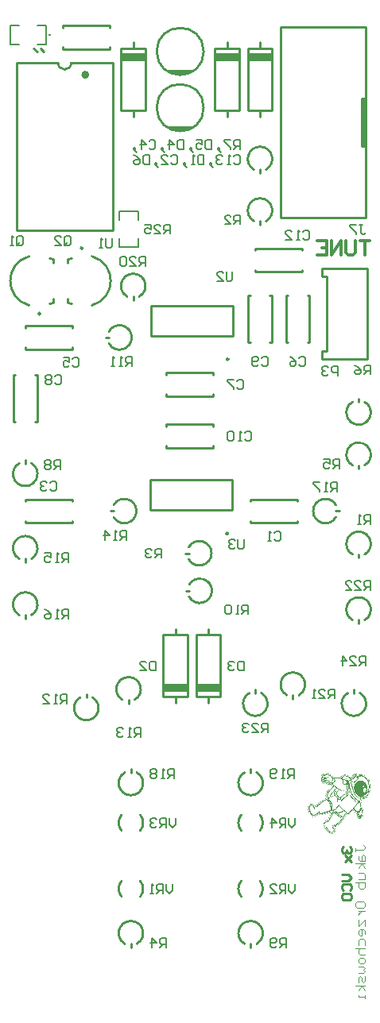
<source format=gbo>
G04*
G04 #@! TF.GenerationSoftware,Altium Limited,Altium Designer,25.8.1 (18)*
G04*
G04 Layer_Color=32896*
%FSLAX44Y44*%
%MOMM*%
G71*
G04*
G04 #@! TF.SameCoordinates,31FAA1C7-D2ED-409D-A29A-1505F3418D97*
G04*
G04*
G04 #@! TF.FilePolarity,Positive*
G04*
G01*
G75*
%ADD10C,0.2540*%
%ADD11C,0.1500*%
%ADD41C,0.2000*%
%ADD42C,0.2500*%
%ADD43C,0.1000*%
%ADD44C,0.3000*%
%ADD45R,1.6000X0.2000*%
%ADD46R,2.5000X0.2500*%
%ADD47R,0.4000X0.4000*%
%ADD48R,2.6000X0.9000*%
%ADD49R,0.3810X5.0800*%
G36*
X371597Y260087D02*
X371923D01*
Y259924D01*
X372086D01*
Y259761D01*
X372902D01*
Y259598D01*
X373065D01*
Y259435D01*
X373228D01*
Y259272D01*
X373392D01*
Y259108D01*
X373555D01*
Y258782D01*
X373881D01*
Y258619D01*
X374371D01*
Y258782D01*
X375350D01*
Y258945D01*
X375676D01*
Y259108D01*
X376329D01*
Y259272D01*
X376981D01*
Y259108D01*
X378939D01*
Y258945D01*
X379592D01*
Y258782D01*
X380408D01*
Y258619D01*
X380571D01*
Y258456D01*
X381061D01*
Y258293D01*
X381387D01*
Y258129D01*
X381550D01*
Y257966D01*
X381713D01*
Y257803D01*
X382040D01*
Y257640D01*
X382203D01*
Y257477D01*
X382529D01*
Y257313D01*
X382692D01*
Y256987D01*
X383019D01*
Y256824D01*
X383182D01*
Y256498D01*
X383345D01*
Y256334D01*
X383671D01*
Y256171D01*
X383834D01*
Y256008D01*
X383998D01*
Y255845D01*
X384161D01*
Y255682D01*
X384324D01*
Y255519D01*
X384487D01*
Y255355D01*
X384650D01*
Y255192D01*
X384813D01*
Y255029D01*
X384977D01*
Y254866D01*
X385140D01*
Y254703D01*
X385303D01*
Y254540D01*
X385466D01*
Y254213D01*
X385629D01*
Y253887D01*
X385793D01*
Y253724D01*
X385956D01*
Y253561D01*
X386119D01*
Y253397D01*
X386282D01*
Y253234D01*
X386445D01*
Y252418D01*
X386608D01*
Y251766D01*
X386772D01*
Y251602D01*
X386935D01*
Y250623D01*
X387098D01*
Y249155D01*
X387261D01*
Y248666D01*
X387424D01*
Y244260D01*
X387261D01*
Y243770D01*
X387098D01*
Y243281D01*
X386935D01*
Y242302D01*
X387098D01*
Y241975D01*
X387261D01*
Y241812D01*
X387424D01*
Y240833D01*
X387587D01*
Y240181D01*
X387751D01*
Y239202D01*
X387587D01*
Y239039D01*
X387424D01*
Y238712D01*
X387261D01*
Y238549D01*
X387098D01*
Y237733D01*
X386935D01*
Y237570D01*
X386772D01*
Y237407D01*
X386608D01*
Y237244D01*
X386445D01*
Y236917D01*
X386282D01*
Y236754D01*
X386119D01*
Y236591D01*
X385956D01*
Y236428D01*
X385793D01*
Y236265D01*
X385629D01*
Y236101D01*
X385303D01*
Y235938D01*
X385140D01*
Y235775D01*
X384977D01*
Y235612D01*
X384650D01*
Y235285D01*
X384487D01*
Y235122D01*
X384161D01*
Y234959D01*
X383998D01*
Y234796D01*
X383834D01*
Y234633D01*
X383508D01*
Y234470D01*
X383345D01*
Y234307D01*
X383019D01*
Y234143D01*
X382855D01*
Y233980D01*
X382692D01*
Y233654D01*
X382366D01*
Y233491D01*
X382040D01*
Y233328D01*
X381550D01*
Y233164D01*
X380897D01*
Y233328D01*
X379755D01*
Y233164D01*
X379429D01*
Y233328D01*
X379592D01*
Y233817D01*
X379266D01*
Y233980D01*
X379103D01*
Y234143D01*
X378776D01*
Y233817D01*
X378613D01*
Y233328D01*
X378450D01*
Y232675D01*
X378287D01*
Y232185D01*
X378124D01*
Y231369D01*
X377960D01*
Y231206D01*
X377797D01*
Y231043D01*
X377634D01*
Y230554D01*
X377797D01*
Y230390D01*
X377634D01*
Y229901D01*
X377797D01*
Y229738D01*
X378287D01*
Y229411D01*
X378124D01*
Y228759D01*
X378287D01*
Y228432D01*
X378124D01*
Y228106D01*
X378287D01*
Y227780D01*
X378450D01*
Y227453D01*
X378613D01*
Y223864D01*
X378776D01*
Y223537D01*
X378939D01*
Y223211D01*
X379103D01*
Y222721D01*
X379266D01*
Y222558D01*
X379429D01*
Y222069D01*
X379592D01*
Y221579D01*
X379755D01*
Y221253D01*
X380082D01*
Y220927D01*
X379918D01*
Y219947D01*
X380082D01*
Y219132D01*
X380245D01*
Y218969D01*
X380408D01*
Y215868D01*
X380245D01*
Y215705D01*
X380082D01*
Y215379D01*
X379918D01*
Y214889D01*
X379755D01*
Y214726D01*
X379592D01*
Y214563D01*
X379429D01*
Y214237D01*
X379266D01*
Y214073D01*
X379103D01*
Y213747D01*
X378939D01*
Y213421D01*
X378613D01*
Y213094D01*
X378450D01*
Y212931D01*
X378287D01*
Y212768D01*
X378124D01*
Y212605D01*
X377960D01*
Y212278D01*
X377634D01*
Y212115D01*
X377145D01*
Y211952D01*
X375676D01*
Y212115D01*
X375350D01*
Y212278D01*
X375023D01*
Y212442D01*
X374860D01*
Y212605D01*
X374697D01*
Y212931D01*
X374534D01*
Y213094D01*
X374371D01*
Y213258D01*
X374207D01*
Y213584D01*
X374044D01*
Y214400D01*
X373881D01*
Y214563D01*
X373555D01*
Y216358D01*
X373392D01*
Y216847D01*
X373228D01*
Y217010D01*
X372902D01*
Y217174D01*
X372739D01*
Y217500D01*
X372576D01*
Y217663D01*
X372413D01*
Y217826D01*
X372249D01*
Y218479D01*
X371760D01*
Y218642D01*
X371597D01*
Y218805D01*
X371270D01*
Y218969D01*
X371107D01*
Y219132D01*
X370944D01*
Y219295D01*
X370618D01*
Y219621D01*
X370455D01*
Y219784D01*
X370291D01*
Y220111D01*
X370128D01*
Y220274D01*
X369965D01*
Y220437D01*
X369802D01*
Y220600D01*
X369312D01*
Y220437D01*
X369149D01*
Y220274D01*
X368823D01*
Y220111D01*
X368660D01*
Y219947D01*
X368497D01*
Y219784D01*
X368333D01*
Y219458D01*
X368007D01*
Y219295D01*
X367844D01*
Y219132D01*
X367681D01*
Y218969D01*
X367518D01*
Y218805D01*
X367354D01*
Y218642D01*
X367191D01*
Y218479D01*
X367028D01*
Y218316D01*
X366702D01*
Y218153D01*
X366539D01*
Y217990D01*
X366375D01*
Y217826D01*
X366049D01*
Y217500D01*
X365886D01*
Y217337D01*
X365396D01*
Y217174D01*
X364907D01*
Y217010D01*
X363601D01*
Y217174D01*
X363112D01*
Y217337D01*
X362949D01*
Y217500D01*
X362786D01*
Y217337D01*
X362622D01*
Y217174D01*
X362459D01*
Y217010D01*
X362296D01*
Y216684D01*
X362133D01*
Y216358D01*
X361970D01*
Y216195D01*
X361806D01*
Y215705D01*
X361643D01*
Y215542D01*
X361480D01*
Y215379D01*
X361317D01*
Y214889D01*
X361154D01*
Y214726D01*
X360991D01*
Y214563D01*
X360827D01*
Y213910D01*
X360664D01*
Y213747D01*
X360501D01*
Y213421D01*
X360338D01*
Y213258D01*
X360012D01*
Y212768D01*
X359849D01*
Y212605D01*
X359685D01*
Y212278D01*
X359522D01*
Y212115D01*
X359359D01*
Y211952D01*
X359196D01*
Y211789D01*
X359033D01*
Y211463D01*
X358870D01*
Y211299D01*
X358706D01*
Y210973D01*
X358217D01*
Y210320D01*
X357727D01*
Y209994D01*
X357564D01*
Y209831D01*
X357401D01*
Y209668D01*
X357238D01*
Y209178D01*
X357075D01*
Y209015D01*
X356912D01*
Y208852D01*
X356748D01*
Y208526D01*
X356585D01*
Y208363D01*
X356422D01*
Y208199D01*
X356259D01*
Y208036D01*
X356096D01*
Y207710D01*
X355932D01*
Y207383D01*
X355606D01*
Y207220D01*
X355443D01*
Y207057D01*
X355280D01*
Y206894D01*
X354953D01*
Y206731D01*
X354790D01*
Y206568D01*
X354627D01*
Y206404D01*
X354464D01*
Y206241D01*
X354301D01*
Y206078D01*
X354137D01*
Y205915D01*
X353974D01*
Y205752D01*
X353648D01*
Y205589D01*
X353485D01*
Y205262D01*
X353322D01*
Y205425D01*
X353158D01*
Y205262D01*
X352995D01*
Y205099D01*
X352832D01*
Y204936D01*
X352669D01*
Y204773D01*
X352506D01*
Y204610D01*
X352343D01*
Y204446D01*
X352179D01*
Y204283D01*
X352016D01*
Y203957D01*
X351527D01*
Y203794D01*
X351364D01*
Y203631D01*
X350058D01*
Y203467D01*
X349732D01*
Y203141D01*
X349243D01*
Y202978D01*
X349079D01*
Y202815D01*
X349243D01*
Y202652D01*
X349406D01*
Y202488D01*
X349732D01*
Y201999D01*
X349895D01*
Y201672D01*
X350058D01*
Y201346D01*
X350221D01*
Y199878D01*
X350385D01*
Y199225D01*
X350221D01*
Y198735D01*
X350058D01*
Y198572D01*
X349895D01*
Y198409D01*
X349732D01*
Y198083D01*
X349569D01*
Y197920D01*
X349406D01*
Y197756D01*
X349243D01*
Y197430D01*
X349079D01*
Y197267D01*
X348916D01*
Y196941D01*
X348753D01*
Y196614D01*
X348263D01*
Y196451D01*
X348100D01*
Y195961D01*
X347448D01*
Y195798D01*
X347284D01*
Y195635D01*
X345816D01*
Y195798D01*
X345653D01*
Y196125D01*
X345000D01*
Y196288D01*
X344837D01*
Y196451D01*
X344510D01*
Y196614D01*
X343858D01*
Y196941D01*
X343531D01*
Y197104D01*
X343368D01*
Y197267D01*
X343042D01*
Y197430D01*
X342879D01*
Y197756D01*
X342716D01*
Y197920D01*
X342389D01*
Y198409D01*
X342063D01*
Y198572D01*
X341900D01*
Y198735D01*
X341737D01*
Y198899D01*
X341573D01*
Y199062D01*
X341410D01*
Y199388D01*
X341247D01*
Y199551D01*
X341084D01*
Y199715D01*
X340921D01*
Y200041D01*
X340758D01*
Y200204D01*
X340594D01*
Y200530D01*
X340431D01*
Y200693D01*
X340105D01*
Y201020D01*
X339942D01*
Y201183D01*
X339779D01*
Y201346D01*
X339615D01*
Y202162D01*
X339289D01*
Y201999D01*
X338963D01*
Y202488D01*
X338800D01*
Y202652D01*
X338473D01*
Y202815D01*
X338310D01*
Y202978D01*
X338147D01*
Y203141D01*
X337821D01*
Y203304D01*
X337657D01*
Y203467D01*
X337494D01*
Y203631D01*
X337331D01*
Y203957D01*
X337168D01*
Y204120D01*
X337005D01*
Y204283D01*
X336842D01*
Y204936D01*
X336678D01*
Y205262D01*
X336515D01*
Y205915D01*
X336678D01*
Y206241D01*
X336842D01*
Y206404D01*
X336678D01*
Y207057D01*
X336842D01*
Y207547D01*
X337168D01*
Y207710D01*
X337331D01*
Y208036D01*
X337494D01*
Y208199D01*
X337657D01*
Y208526D01*
X337984D01*
Y208689D01*
X338147D01*
Y209015D01*
X338473D01*
Y209178D01*
X338636D01*
Y209342D01*
X338963D01*
Y209505D01*
X339289D01*
Y209668D01*
X339452D01*
Y209831D01*
X339942D01*
Y209994D01*
X340268D01*
Y210157D01*
X340431D01*
Y210320D01*
X340921D01*
Y210484D01*
X341410D01*
Y210647D01*
X341900D01*
Y210810D01*
X342063D01*
Y211299D01*
X342716D01*
Y212278D01*
X342879D01*
Y213094D01*
X343042D01*
Y213421D01*
X343205D01*
Y213747D01*
X343368D01*
Y213910D01*
X343531D01*
Y214073D01*
X343858D01*
Y214237D01*
X344021D01*
Y214400D01*
X344184D01*
Y214563D01*
X344347D01*
Y215053D01*
X344184D01*
Y215216D01*
X344674D01*
Y215542D01*
X344837D01*
Y216358D01*
X344674D01*
Y216521D01*
X344837D01*
Y216358D01*
X345000D01*
Y216521D01*
X345163D01*
Y217337D01*
X345326D01*
Y217500D01*
X345490D01*
Y217663D01*
X345653D01*
Y218479D01*
X345816D01*
Y218969D01*
X345979D01*
Y219132D01*
X346142D01*
Y219295D01*
X345653D01*
Y219132D01*
X345326D01*
Y218969D01*
X344837D01*
Y218805D01*
X343858D01*
Y218642D01*
X343531D01*
Y218479D01*
X342879D01*
Y218316D01*
X342389D01*
Y218153D01*
X341900D01*
Y217990D01*
X341247D01*
Y217826D01*
X340594D01*
Y217663D01*
X340431D01*
Y217500D01*
X340105D01*
Y217337D01*
X339452D01*
Y217174D01*
X339126D01*
Y217010D01*
X338310D01*
Y216847D01*
X337984D01*
Y216684D01*
X337821D01*
Y216521D01*
X337005D01*
Y216358D01*
X336515D01*
Y216195D01*
X336026D01*
Y216031D01*
X335047D01*
Y215868D01*
X334720D01*
Y215705D01*
X333578D01*
Y215868D01*
X333252D01*
Y216031D01*
X332762D01*
Y216195D01*
X332599D01*
Y216358D01*
X332436D01*
Y216521D01*
X332110D01*
Y216358D01*
X331783D01*
Y216195D01*
X331457D01*
Y216031D01*
X330967D01*
Y215868D01*
X330804D01*
Y215705D01*
X330641D01*
Y215542D01*
X330151D01*
Y215379D01*
X329988D01*
Y215216D01*
X329825D01*
Y215053D01*
X329662D01*
Y214889D01*
X329336D01*
Y214726D01*
X328846D01*
Y214563D01*
X328683D01*
Y214400D01*
X328357D01*
Y214237D01*
X327378D01*
Y214073D01*
X326725D01*
Y213910D01*
X326236D01*
Y214073D01*
X326072D01*
Y214237D01*
X325420D01*
Y214400D01*
X325256D01*
Y214563D01*
X324930D01*
Y214726D01*
X324604D01*
Y214889D01*
X324441D01*
Y215053D01*
X324277D01*
Y215216D01*
X323951D01*
Y215379D01*
X323788D01*
Y215705D01*
X323625D01*
Y215868D01*
X323462D01*
Y216031D01*
X323298D01*
Y216521D01*
X322972D01*
Y216684D01*
X322646D01*
Y217010D01*
X322482D01*
Y217500D01*
X322319D01*
Y218153D01*
X322156D01*
Y218479D01*
X321993D01*
Y219784D01*
X321830D01*
Y220111D01*
X321667D01*
Y220437D01*
X321503D01*
Y221253D01*
X321340D01*
Y221416D01*
X321177D01*
Y221742D01*
X321014D01*
Y222721D01*
X320851D01*
Y223701D01*
X321014D01*
Y225332D01*
X321177D01*
Y225495D01*
X321340D01*
Y225658D01*
X321503D01*
Y225985D01*
X321667D01*
Y226148D01*
X321830D01*
Y226311D01*
X321993D01*
Y226637D01*
X322156D01*
Y226801D01*
X322319D01*
Y226964D01*
X322482D01*
Y227127D01*
X322809D01*
Y227290D01*
X322972D01*
Y227453D01*
X323135D01*
Y227617D01*
X323462D01*
Y227780D01*
X323788D01*
Y227943D01*
X324441D01*
Y228106D01*
X325093D01*
Y227943D01*
X326072D01*
Y227780D01*
X326399D01*
Y227617D01*
X326725D01*
Y227453D01*
X326888D01*
Y227290D01*
X327051D01*
Y227127D01*
X327378D01*
Y226964D01*
X327541D01*
Y226801D01*
X327704D01*
Y226637D01*
X327867D01*
Y226474D01*
X328030D01*
Y226148D01*
X328357D01*
Y225985D01*
X328683D01*
Y226148D01*
X328846D01*
Y226311D01*
X329336D01*
Y226474D01*
X330151D01*
Y226637D01*
X330315D01*
Y227127D01*
X330478D01*
Y227453D01*
X330641D01*
Y227780D01*
X330804D01*
Y227943D01*
X331131D01*
Y228106D01*
X331294D01*
Y228269D01*
X331457D01*
Y228432D01*
X331783D01*
Y228596D01*
X332925D01*
Y228759D01*
X333089D01*
Y228922D01*
X333415D01*
Y229085D01*
X333578D01*
Y229248D01*
X333741D01*
Y229411D01*
X333904D01*
Y229575D01*
X334231D01*
Y229738D01*
X334394D01*
Y229901D01*
X334720D01*
Y230064D01*
X334883D01*
Y230227D01*
X335047D01*
Y230390D01*
X335373D01*
Y230554D01*
X335536D01*
Y230717D01*
X335699D01*
Y230880D01*
X335863D01*
Y231043D01*
X336026D01*
Y231206D01*
X336515D01*
Y231369D01*
X336842D01*
Y231696D01*
X337005D01*
Y231859D01*
X337331D01*
Y232022D01*
X337494D01*
Y232185D01*
X337821D01*
Y232348D01*
X338147D01*
Y232675D01*
X338636D01*
Y232838D01*
X338800D01*
Y233164D01*
X339126D01*
Y233328D01*
X339289D01*
Y233491D01*
X339452D01*
Y233654D01*
X339942D01*
Y233817D01*
X340268D01*
Y233980D01*
X340594D01*
Y234143D01*
X340758D01*
Y234796D01*
X340594D01*
Y235285D01*
X340431D01*
Y235612D01*
X340105D01*
Y236101D01*
X339942D01*
Y236265D01*
X339779D01*
Y237080D01*
X339942D01*
Y237570D01*
X340105D01*
Y238223D01*
X340268D01*
Y238386D01*
X340431D01*
Y238549D01*
X340594D01*
Y238875D01*
X340758D01*
Y239202D01*
X340921D01*
Y239365D01*
X341084D01*
Y240670D01*
X341247D01*
Y240996D01*
X341410D01*
Y241323D01*
X341573D01*
Y241486D01*
X341737D01*
Y241812D01*
X341900D01*
Y241975D01*
X342226D01*
Y242139D01*
X342389D01*
Y242465D01*
X342552D01*
Y242628D01*
X342716D01*
Y242791D01*
X342879D01*
Y242955D01*
X343042D01*
Y243118D01*
X343205D01*
Y243281D01*
X343368D01*
Y243444D01*
X343531D01*
Y243607D01*
X343695D01*
Y243770D01*
X343858D01*
Y244097D01*
X344184D01*
Y244260D01*
X344347D01*
Y244423D01*
X344510D01*
Y244586D01*
X344674D01*
Y244749D01*
X344837D01*
Y244913D01*
X345000D01*
Y245239D01*
X345163D01*
Y245402D01*
X345326D01*
Y245565D01*
X345490D01*
Y245728D01*
X345653D01*
Y246055D01*
X345979D01*
Y246218D01*
X346142D01*
Y246544D01*
X346305D01*
Y246707D01*
X346469D01*
Y246871D01*
X346632D01*
Y247360D01*
X346469D01*
Y247523D01*
X346305D01*
Y247687D01*
X346142D01*
Y247850D01*
X345979D01*
Y248013D01*
X345816D01*
Y248176D01*
X345653D01*
Y248666D01*
X341900D01*
Y248829D01*
X341737D01*
Y248992D01*
X341410D01*
Y249155D01*
X340758D01*
Y249318D01*
X340594D01*
Y249481D01*
X340431D01*
Y249645D01*
X340105D01*
Y249808D01*
X339779D01*
Y249971D01*
X339615D01*
Y250134D01*
X339289D01*
Y249971D01*
X338963D01*
Y249808D01*
X338800D01*
Y249645D01*
X338310D01*
Y249481D01*
X337494D01*
Y249645D01*
X336842D01*
Y249808D01*
X336678D01*
Y249971D01*
X336515D01*
Y250134D01*
X336189D01*
Y250297D01*
X336026D01*
Y250460D01*
X335863D01*
Y250623D01*
X335373D01*
Y250787D01*
X335210D01*
Y250950D01*
X335047D01*
Y251113D01*
X334883D01*
Y251276D01*
X334720D01*
Y251439D01*
X334557D01*
Y251602D01*
X334394D01*
Y251929D01*
X334231D01*
Y252092D01*
X334068D01*
Y255519D01*
X334231D01*
Y255845D01*
X334394D01*
Y256008D01*
X334720D01*
Y256171D01*
X334883D01*
Y256498D01*
X335047D01*
Y257803D01*
X335210D01*
Y258129D01*
X335373D01*
Y258619D01*
X335699D01*
Y258782D01*
X335863D01*
Y258945D01*
X336189D01*
Y259108D01*
X336515D01*
Y259272D01*
X336842D01*
Y259435D01*
X337005D01*
Y259598D01*
X337168D01*
Y259761D01*
X337494D01*
Y259924D01*
X337657D01*
Y260087D01*
X338147D01*
Y260251D01*
X338800D01*
Y260087D01*
X340921D01*
Y259924D01*
X341247D01*
Y259761D01*
X343695D01*
Y259598D01*
X344184D01*
Y259435D01*
X344347D01*
Y259272D01*
X345000D01*
Y259108D01*
X345326D01*
Y258945D01*
X345490D01*
Y258782D01*
X345979D01*
Y258456D01*
X346142D01*
Y258293D01*
X346469D01*
Y257966D01*
X346795D01*
Y257803D01*
X346958D01*
Y257477D01*
X347121D01*
Y257313D01*
X347448D01*
Y256987D01*
X347611D01*
Y256824D01*
X347774D01*
Y256661D01*
X347937D01*
Y256498D01*
X348263D01*
Y256661D01*
X349079D01*
Y256824D01*
X351364D01*
Y256987D01*
X352832D01*
Y256824D01*
X354627D01*
Y256661D01*
X354953D01*
Y256498D01*
X355932D01*
Y256661D01*
X356096D01*
Y256824D01*
X356422D01*
Y256987D01*
X356585D01*
Y257150D01*
X356748D01*
Y257313D01*
X357238D01*
Y257477D01*
X357564D01*
Y257803D01*
X357727D01*
Y257966D01*
X358054D01*
Y258129D01*
X358217D01*
Y258293D01*
X358380D01*
Y258456D01*
X358543D01*
Y258619D01*
X358870D01*
Y258782D01*
X359522D01*
Y258945D01*
X359685D01*
Y259108D01*
X360175D01*
Y259272D01*
X360827D01*
Y259108D01*
X361154D01*
Y258945D01*
X361806D01*
Y258782D01*
X362296D01*
Y258619D01*
X362786D01*
Y258456D01*
X363112D01*
Y258293D01*
X364091D01*
Y258129D01*
X364254D01*
Y257966D01*
X364907D01*
Y257803D01*
X365560D01*
Y257640D01*
X365723D01*
Y257477D01*
X365886D01*
Y257313D01*
X366049D01*
Y256824D01*
X366375D01*
Y256661D01*
X366539D01*
Y256498D01*
X366865D01*
Y256661D01*
X367028D01*
Y256824D01*
X367191D01*
Y257150D01*
X367354D01*
Y257313D01*
X367518D01*
Y257477D01*
X367681D01*
Y257640D01*
X367844D01*
Y257803D01*
X368007D01*
Y257966D01*
X368170D01*
Y258129D01*
X368333D01*
Y258293D01*
X368497D01*
Y258619D01*
X368823D01*
Y258782D01*
X368986D01*
Y258945D01*
X369149D01*
Y259108D01*
X369312D01*
Y259272D01*
X369476D01*
Y259598D01*
X369802D01*
Y259761D01*
X369965D01*
Y260087D01*
X370128D01*
Y260251D01*
X370618D01*
Y260087D01*
X371107D01*
Y260251D01*
X371597D01*
Y260087D01*
D02*
G37*
%LPC*%
G36*
X371434Y259924D02*
X370455D01*
Y259761D01*
X370291D01*
Y259598D01*
X370128D01*
Y259435D01*
X369965D01*
Y259272D01*
X369802D01*
Y259108D01*
X369639D01*
Y258945D01*
X369476D01*
Y258782D01*
X369312D01*
Y258619D01*
X369149D01*
Y258456D01*
X368986D01*
Y258293D01*
X368823D01*
Y258129D01*
X368660D01*
Y257966D01*
X368497D01*
Y257803D01*
X368333D01*
Y257640D01*
X368170D01*
Y257477D01*
X368007D01*
Y257313D01*
X367844D01*
Y257150D01*
X367681D01*
Y256987D01*
X367518D01*
Y256824D01*
X367354D01*
Y256661D01*
X367191D01*
Y256334D01*
X367028D01*
Y256171D01*
X366865D01*
Y256008D01*
X366375D01*
Y256334D01*
X366212D01*
Y256498D01*
X366049D01*
Y256661D01*
X365886D01*
Y256824D01*
X365723D01*
Y257150D01*
X365560D01*
Y257313D01*
X365396D01*
Y257477D01*
X365070D01*
Y257640D01*
X364091D01*
Y257803D01*
X363765D01*
Y257966D01*
X363112D01*
Y258129D01*
X362459D01*
Y258293D01*
X361970D01*
Y258456D01*
X361643D01*
Y258619D01*
X360827D01*
Y258782D01*
X360012D01*
Y258619D01*
X359359D01*
Y258456D01*
X359033D01*
Y258293D01*
X358870D01*
Y258129D01*
X358543D01*
Y257966D01*
X358380D01*
Y257803D01*
X358217D01*
Y257640D01*
X358054D01*
Y257477D01*
X357891D01*
Y257313D01*
X357564D01*
Y257150D01*
X357238D01*
Y256987D01*
X357075D01*
Y256824D01*
X356585D01*
Y256661D01*
X356422D01*
Y256498D01*
X356259D01*
Y256334D01*
X356096D01*
Y256171D01*
X355117D01*
Y256334D01*
X354137D01*
Y256498D01*
X353158D01*
Y256661D01*
X351364D01*
Y256498D01*
X350548D01*
Y256334D01*
X350221D01*
Y256498D01*
X349569D01*
Y256334D01*
X348263D01*
Y256171D01*
X348100D01*
Y256334D01*
X347611D01*
Y256498D01*
X347448D01*
Y256661D01*
X347284D01*
Y256824D01*
X347121D01*
Y257150D01*
X346795D01*
Y257477D01*
X346632D01*
Y257640D01*
X346469D01*
Y257803D01*
X346305D01*
Y257966D01*
X346142D01*
Y258129D01*
X345816D01*
Y258293D01*
X345653D01*
Y258456D01*
X345490D01*
Y258619D01*
X345000D01*
Y258782D01*
X344837D01*
Y258945D01*
X344510D01*
Y259108D01*
X343858D01*
Y259272D01*
X343368D01*
Y259435D01*
X341410D01*
Y259598D01*
X340594D01*
Y259761D01*
X340105D01*
Y259924D01*
X338473D01*
Y259761D01*
X337984D01*
Y259598D01*
X337657D01*
Y259435D01*
X337331D01*
Y259272D01*
X337168D01*
Y259108D01*
X336842D01*
Y258945D01*
X336678D01*
Y258782D01*
X336352D01*
Y258619D01*
X336026D01*
Y258293D01*
X335699D01*
Y257966D01*
X335536D01*
Y257640D01*
X335373D01*
Y256824D01*
X335536D01*
Y256498D01*
X335373D01*
Y256171D01*
X335210D01*
Y256008D01*
X335047D01*
Y255845D01*
X334883D01*
Y255682D01*
X334720D01*
Y255519D01*
X334557D01*
Y254866D01*
X334394D01*
Y254050D01*
X334557D01*
Y252092D01*
X334720D01*
Y251766D01*
X334883D01*
Y251602D01*
X335047D01*
Y251439D01*
X335210D01*
Y251276D01*
X335373D01*
Y251113D01*
X335699D01*
Y250950D01*
X335863D01*
Y250787D01*
X336189D01*
Y250623D01*
X336352D01*
Y250460D01*
X336515D01*
Y250297D01*
X336678D01*
Y250134D01*
X337168D01*
Y249971D01*
X337657D01*
Y249808D01*
X337821D01*
Y249971D01*
X338310D01*
Y250134D01*
X338963D01*
Y250297D01*
X339289D01*
Y250460D01*
X339942D01*
Y250297D01*
X340105D01*
Y250134D01*
X340268D01*
Y249971D01*
X340431D01*
Y249808D01*
X340758D01*
Y249645D01*
X341084D01*
Y249481D01*
X341247D01*
Y249318D01*
X341737D01*
Y249155D01*
X342389D01*
Y248992D01*
X343205D01*
Y248829D01*
X344837D01*
Y248992D01*
X345326D01*
Y249155D01*
X345653D01*
Y248992D01*
X345816D01*
Y248829D01*
X345979D01*
Y248502D01*
X346142D01*
Y248176D01*
X346305D01*
Y248013D01*
X346469D01*
Y247850D01*
X346632D01*
Y247523D01*
X346795D01*
Y247360D01*
X346958D01*
Y247197D01*
X347121D01*
Y247034D01*
X346958D01*
Y246871D01*
X346795D01*
Y246544D01*
X346469D01*
Y246381D01*
X346305D01*
Y246055D01*
X346142D01*
Y245892D01*
X345979D01*
Y245728D01*
X345816D01*
Y245402D01*
X345653D01*
Y245239D01*
X345490D01*
Y245076D01*
X345326D01*
Y244749D01*
X345163D01*
Y244586D01*
X344837D01*
Y244260D01*
X344674D01*
Y244097D01*
X344510D01*
Y243934D01*
X344347D01*
Y243770D01*
X344184D01*
Y243607D01*
X344021D01*
Y243444D01*
X343858D01*
Y243281D01*
X343695D01*
Y243118D01*
X343531D01*
Y242955D01*
X343368D01*
Y242791D01*
X343205D01*
Y242628D01*
X343042D01*
Y242465D01*
X342879D01*
Y242302D01*
X342716D01*
Y242139D01*
X342552D01*
Y241975D01*
X342389D01*
Y241812D01*
X342226D01*
Y241649D01*
X342063D01*
Y241323D01*
X341900D01*
Y241160D01*
X341737D01*
Y240833D01*
X341573D01*
Y240181D01*
X341410D01*
Y239528D01*
X341247D01*
Y239039D01*
X341084D01*
Y238712D01*
X340921D01*
Y238549D01*
X340758D01*
Y238059D01*
X340594D01*
Y237733D01*
X340431D01*
Y237570D01*
X340268D01*
Y235938D01*
X340431D01*
Y235775D01*
X340594D01*
Y235612D01*
X340758D01*
Y235285D01*
X340921D01*
Y235122D01*
X341084D01*
Y234633D01*
X341247D01*
Y233980D01*
X341084D01*
Y233817D01*
X340758D01*
Y233654D01*
X340431D01*
Y233491D01*
X339942D01*
Y233328D01*
X339615D01*
Y233164D01*
X339452D01*
Y233001D01*
X339289D01*
Y232838D01*
X338963D01*
Y232675D01*
X338800D01*
Y232512D01*
X338636D01*
Y232348D01*
X338473D01*
Y232185D01*
X338147D01*
Y232022D01*
X337821D01*
Y231859D01*
X337657D01*
Y231696D01*
X337494D01*
Y231533D01*
X337168D01*
Y231369D01*
X337005D01*
Y231206D01*
X336678D01*
Y231043D01*
X336515D01*
Y230880D01*
X336352D01*
Y230717D01*
X336026D01*
Y230554D01*
X335863D01*
Y230390D01*
X335699D01*
Y230227D01*
X335373D01*
Y230064D01*
X335210D01*
Y229901D01*
X335047D01*
Y229738D01*
X334720D01*
Y229575D01*
X334557D01*
Y229411D01*
X334394D01*
Y229248D01*
X334068D01*
Y229085D01*
X333904D01*
Y228922D01*
X333741D01*
Y228759D01*
X333415D01*
Y228596D01*
X333252D01*
Y228432D01*
X332925D01*
Y228269D01*
X332110D01*
Y228106D01*
X331783D01*
Y227943D01*
X331294D01*
Y227780D01*
X331131D01*
Y227617D01*
X330967D01*
Y227290D01*
X330804D01*
Y226801D01*
X330641D01*
Y226474D01*
X330478D01*
Y226148D01*
X329662D01*
Y225985D01*
X329173D01*
Y225822D01*
X329009D01*
Y225658D01*
X328683D01*
Y225495D01*
X328194D01*
Y225822D01*
X328030D01*
Y225985D01*
X327867D01*
Y226148D01*
X327704D01*
Y226311D01*
X327541D01*
Y226474D01*
X327378D01*
Y226637D01*
X327215D01*
Y226801D01*
X327051D01*
Y226964D01*
X326725D01*
Y227127D01*
X326399D01*
Y227290D01*
X326236D01*
Y227453D01*
X325583D01*
Y227617D01*
X324767D01*
Y227453D01*
X323625D01*
Y227290D01*
X323462D01*
Y227127D01*
X323135D01*
Y226964D01*
X322972D01*
Y226801D01*
X322646D01*
Y226637D01*
X322482D01*
Y226474D01*
X322319D01*
Y226311D01*
X322156D01*
Y225985D01*
X321993D01*
Y225822D01*
X321830D01*
Y225658D01*
X321667D01*
Y225332D01*
X321503D01*
Y224843D01*
X321340D01*
Y224516D01*
X321177D01*
Y222069D01*
X321340D01*
Y221906D01*
X321503D01*
Y221579D01*
X321667D01*
Y221253D01*
X321830D01*
Y220927D01*
X321993D01*
Y220111D01*
X322156D01*
Y219295D01*
X322319D01*
Y218969D01*
X322482D01*
Y217990D01*
X322646D01*
Y217337D01*
X322809D01*
Y217174D01*
X322972D01*
Y217010D01*
X323135D01*
Y216847D01*
X323298D01*
Y216684D01*
X323462D01*
Y216521D01*
X323625D01*
Y216195D01*
X323788D01*
Y216031D01*
X323951D01*
Y215705D01*
X324114D01*
Y215542D01*
X324277D01*
Y215379D01*
X324604D01*
Y215216D01*
X324767D01*
Y215053D01*
X324930D01*
Y214889D01*
X325256D01*
Y214726D01*
X325583D01*
Y214563D01*
X326072D01*
Y214400D01*
X327867D01*
Y214563D01*
X328194D01*
Y214726D01*
X328520D01*
Y214889D01*
X328846D01*
Y215053D01*
X329173D01*
Y215216D01*
X329336D01*
Y215379D01*
X329662D01*
Y215705D01*
X329988D01*
Y215868D01*
X330315D01*
Y216031D01*
X330478D01*
Y216195D01*
X330967D01*
Y216358D01*
X331294D01*
Y216521D01*
X331457D01*
Y216684D01*
X332925D01*
Y216521D01*
X333089D01*
Y216358D01*
X333415D01*
Y216195D01*
X335210D01*
Y216358D01*
X335699D01*
Y216521D01*
X336189D01*
Y216684D01*
X337168D01*
Y216847D01*
X337494D01*
Y217010D01*
X337821D01*
Y217174D01*
X338636D01*
Y217337D01*
X338963D01*
Y217500D01*
X339289D01*
Y217663D01*
X339942D01*
Y217826D01*
X340105D01*
Y217990D01*
X340758D01*
Y218153D01*
X341410D01*
Y218316D01*
X341573D01*
Y218479D01*
X342226D01*
Y218642D01*
X342879D01*
Y218805D01*
X343205D01*
Y218969D01*
X344021D01*
Y219132D01*
X344674D01*
Y219295D01*
X345000D01*
Y219458D01*
X345979D01*
Y219621D01*
X346142D01*
Y219458D01*
X346469D01*
Y219132D01*
X346305D01*
Y218642D01*
X346142D01*
Y218153D01*
X345979D01*
Y217826D01*
X345816D01*
Y217174D01*
X345653D01*
Y216847D01*
X345490D01*
Y216358D01*
X345326D01*
Y215868D01*
X345163D01*
Y215705D01*
X345000D01*
Y215216D01*
X344837D01*
Y214889D01*
X344674D01*
Y214563D01*
X344510D01*
Y214400D01*
X344347D01*
Y214073D01*
X344021D01*
Y213910D01*
X343858D01*
Y213747D01*
X343695D01*
Y213584D01*
X343531D01*
Y213258D01*
X343368D01*
Y212931D01*
X343205D01*
Y212442D01*
X343042D01*
Y211136D01*
X342879D01*
Y210973D01*
X342552D01*
Y210810D01*
X342389D01*
Y210647D01*
X342063D01*
Y210320D01*
X341410D01*
Y210157D01*
X340921D01*
Y209994D01*
X340594D01*
Y209831D01*
X340268D01*
Y209668D01*
X339942D01*
Y209505D01*
X339779D01*
Y209342D01*
X339452D01*
Y209178D01*
X339126D01*
Y209015D01*
X338963D01*
Y208852D01*
X338636D01*
Y208689D01*
X338473D01*
Y208526D01*
X338310D01*
Y208363D01*
X338147D01*
Y208199D01*
X337984D01*
Y208036D01*
X337821D01*
Y207873D01*
X337657D01*
Y207710D01*
X337494D01*
Y207547D01*
X337331D01*
Y207383D01*
X337168D01*
Y207220D01*
X337005D01*
Y204773D01*
X337168D01*
Y204446D01*
X337331D01*
Y204283D01*
X337494D01*
Y204120D01*
X337657D01*
Y203957D01*
X337821D01*
Y203631D01*
X337984D01*
Y203467D01*
X338147D01*
Y203304D01*
X338310D01*
Y203141D01*
X338636D01*
Y202978D01*
X338800D01*
Y202815D01*
X339126D01*
Y202652D01*
X339615D01*
Y202488D01*
X339779D01*
Y201999D01*
X339942D01*
Y201672D01*
X340105D01*
Y201346D01*
X340268D01*
Y201183D01*
X340431D01*
Y201020D01*
X340594D01*
Y200857D01*
X340758D01*
Y200530D01*
X340921D01*
Y200367D01*
X341084D01*
Y200041D01*
X341247D01*
Y199878D01*
X341410D01*
Y199715D01*
X341573D01*
Y199388D01*
X341737D01*
Y199225D01*
X341900D01*
Y199062D01*
X342063D01*
Y198899D01*
X342226D01*
Y198735D01*
X342389D01*
Y198572D01*
X342552D01*
Y198246D01*
X342716D01*
Y198083D01*
X343042D01*
Y197920D01*
X343205D01*
Y197756D01*
X343368D01*
Y197593D01*
X343531D01*
Y197430D01*
X343695D01*
Y197267D01*
X344021D01*
Y197104D01*
X344184D01*
Y196941D01*
X344510D01*
Y196777D01*
X344837D01*
Y196614D01*
X345326D01*
Y196451D01*
X345490D01*
Y196288D01*
X345816D01*
Y196125D01*
X346142D01*
Y195961D01*
X347121D01*
Y196125D01*
X347284D01*
Y196288D01*
X347611D01*
Y196451D01*
X347774D01*
Y196614D01*
X348100D01*
Y196777D01*
X348263D01*
Y196941D01*
X348427D01*
Y197104D01*
X348590D01*
Y197267D01*
X348753D01*
Y197593D01*
X348916D01*
Y197756D01*
X349079D01*
Y198083D01*
X349243D01*
Y198246D01*
X349406D01*
Y198409D01*
X349569D01*
Y198572D01*
X349732D01*
Y198899D01*
X349895D01*
Y199062D01*
X350058D01*
Y201020D01*
X349895D01*
Y201183D01*
X349732D01*
Y201509D01*
X349569D01*
Y201836D01*
X349406D01*
Y202162D01*
X349243D01*
Y202325D01*
X349079D01*
Y202488D01*
X348916D01*
Y202652D01*
X348753D01*
Y203141D01*
X348916D01*
Y203304D01*
X349243D01*
Y203467D01*
X349406D01*
Y203631D01*
X349569D01*
Y203794D01*
X349732D01*
Y203957D01*
X350221D01*
Y204120D01*
X351527D01*
Y204283D01*
X351690D01*
Y204446D01*
X351853D01*
Y204610D01*
X352016D01*
Y204773D01*
X352179D01*
Y204936D01*
X352343D01*
Y205099D01*
X352506D01*
Y205262D01*
X352669D01*
Y205425D01*
X352832D01*
Y205589D01*
X353158D01*
Y205752D01*
X353322D01*
Y205915D01*
X353485D01*
Y206078D01*
X353811D01*
Y206241D01*
X353974D01*
Y206404D01*
X354137D01*
Y206568D01*
X354301D01*
Y206731D01*
X354464D01*
Y206894D01*
X354790D01*
Y207057D01*
X354953D01*
Y207220D01*
X355117D01*
Y207547D01*
X355280D01*
Y207710D01*
X355443D01*
Y207873D01*
X355606D01*
Y208036D01*
X355769D01*
Y208199D01*
X355932D01*
Y208363D01*
X356096D01*
Y208526D01*
X356259D01*
Y208689D01*
X356422D01*
Y208852D01*
X356585D01*
Y209178D01*
X356748D01*
Y209342D01*
X356912D01*
Y209668D01*
X357075D01*
Y209994D01*
X357238D01*
Y210157D01*
X357401D01*
Y210484D01*
X357564D01*
Y210647D01*
X357727D01*
Y210810D01*
X357891D01*
Y210973D01*
X358054D01*
Y211136D01*
X358217D01*
Y211299D01*
X358380D01*
Y211463D01*
X358543D01*
Y211789D01*
X358706D01*
Y211952D01*
X358870D01*
Y212115D01*
X359033D01*
Y212278D01*
X359196D01*
Y212442D01*
X359359D01*
Y212768D01*
X359522D01*
Y212931D01*
X359685D01*
Y213094D01*
X359849D01*
Y213584D01*
X360012D01*
Y213747D01*
X360175D01*
Y213910D01*
X360338D01*
Y214237D01*
X360501D01*
Y214400D01*
X360664D01*
Y214726D01*
X360827D01*
Y215053D01*
X360991D01*
Y215379D01*
X361154D01*
Y215542D01*
X361317D01*
Y215868D01*
X361480D01*
Y216195D01*
X361643D01*
Y216521D01*
X361806D01*
Y216847D01*
X361970D01*
Y217174D01*
X362133D01*
Y217337D01*
X362296D01*
Y217500D01*
X362459D01*
Y217663D01*
X363601D01*
Y217500D01*
X365233D01*
Y217663D01*
X365560D01*
Y217826D01*
X365723D01*
Y217990D01*
X366049D01*
Y218153D01*
X366212D01*
Y218316D01*
X366375D01*
Y218479D01*
X366539D01*
Y218642D01*
X366865D01*
Y218969D01*
X367191D01*
Y219132D01*
X367354D01*
Y219295D01*
X367518D01*
Y219458D01*
X367681D01*
Y219621D01*
X367844D01*
Y219784D01*
X368170D01*
Y220111D01*
X368333D01*
Y220274D01*
X368497D01*
Y220437D01*
X368823D01*
Y220600D01*
X368986D01*
Y220763D01*
X369149D01*
Y220927D01*
X369312D01*
Y221090D01*
X369639D01*
Y220927D01*
X369965D01*
Y220600D01*
X370128D01*
Y220437D01*
X370455D01*
Y220111D01*
X370618D01*
Y219947D01*
X370781D01*
Y219784D01*
X370944D01*
Y219621D01*
X371107D01*
Y219458D01*
X371270D01*
Y219295D01*
X371434D01*
Y219132D01*
X371597D01*
Y218969D01*
X371923D01*
Y218805D01*
X372249D01*
Y218642D01*
X372413D01*
Y218479D01*
X372576D01*
Y218153D01*
X372739D01*
Y217826D01*
X372902D01*
Y217663D01*
X373065D01*
Y217500D01*
X373228D01*
Y217337D01*
X373392D01*
Y217174D01*
X373555D01*
Y217010D01*
X373718D01*
Y216195D01*
X373881D01*
Y215216D01*
X374044D01*
Y214889D01*
X374207D01*
Y214400D01*
X374371D01*
Y214237D01*
X374534D01*
Y213584D01*
X374697D01*
Y213094D01*
X374860D01*
Y212931D01*
X375023D01*
Y212768D01*
X375187D01*
Y212605D01*
X375513D01*
Y212442D01*
X377308D01*
Y212605D01*
X377634D01*
Y212768D01*
X377797D01*
Y212931D01*
X377960D01*
Y213094D01*
X378124D01*
Y213258D01*
X378287D01*
Y213421D01*
X378450D01*
Y213584D01*
X378613D01*
Y213910D01*
X378776D01*
Y214073D01*
X378939D01*
Y214400D01*
X379103D01*
Y214726D01*
X379266D01*
Y214889D01*
X379429D01*
Y215216D01*
X379592D01*
Y215379D01*
X379755D01*
Y215868D01*
X379918D01*
Y216684D01*
X380082D01*
Y217337D01*
X379918D01*
Y219458D01*
X379755D01*
Y220274D01*
X379592D01*
Y220763D01*
X379429D01*
Y221579D01*
X379266D01*
Y221906D01*
X379103D01*
Y222232D01*
X378939D01*
Y222721D01*
X378776D01*
Y223048D01*
X378613D01*
Y223374D01*
X378450D01*
Y224190D01*
X378287D01*
Y224680D01*
X378124D01*
Y225658D01*
X378287D01*
Y226311D01*
X378124D01*
Y227617D01*
X377960D01*
Y228596D01*
X377797D01*
Y229248D01*
X377634D01*
Y229575D01*
X377471D01*
Y230227D01*
X377308D01*
Y230554D01*
X377145D01*
Y230880D01*
X377308D01*
Y231043D01*
X377471D01*
Y231206D01*
X377634D01*
Y231533D01*
X377797D01*
Y231859D01*
X377960D01*
Y233001D01*
X378124D01*
Y233491D01*
X378287D01*
Y233817D01*
X378450D01*
Y234796D01*
X378939D01*
Y234633D01*
X379103D01*
Y234470D01*
X379266D01*
Y234307D01*
X379429D01*
Y234143D01*
X379592D01*
Y233980D01*
X379755D01*
Y233817D01*
X379918D01*
Y233654D01*
X380245D01*
Y233491D01*
X381550D01*
Y233654D01*
X381876D01*
Y233817D01*
X382203D01*
Y233980D01*
X382366D01*
Y234143D01*
X382529D01*
Y234307D01*
X382855D01*
Y234470D01*
X383019D01*
Y234633D01*
X383182D01*
Y234796D01*
X383508D01*
Y234959D01*
X383671D01*
Y235122D01*
X383834D01*
Y235285D01*
X384161D01*
Y235449D01*
X384324D01*
Y235612D01*
X384487D01*
Y235775D01*
X384650D01*
Y235938D01*
X384813D01*
Y236101D01*
X384977D01*
Y236265D01*
X385303D01*
Y236428D01*
X385466D01*
Y236754D01*
X385629D01*
Y236917D01*
X385793D01*
Y237080D01*
X385956D01*
Y237244D01*
X386119D01*
Y237407D01*
X386282D01*
Y237570D01*
X386445D01*
Y237896D01*
X386608D01*
Y238059D01*
X386772D01*
Y238549D01*
X386935D01*
Y238875D01*
X387098D01*
Y239039D01*
X387261D01*
Y241160D01*
X387098D01*
Y241486D01*
X386935D01*
Y241975D01*
X386772D01*
Y242302D01*
X386608D01*
Y242465D01*
X386445D01*
Y243118D01*
X386608D01*
Y243281D01*
X386772D01*
Y244097D01*
X386935D01*
Y245402D01*
X387098D01*
Y246544D01*
X386935D01*
Y248992D01*
X386772D01*
Y250623D01*
X386608D01*
Y251113D01*
X386445D01*
Y251766D01*
X386282D01*
Y252582D01*
X386119D01*
Y252745D01*
X385956D01*
Y253234D01*
X385793D01*
Y253397D01*
X385629D01*
Y253561D01*
X385466D01*
Y253887D01*
X385303D01*
Y254213D01*
X385140D01*
Y254377D01*
X384977D01*
Y254540D01*
X384813D01*
Y254703D01*
X384650D01*
Y254866D01*
X384487D01*
Y255029D01*
X384324D01*
Y255192D01*
X384161D01*
Y255355D01*
X383998D01*
Y255682D01*
X383671D01*
Y255845D01*
X383508D01*
Y256008D01*
X383345D01*
Y256171D01*
X383182D01*
Y256334D01*
X383019D01*
Y256661D01*
X382692D01*
Y256824D01*
X382529D01*
Y256987D01*
X382366D01*
Y257150D01*
X382203D01*
Y257313D01*
X381876D01*
Y257477D01*
X381713D01*
Y257640D01*
X381387D01*
Y257803D01*
X381061D01*
Y257966D01*
X380897D01*
Y258129D01*
X380571D01*
Y258293D01*
X380082D01*
Y258456D01*
X379592D01*
Y258619D01*
X377960D01*
Y258782D01*
X376329D01*
Y258619D01*
X375187D01*
Y258456D01*
X374697D01*
Y258293D01*
X374207D01*
Y258129D01*
X374044D01*
Y258293D01*
X373718D01*
Y258456D01*
X373555D01*
Y258619D01*
X373392D01*
Y258782D01*
X373228D01*
Y258945D01*
X373065D01*
Y259108D01*
X372902D01*
Y259272D01*
X372576D01*
Y259435D01*
X372249D01*
Y259598D01*
X371760D01*
Y259761D01*
X371434D01*
Y259924D01*
D02*
G37*
%LPD*%
G36*
X371270Y259108D02*
X371597D01*
Y258945D01*
X372249D01*
Y258782D01*
X372413D01*
Y258619D01*
X372576D01*
Y258456D01*
X372739D01*
Y258293D01*
X372902D01*
Y258129D01*
X373228D01*
Y257803D01*
X373392D01*
Y257640D01*
X373718D01*
Y257477D01*
X373881D01*
Y257313D01*
X374044D01*
Y257477D01*
X374207D01*
Y257640D01*
X374860D01*
Y257803D01*
X375350D01*
Y257966D01*
X375839D01*
Y258129D01*
X378939D01*
Y257966D01*
X379429D01*
Y257803D01*
X379918D01*
Y257640D01*
X380408D01*
Y257477D01*
X380734D01*
Y257313D01*
X380897D01*
Y257150D01*
X381224D01*
Y256987D01*
X381387D01*
Y256824D01*
X381550D01*
Y256661D01*
X381876D01*
Y256498D01*
X382040D01*
Y256334D01*
X382203D01*
Y256171D01*
X382366D01*
Y256008D01*
X382529D01*
Y255845D01*
X382855D01*
Y255682D01*
X383019D01*
Y255355D01*
X383182D01*
Y255192D01*
X383345D01*
Y255029D01*
X383508D01*
Y254866D01*
X383834D01*
Y254703D01*
X383998D01*
Y254377D01*
X384324D01*
Y254050D01*
X384487D01*
Y253887D01*
X384650D01*
Y253724D01*
X384813D01*
Y253397D01*
X384977D01*
Y253071D01*
X385140D01*
Y252908D01*
X385303D01*
Y252582D01*
X385466D01*
Y252092D01*
X385629D01*
Y251766D01*
X385793D01*
Y251113D01*
X385956D01*
Y249808D01*
X386119D01*
Y249318D01*
X386282D01*
Y247523D01*
X386445D01*
Y245239D01*
X386282D01*
Y243934D01*
X386119D01*
Y243607D01*
X385956D01*
Y242955D01*
X385793D01*
Y242628D01*
X385629D01*
Y242465D01*
X385793D01*
Y242139D01*
X385956D01*
Y241975D01*
X386119D01*
Y241812D01*
X386282D01*
Y241323D01*
X386445D01*
Y240833D01*
X386608D01*
Y240507D01*
X386772D01*
Y239691D01*
X386608D01*
Y239528D01*
X386119D01*
Y239365D01*
X385956D01*
Y239528D01*
X385466D01*
Y239691D01*
X385303D01*
Y240018D01*
X385140D01*
Y240181D01*
X384813D01*
Y240018D01*
X384650D01*
Y239854D01*
X384487D01*
Y239528D01*
X384161D01*
Y239365D01*
X383998D01*
Y239039D01*
X383671D01*
Y238875D01*
X383508D01*
Y238712D01*
X383345D01*
Y238549D01*
X383182D01*
Y238386D01*
X383019D01*
Y238223D01*
X382855D01*
Y238059D01*
X382692D01*
Y237896D01*
X382529D01*
Y237733D01*
X382203D01*
Y237570D01*
X381876D01*
Y237407D01*
X381713D01*
Y237244D01*
X381550D01*
Y237080D01*
X381224D01*
Y236754D01*
X380897D01*
Y236591D01*
X380571D01*
Y236428D01*
X380408D01*
Y236265D01*
X380082D01*
Y236101D01*
X379918D01*
Y235938D01*
X380082D01*
Y235775D01*
X380245D01*
Y235612D01*
X380408D01*
Y235449D01*
X380571D01*
Y235285D01*
X380734D01*
Y235122D01*
X381224D01*
Y235285D01*
X381550D01*
Y235449D01*
X381876D01*
Y235612D01*
X382040D01*
Y235775D01*
X382203D01*
Y235938D01*
X382366D01*
Y236101D01*
X382529D01*
Y236265D01*
X382855D01*
Y236428D01*
X383019D01*
Y236591D01*
X383182D01*
Y236754D01*
X383508D01*
Y236917D01*
X383671D01*
Y237080D01*
X383834D01*
Y237244D01*
X383998D01*
Y237407D01*
X384161D01*
Y237570D01*
X384324D01*
Y237733D01*
X384650D01*
Y238059D01*
X384813D01*
Y238223D01*
X384977D01*
Y238386D01*
X385140D01*
Y238549D01*
X385303D01*
Y238712D01*
X385466D01*
Y238875D01*
X385629D01*
Y239039D01*
X386119D01*
Y238386D01*
X385956D01*
Y238059D01*
X385793D01*
Y237733D01*
X385466D01*
Y237570D01*
X385303D01*
Y237244D01*
X384977D01*
Y236917D01*
X384813D01*
Y236754D01*
X384487D01*
Y236428D01*
X384161D01*
Y236265D01*
X383998D01*
Y236101D01*
X383834D01*
Y235938D01*
X383671D01*
Y235775D01*
X383345D01*
Y235612D01*
X383182D01*
Y235449D01*
X383019D01*
Y235285D01*
X382692D01*
Y235122D01*
X382529D01*
Y234959D01*
X382366D01*
Y234796D01*
X382203D01*
Y234633D01*
X382040D01*
Y234470D01*
X381550D01*
Y234307D01*
X381224D01*
Y234143D01*
X381061D01*
Y233980D01*
X380897D01*
Y234143D01*
X380408D01*
Y234307D01*
X380245D01*
Y234470D01*
X380082D01*
Y234633D01*
X379918D01*
Y234796D01*
X379755D01*
Y234959D01*
X379592D01*
Y235122D01*
X379429D01*
Y235285D01*
X379266D01*
Y235449D01*
X378287D01*
Y235285D01*
X377960D01*
Y235122D01*
X377797D01*
Y233980D01*
X377634D01*
Y233817D01*
X377471D01*
Y232348D01*
X377308D01*
Y232185D01*
X377145D01*
Y231859D01*
X376981D01*
Y231533D01*
X376818D01*
Y231369D01*
X376655D01*
Y231206D01*
X376492D01*
Y230227D01*
X376655D01*
Y229901D01*
X376818D01*
Y229575D01*
X376981D01*
Y229085D01*
X377145D01*
Y228269D01*
X377308D01*
Y227780D01*
X377471D01*
Y226801D01*
X377634D01*
Y225495D01*
X377471D01*
Y224190D01*
X377634D01*
Y224027D01*
X377797D01*
Y223374D01*
X377960D01*
Y222885D01*
X378124D01*
Y222558D01*
X378287D01*
Y222232D01*
X378450D01*
Y221579D01*
X378613D01*
Y221416D01*
X378776D01*
Y220763D01*
X378939D01*
Y219947D01*
X379103D01*
Y219621D01*
X379266D01*
Y218642D01*
X379429D01*
Y217500D01*
X379266D01*
Y217174D01*
X379429D01*
Y216358D01*
X379266D01*
Y215868D01*
X379103D01*
Y215705D01*
X378939D01*
Y215379D01*
X378776D01*
Y215216D01*
X378613D01*
Y215053D01*
X378450D01*
Y214563D01*
X378287D01*
Y214237D01*
X378124D01*
Y214073D01*
X377960D01*
Y213910D01*
X377797D01*
Y213747D01*
X377634D01*
Y213584D01*
X377471D01*
Y213421D01*
X377308D01*
Y213258D01*
X377145D01*
Y213094D01*
X376818D01*
Y212931D01*
X376002D01*
Y213094D01*
X375676D01*
Y213258D01*
X375513D01*
Y213421D01*
X375350D01*
Y213584D01*
X375187D01*
Y214563D01*
X375023D01*
Y214726D01*
X374860D01*
Y215053D01*
X374697D01*
Y216195D01*
X374534D01*
Y216358D01*
X374371D01*
Y217010D01*
X374207D01*
Y217500D01*
X374044D01*
Y217663D01*
X373881D01*
Y217826D01*
X373718D01*
Y217990D01*
X373555D01*
Y218153D01*
X373392D01*
Y218316D01*
X373228D01*
Y218805D01*
X373065D01*
Y218969D01*
X372902D01*
Y219132D01*
X372739D01*
Y219295D01*
X372576D01*
Y219458D01*
X372249D01*
Y219621D01*
X371923D01*
Y219784D01*
X371760D01*
Y219947D01*
X371597D01*
Y220111D01*
X371434D01*
Y220274D01*
X371270D01*
Y220437D01*
X371107D01*
Y220600D01*
X370944D01*
Y220763D01*
X370781D01*
Y220927D01*
X370618D01*
Y221253D01*
X370455D01*
Y221416D01*
X370128D01*
Y221742D01*
X369965D01*
Y221906D01*
X369149D01*
Y221579D01*
X368986D01*
Y221416D01*
X368660D01*
Y221253D01*
X368497D01*
Y221090D01*
X368333D01*
Y220927D01*
X368170D01*
Y220763D01*
X368007D01*
Y220600D01*
X367844D01*
Y220437D01*
X367681D01*
Y220274D01*
X367518D01*
Y220111D01*
X367191D01*
Y219947D01*
X367028D01*
Y219784D01*
X366865D01*
Y219621D01*
X366702D01*
Y219458D01*
X366539D01*
Y219295D01*
X366375D01*
Y219132D01*
X366212D01*
Y218969D01*
X365886D01*
Y218642D01*
X365560D01*
Y218479D01*
X365233D01*
Y218316D01*
X365070D01*
Y218153D01*
X363601D01*
Y218642D01*
X363928D01*
Y218805D01*
X364254D01*
Y218969D01*
X364744D01*
Y219132D01*
X364907D01*
Y219295D01*
X365070D01*
Y219458D01*
X365396D01*
Y219621D01*
X365560D01*
Y219784D01*
X365723D01*
Y219947D01*
X365886D01*
Y220111D01*
X366049D01*
Y220274D01*
X366212D01*
Y220437D01*
X366539D01*
Y220600D01*
X366702D01*
Y220763D01*
X366865D01*
Y220927D01*
X367028D01*
Y221090D01*
X367191D01*
Y221253D01*
X367354D01*
Y221416D01*
X367518D01*
Y221579D01*
X367681D01*
Y221742D01*
X367844D01*
Y221906D01*
X368170D01*
Y222232D01*
X368333D01*
Y222395D01*
X368660D01*
Y222721D01*
X368986D01*
Y222885D01*
X369149D01*
Y223211D01*
X369312D01*
Y223374D01*
X369476D01*
Y223537D01*
X369639D01*
Y223701D01*
X369802D01*
Y223864D01*
X369965D01*
Y224190D01*
X370128D01*
Y224353D01*
X370291D01*
Y224516D01*
X370455D01*
Y224680D01*
X370618D01*
Y225006D01*
X370781D01*
Y225169D01*
X370944D01*
Y225332D01*
X371107D01*
Y225495D01*
X371270D01*
Y225822D01*
X371434D01*
Y225985D01*
X371597D01*
Y226148D01*
X371760D01*
Y226474D01*
X371923D01*
Y226637D01*
X372086D01*
Y226801D01*
X372249D01*
Y226964D01*
X372413D01*
Y227290D01*
X372576D01*
Y227453D01*
X372739D01*
Y227780D01*
X372902D01*
Y227943D01*
X373065D01*
Y228106D01*
X373228D01*
Y228432D01*
X373392D01*
Y228596D01*
X373555D01*
Y228759D01*
X373718D01*
Y229085D01*
X373881D01*
Y229411D01*
X373718D01*
Y231043D01*
X373555D01*
Y231369D01*
X373392D01*
Y231533D01*
X373228D01*
Y231696D01*
X372902D01*
Y231859D01*
X372739D01*
Y232022D01*
X372413D01*
Y232185D01*
X372249D01*
Y232348D01*
X372086D01*
Y232512D01*
X371923D01*
Y232675D01*
X371760D01*
Y232838D01*
X371597D01*
Y233001D01*
X371434D01*
Y233164D01*
X371270D01*
Y233328D01*
X371107D01*
Y233491D01*
X370944D01*
Y233654D01*
X370781D01*
Y233817D01*
X370618D01*
Y233980D01*
X370455D01*
Y234143D01*
X370291D01*
Y234307D01*
X370128D01*
Y234470D01*
X369965D01*
Y234633D01*
X369802D01*
Y234796D01*
X369639D01*
Y235122D01*
X369476D01*
Y235285D01*
X369312D01*
Y235449D01*
X369149D01*
Y235612D01*
X368986D01*
Y235938D01*
X368823D01*
Y236101D01*
X368660D01*
Y236265D01*
X368497D01*
Y236428D01*
X368333D01*
Y236754D01*
X368170D01*
Y236917D01*
X368007D01*
Y237244D01*
X367844D01*
Y237407D01*
X367681D01*
Y237733D01*
X367518D01*
Y238059D01*
X367354D01*
Y238223D01*
X367191D01*
Y238712D01*
X367028D01*
Y238875D01*
X366865D01*
Y239365D01*
X366702D01*
Y239854D01*
X366539D01*
Y240344D01*
X366375D01*
Y240996D01*
X366212D01*
Y241649D01*
X366049D01*
Y241975D01*
X365886D01*
Y242791D01*
X365723D01*
Y243118D01*
X365560D01*
Y243770D01*
X365396D01*
Y244097D01*
X365233D01*
Y244423D01*
X364907D01*
Y244097D01*
X364744D01*
Y243770D01*
X364580D01*
Y243444D01*
X364417D01*
Y242791D01*
X364254D01*
Y242465D01*
X364091D01*
Y241812D01*
X363928D01*
Y240833D01*
X363765D01*
Y239691D01*
X363601D01*
Y237570D01*
X363438D01*
Y237407D01*
X363601D01*
Y237244D01*
X363928D01*
Y237080D01*
X364254D01*
Y236917D01*
X364091D01*
Y236754D01*
X363928D01*
Y236591D01*
X363765D01*
Y236428D01*
X363601D01*
Y236265D01*
X363112D01*
Y236101D01*
X362949D01*
Y235938D01*
X362786D01*
Y235775D01*
X362459D01*
Y235612D01*
X362296D01*
Y235449D01*
X361970D01*
Y235285D01*
X361643D01*
Y235122D01*
X361480D01*
Y234959D01*
X361317D01*
Y234796D01*
X360991D01*
Y234633D01*
X360827D01*
Y234470D01*
X360664D01*
Y234307D01*
X360338D01*
Y234143D01*
X360175D01*
Y233980D01*
X360012D01*
Y233817D01*
X359849D01*
Y233654D01*
X359685D01*
Y233491D01*
X359359D01*
Y233328D01*
X359196D01*
Y233164D01*
X359033D01*
Y233001D01*
X358870D01*
Y232838D01*
X358706D01*
Y232675D01*
X358543D01*
Y232512D01*
X358380D01*
Y232348D01*
X358217D01*
Y232185D01*
X358054D01*
Y232022D01*
X357727D01*
Y231696D01*
X357564D01*
Y231533D01*
X357401D01*
Y231369D01*
X357238D01*
Y231206D01*
X357075D01*
Y231043D01*
X356912D01*
Y230880D01*
X356585D01*
Y231206D01*
X356422D01*
Y231533D01*
X356585D01*
Y231859D01*
X356748D01*
Y232022D01*
X356912D01*
Y232185D01*
X357075D01*
Y232348D01*
X357238D01*
Y232512D01*
X357401D01*
Y232675D01*
X357564D01*
Y232838D01*
X357727D01*
Y233001D01*
X357891D01*
Y233164D01*
X358054D01*
Y233328D01*
X358217D01*
Y233491D01*
X358380D01*
Y233654D01*
X358543D01*
Y233817D01*
X358870D01*
Y233980D01*
X359033D01*
Y234143D01*
X359196D01*
Y234307D01*
X359359D01*
Y234470D01*
X359685D01*
Y234633D01*
X359849D01*
Y234796D01*
X360012D01*
Y234959D01*
X360338D01*
Y235122D01*
X360501D01*
Y235285D01*
X360664D01*
Y235449D01*
X360991D01*
Y235612D01*
X361154D01*
Y235775D01*
X361480D01*
Y235938D01*
X361806D01*
Y236101D01*
X361970D01*
Y236265D01*
X362133D01*
Y236428D01*
X362296D01*
Y236754D01*
X362133D01*
Y236917D01*
X361970D01*
Y237080D01*
X361806D01*
Y237244D01*
X361643D01*
Y238223D01*
X361480D01*
Y239039D01*
X361643D01*
Y240996D01*
X361806D01*
Y241486D01*
X361970D01*
Y242302D01*
X362133D01*
Y243607D01*
X362296D01*
Y245076D01*
X362459D01*
Y245892D01*
X362296D01*
Y246871D01*
X362459D01*
Y247687D01*
X362622D01*
Y249155D01*
X362296D01*
Y248992D01*
X362133D01*
Y248502D01*
X361970D01*
Y248339D01*
X361643D01*
Y249318D01*
X361806D01*
Y249645D01*
X361970D01*
Y251929D01*
X361806D01*
Y252255D01*
X361643D01*
Y252418D01*
X361480D01*
Y252582D01*
X360664D01*
Y252745D01*
X360338D01*
Y252908D01*
X359849D01*
Y253071D01*
X359359D01*
Y253234D01*
X358870D01*
Y249808D01*
X359033D01*
Y249645D01*
X359196D01*
Y249481D01*
X359359D01*
Y249318D01*
X359849D01*
Y249155D01*
X360175D01*
Y248992D01*
X360664D01*
Y248829D01*
X360991D01*
Y248666D01*
X361154D01*
Y248502D01*
X361317D01*
Y248339D01*
X361480D01*
Y248013D01*
X361154D01*
Y247850D01*
X360827D01*
Y248013D01*
X360501D01*
Y248176D01*
X360012D01*
Y248339D01*
X359522D01*
Y248502D01*
X359359D01*
Y248666D01*
X359033D01*
Y248829D01*
X358706D01*
Y248992D01*
X358380D01*
Y249155D01*
X358054D01*
Y249318D01*
X357891D01*
Y250134D01*
X358054D01*
Y250950D01*
X358217D01*
Y251113D01*
X358054D01*
Y252255D01*
X357891D01*
Y253071D01*
X357727D01*
Y253561D01*
X357564D01*
Y253887D01*
X357075D01*
Y254050D01*
X356748D01*
Y254213D01*
X356259D01*
Y254377D01*
X355769D01*
Y254540D01*
X355280D01*
Y254703D01*
X354953D01*
Y254866D01*
X354137D01*
Y255029D01*
X353322D01*
Y255192D01*
X350385D01*
Y255029D01*
X349732D01*
Y254866D01*
X349569D01*
Y254540D01*
X349732D01*
Y254213D01*
X349895D01*
Y253724D01*
X350058D01*
Y251929D01*
X349895D01*
Y251766D01*
X349732D01*
Y251439D01*
X349569D01*
Y251113D01*
X349406D01*
Y250950D01*
X349243D01*
Y250787D01*
X349079D01*
Y250623D01*
X348916D01*
Y250460D01*
X348753D01*
Y250297D01*
X348590D01*
Y249971D01*
X348263D01*
Y249808D01*
X347937D01*
Y249645D01*
X347448D01*
Y248992D01*
X347611D01*
Y248829D01*
X347774D01*
Y248666D01*
X347937D01*
Y248502D01*
X348263D01*
Y248339D01*
X348590D01*
Y248013D01*
X348916D01*
Y247850D01*
X349079D01*
Y247687D01*
X349243D01*
Y247523D01*
X349406D01*
Y247360D01*
X349569D01*
Y247197D01*
X349732D01*
Y247034D01*
X349895D01*
Y246871D01*
X350058D01*
Y246707D01*
X350221D01*
Y246544D01*
X350548D01*
Y246381D01*
X350711D01*
Y246218D01*
X350874D01*
Y246055D01*
X351037D01*
Y245892D01*
X351200D01*
Y245728D01*
X351364D01*
Y245565D01*
X351690D01*
Y245402D01*
X351853D01*
Y245239D01*
X352016D01*
Y245076D01*
X352343D01*
Y244749D01*
X352669D01*
Y244586D01*
X352995D01*
Y244423D01*
X353158D01*
Y244260D01*
X353485D01*
Y244097D01*
X353811D01*
Y243934D01*
X353974D01*
Y243770D01*
X354464D01*
Y243607D01*
X354790D01*
Y243444D01*
X354953D01*
Y243281D01*
X355443D01*
Y243118D01*
X355769D01*
Y242955D01*
X355932D01*
Y242791D01*
X356422D01*
Y242628D01*
X356585D01*
Y241975D01*
X356748D01*
Y241812D01*
X358706D01*
Y241649D01*
X358543D01*
Y241486D01*
X356422D01*
Y241649D01*
X356259D01*
Y241812D01*
X355932D01*
Y241975D01*
X355606D01*
Y242139D01*
X355280D01*
Y242465D01*
X355117D01*
Y242628D01*
X354790D01*
Y242791D01*
X354137D01*
Y242955D01*
X353974D01*
Y243118D01*
X353648D01*
Y243281D01*
X353158D01*
Y243444D01*
X352995D01*
Y243607D01*
X352669D01*
Y243770D01*
X352343D01*
Y243934D01*
X352179D01*
Y244097D01*
X352016D01*
Y244260D01*
X351690D01*
Y244423D01*
X351527D01*
Y244586D01*
X351200D01*
Y244749D01*
X351037D01*
Y244913D01*
X350874D01*
Y245076D01*
X350548D01*
Y245239D01*
X350385D01*
Y245402D01*
X350221D01*
Y245565D01*
X350058D01*
Y245728D01*
X349895D01*
Y245892D01*
X349732D01*
Y246055D01*
X349569D01*
Y246218D01*
X349243D01*
Y246381D01*
X349079D01*
Y246544D01*
X348753D01*
Y246381D01*
X348590D01*
Y246218D01*
X348427D01*
Y246055D01*
X348263D01*
Y245728D01*
X348100D01*
Y245565D01*
X347937D01*
Y245239D01*
X347774D01*
Y245076D01*
X347448D01*
Y244913D01*
X347284D01*
Y244586D01*
X347121D01*
Y244423D01*
X346958D01*
Y244260D01*
X346795D01*
Y243934D01*
X346632D01*
Y243770D01*
X346305D01*
Y243607D01*
X346142D01*
Y243281D01*
X345816D01*
Y242955D01*
X345653D01*
Y242791D01*
X345490D01*
Y242628D01*
X345326D01*
Y242465D01*
X345163D01*
Y242302D01*
X345000D01*
Y241975D01*
X344837D01*
Y241812D01*
X344674D01*
Y241649D01*
X344510D01*
Y241486D01*
X344347D01*
Y241160D01*
X344184D01*
Y240996D01*
X344021D01*
Y240670D01*
X343858D01*
Y240507D01*
X343695D01*
Y240344D01*
X343531D01*
Y240018D01*
X343368D01*
Y239691D01*
X343205D01*
Y239528D01*
X343042D01*
Y239039D01*
X342879D01*
Y238712D01*
X342716D01*
Y238549D01*
X342552D01*
Y238059D01*
X342389D01*
Y237733D01*
X342226D01*
Y237570D01*
X342063D01*
Y237244D01*
X341900D01*
Y236265D01*
X342063D01*
Y235938D01*
X342226D01*
Y235612D01*
X342389D01*
Y235449D01*
X342552D01*
Y234959D01*
X342716D01*
Y234633D01*
X342879D01*
Y234470D01*
X343042D01*
Y234307D01*
X343531D01*
Y234470D01*
X344021D01*
Y234633D01*
X344184D01*
Y234796D01*
X344837D01*
Y234959D01*
X345163D01*
Y235122D01*
X345653D01*
Y235285D01*
X346469D01*
Y234959D01*
X346305D01*
Y234796D01*
X345979D01*
Y234633D01*
X345653D01*
Y234470D01*
X345163D01*
Y234307D01*
X344837D01*
Y234143D01*
X344510D01*
Y233980D01*
X344021D01*
Y233817D01*
X343695D01*
Y233654D01*
X343531D01*
Y233491D01*
X343205D01*
Y233328D01*
X342879D01*
Y233164D01*
X342716D01*
Y233001D01*
X342063D01*
Y232838D01*
X341900D01*
Y232185D01*
X342063D01*
Y232022D01*
X342389D01*
Y231859D01*
X342552D01*
Y231696D01*
X342716D01*
Y231533D01*
X342879D01*
Y231369D01*
X343042D01*
Y231206D01*
X343368D01*
Y231533D01*
X343042D01*
Y232022D01*
X342879D01*
Y232675D01*
X343042D01*
Y233001D01*
X343368D01*
Y232838D01*
X343531D01*
Y232675D01*
X343695D01*
Y232512D01*
X343858D01*
Y232185D01*
X344021D01*
Y232022D01*
X344347D01*
Y231696D01*
X344510D01*
Y231533D01*
X344674D01*
Y231369D01*
X344837D01*
Y231206D01*
X345000D01*
Y231043D01*
X345163D01*
Y230880D01*
X345326D01*
Y230717D01*
X345490D01*
Y230390D01*
X345653D01*
Y230227D01*
X345816D01*
Y230064D01*
X345979D01*
Y229738D01*
X346142D01*
Y229575D01*
X346305D01*
Y229085D01*
X346469D01*
Y228759D01*
X346632D01*
Y228269D01*
X346795D01*
Y227127D01*
X346958D01*
Y226148D01*
X347121D01*
Y222558D01*
X346958D01*
Y221742D01*
X346795D01*
Y221579D01*
X346958D01*
Y221416D01*
X348263D01*
Y221579D01*
X348916D01*
Y221742D01*
X349569D01*
Y221906D01*
X349895D01*
Y222069D01*
X350058D01*
Y222395D01*
X350221D01*
Y222558D01*
X350385D01*
Y222721D01*
X350548D01*
Y223048D01*
X350711D01*
Y223211D01*
X350874D01*
Y223374D01*
X351037D01*
Y223537D01*
X351200D01*
Y223701D01*
X351364D01*
Y224027D01*
X351527D01*
Y224190D01*
X351690D01*
Y224353D01*
X351853D01*
Y224516D01*
X352016D01*
Y224680D01*
X352179D01*
Y224843D01*
X352343D01*
Y225006D01*
X352506D01*
Y225169D01*
X352669D01*
Y225332D01*
X352832D01*
Y225495D01*
X352995D01*
Y225658D01*
X353322D01*
Y225985D01*
X353485D01*
Y226148D01*
X353648D01*
Y227127D01*
X353485D01*
Y227617D01*
X353648D01*
Y227780D01*
X353974D01*
Y227617D01*
X354137D01*
Y227290D01*
X354301D01*
Y226801D01*
X354464D01*
Y226637D01*
X354627D01*
Y226148D01*
X354790D01*
Y225985D01*
X354953D01*
Y225658D01*
X355117D01*
Y225332D01*
X355280D01*
Y225169D01*
X355443D01*
Y225006D01*
X355606D01*
Y224680D01*
X355769D01*
Y224516D01*
X355932D01*
Y224353D01*
X356096D01*
Y224190D01*
X356259D01*
Y224027D01*
X356422D01*
Y223864D01*
X356585D01*
Y223701D01*
X356748D01*
Y223537D01*
X356912D01*
Y223374D01*
X357075D01*
Y223211D01*
X357401D01*
Y222885D01*
X357564D01*
Y222721D01*
X357891D01*
Y222558D01*
X358054D01*
Y222395D01*
X358217D01*
Y222232D01*
X358380D01*
Y222069D01*
X358543D01*
Y221906D01*
X358870D01*
Y221742D01*
X359033D01*
Y221579D01*
X359196D01*
Y221416D01*
X359522D01*
Y221253D01*
X359685D01*
Y221090D01*
X359849D01*
Y220927D01*
X360012D01*
Y220763D01*
X360175D01*
Y220600D01*
X360501D01*
Y220437D01*
X360664D01*
Y220274D01*
X360827D01*
Y220111D01*
X361154D01*
Y219947D01*
X361317D01*
Y219784D01*
X361480D01*
Y219621D01*
X361643D01*
Y219458D01*
X361970D01*
Y219295D01*
X362133D01*
Y219132D01*
X362459D01*
Y218969D01*
X362622D01*
Y218479D01*
X362459D01*
Y218316D01*
X362133D01*
Y218153D01*
X361643D01*
Y217826D01*
X361480D01*
Y217500D01*
X361317D01*
Y217174D01*
X361154D01*
Y216684D01*
X360991D01*
Y216521D01*
X360827D01*
Y216195D01*
X360664D01*
Y215705D01*
X360501D01*
Y215542D01*
X360338D01*
Y215216D01*
X360175D01*
Y214889D01*
X360012D01*
Y214726D01*
X359849D01*
Y214400D01*
X359685D01*
Y214073D01*
X359522D01*
Y213910D01*
X359359D01*
Y213584D01*
X359196D01*
Y213421D01*
X359033D01*
Y213258D01*
X358870D01*
Y212931D01*
X358706D01*
Y212768D01*
X358543D01*
Y212605D01*
X358380D01*
Y212278D01*
X358217D01*
Y212115D01*
X358054D01*
Y211952D01*
X357891D01*
Y211789D01*
X357727D01*
Y211626D01*
X357564D01*
Y211299D01*
X357401D01*
Y211136D01*
X357075D01*
Y210810D01*
X356912D01*
Y210647D01*
X356748D01*
Y210484D01*
X356585D01*
Y210157D01*
X356422D01*
Y209831D01*
X356259D01*
Y209668D01*
X356096D01*
Y209342D01*
X355932D01*
Y209178D01*
X355769D01*
Y209015D01*
X355606D01*
Y208852D01*
X355443D01*
Y208689D01*
X355280D01*
Y208526D01*
X355117D01*
Y208199D01*
X354953D01*
Y208036D01*
X354790D01*
Y207873D01*
X354627D01*
Y207710D01*
X354464D01*
Y207547D01*
X354301D01*
Y207383D01*
X354137D01*
Y207220D01*
X353974D01*
Y207057D01*
X353648D01*
Y206894D01*
X353485D01*
Y206731D01*
X353322D01*
Y206568D01*
X353158D01*
Y206404D01*
X352832D01*
Y206241D01*
X352669D01*
Y206078D01*
X352506D01*
Y205915D01*
X352343D01*
Y205752D01*
X352016D01*
Y205589D01*
X351853D01*
Y205425D01*
X351527D01*
Y205099D01*
X351364D01*
Y204936D01*
X351200D01*
Y204773D01*
X351037D01*
Y204610D01*
X349243D01*
Y204283D01*
X349079D01*
Y204120D01*
X348916D01*
Y203957D01*
X348753D01*
Y203794D01*
X348427D01*
Y203631D01*
X348263D01*
Y203467D01*
X348100D01*
Y203141D01*
X347937D01*
Y202815D01*
X348100D01*
Y202325D01*
X348427D01*
Y202162D01*
X348590D01*
Y201836D01*
X348753D01*
Y201672D01*
X348916D01*
Y201509D01*
X349079D01*
Y201020D01*
X349243D01*
Y200693D01*
X349406D01*
Y200367D01*
X349569D01*
Y199878D01*
X349406D01*
Y199225D01*
X349243D01*
Y199062D01*
X349079D01*
Y198899D01*
X348916D01*
Y198735D01*
X348753D01*
Y198572D01*
X348590D01*
Y198409D01*
X348427D01*
Y198083D01*
X348263D01*
Y197756D01*
X348100D01*
Y197593D01*
X347937D01*
Y197430D01*
X347774D01*
Y197267D01*
X347611D01*
Y197104D01*
X347121D01*
Y196941D01*
X346958D01*
Y196777D01*
X346632D01*
Y196614D01*
X346305D01*
Y196777D01*
X345979D01*
Y196941D01*
X345816D01*
Y197104D01*
X345326D01*
Y197267D01*
X344837D01*
Y197430D01*
X344674D01*
Y197593D01*
X344347D01*
Y197756D01*
X344021D01*
Y198083D01*
X343695D01*
Y198246D01*
X343531D01*
Y198409D01*
X343368D01*
Y198572D01*
X343205D01*
Y198735D01*
X343042D01*
Y198899D01*
X342879D01*
Y199062D01*
X342716D01*
Y199225D01*
X342552D01*
Y199551D01*
X342389D01*
Y199715D01*
X342226D01*
Y199878D01*
X342063D01*
Y200204D01*
X341900D01*
Y200367D01*
X341737D01*
Y200530D01*
X341573D01*
Y200857D01*
X341410D01*
Y201020D01*
X341247D01*
Y201183D01*
X341084D01*
Y201346D01*
X340921D01*
Y201509D01*
X340758D01*
Y201999D01*
X340594D01*
Y202325D01*
X340431D01*
Y202488D01*
X340268D01*
Y203141D01*
X340105D01*
Y203304D01*
X339779D01*
Y203141D01*
X339452D01*
Y203304D01*
X339126D01*
Y203467D01*
X338963D01*
Y203631D01*
X338800D01*
Y203794D01*
X338636D01*
Y203957D01*
X338473D01*
Y204120D01*
X338310D01*
Y204283D01*
X338147D01*
Y204446D01*
X337984D01*
Y204773D01*
X337821D01*
Y204936D01*
X337657D01*
Y205099D01*
X337494D01*
Y205589D01*
X337984D01*
Y205425D01*
X338310D01*
Y205099D01*
X338473D01*
Y204936D01*
X338636D01*
Y204773D01*
X338800D01*
Y204610D01*
X338963D01*
Y204446D01*
X339126D01*
Y204283D01*
X339289D01*
Y204120D01*
X339615D01*
Y203957D01*
X339779D01*
Y203794D01*
X340105D01*
Y203631D01*
X340594D01*
Y203467D01*
X340758D01*
Y203141D01*
X340921D01*
Y202978D01*
X341084D01*
Y202652D01*
X341247D01*
Y202325D01*
X341410D01*
Y202162D01*
X341573D01*
Y201672D01*
X341737D01*
Y201346D01*
X341900D01*
Y201183D01*
X342063D01*
Y200857D01*
X342226D01*
Y200693D01*
X342389D01*
Y200530D01*
X342552D01*
Y200367D01*
X342716D01*
Y200041D01*
X342879D01*
Y199878D01*
X343042D01*
Y199715D01*
X343205D01*
Y199551D01*
X343368D01*
Y199388D01*
X343531D01*
Y199225D01*
X343695D01*
Y199062D01*
X343858D01*
Y198899D01*
X344021D01*
Y198735D01*
X344184D01*
Y198572D01*
X344510D01*
Y198409D01*
X344674D01*
Y198246D01*
X344837D01*
Y198083D01*
X345163D01*
Y197920D01*
X345490D01*
Y197756D01*
X345816D01*
Y197593D01*
X346305D01*
Y197430D01*
X346795D01*
Y197593D01*
X347121D01*
Y197756D01*
X347284D01*
Y197920D01*
X347448D01*
Y198083D01*
X347611D01*
Y198409D01*
X347774D01*
Y198735D01*
X347937D01*
Y198899D01*
X348100D01*
Y199062D01*
X348263D01*
Y199225D01*
X348427D01*
Y199388D01*
X348590D01*
Y199878D01*
X348753D01*
Y200530D01*
X348590D01*
Y201020D01*
X348427D01*
Y201183D01*
X348263D01*
Y201346D01*
X347937D01*
Y201509D01*
X347611D01*
Y201672D01*
X347448D01*
Y201836D01*
X347284D01*
Y201999D01*
X347121D01*
Y202162D01*
X346958D01*
Y202978D01*
X347121D01*
Y203304D01*
X347284D01*
Y203631D01*
X347448D01*
Y204283D01*
X347284D01*
Y204936D01*
X347611D01*
Y204773D01*
X347774D01*
Y204610D01*
X348590D01*
Y205099D01*
X348427D01*
Y205262D01*
X348263D01*
Y205425D01*
X348427D01*
Y205589D01*
X349406D01*
Y205425D01*
X350385D01*
Y205589D01*
X350711D01*
Y205752D01*
X350874D01*
Y205915D01*
X351037D01*
Y206078D01*
X351200D01*
Y206241D01*
X351364D01*
Y206404D01*
X351690D01*
Y206568D01*
X351853D01*
Y206731D01*
X352016D01*
Y206894D01*
X352343D01*
Y207057D01*
X352506D01*
Y207220D01*
X352669D01*
Y207383D01*
X352995D01*
Y207547D01*
X353158D01*
Y207710D01*
X353322D01*
Y207873D01*
X353485D01*
Y208036D01*
X353811D01*
Y208199D01*
X353974D01*
Y208363D01*
X354137D01*
Y208689D01*
X354301D01*
Y208852D01*
X354627D01*
Y209178D01*
X354790D01*
Y209342D01*
X355117D01*
Y209994D01*
X355280D01*
Y210320D01*
X355443D01*
Y210484D01*
X355606D01*
Y210647D01*
X355769D01*
Y210810D01*
X355932D01*
Y211136D01*
X356259D01*
Y211299D01*
X356422D01*
Y211626D01*
X356585D01*
Y211789D01*
X356748D01*
Y212115D01*
X356912D01*
Y212278D01*
X356748D01*
Y212442D01*
X356585D01*
Y212605D01*
X356259D01*
Y212768D01*
X356096D01*
Y212931D01*
X355769D01*
Y213094D01*
X355443D01*
Y213258D01*
X355280D01*
Y213421D01*
X354953D01*
Y213584D01*
X354790D01*
Y213747D01*
X354627D01*
Y213910D01*
X354301D01*
Y214073D01*
X354137D01*
Y214237D01*
X353811D01*
Y214400D01*
X353648D01*
Y214563D01*
X353485D01*
Y214726D01*
X353158D01*
Y214889D01*
X352995D01*
Y215053D01*
X352832D01*
Y215216D01*
X352506D01*
Y215379D01*
X352179D01*
Y215542D01*
X352016D01*
Y215705D01*
X351853D01*
Y215868D01*
X351527D01*
Y216031D01*
X351364D01*
Y216195D01*
X351037D01*
Y216358D01*
X350874D01*
Y216521D01*
X350548D01*
Y216684D01*
X350385D01*
Y216847D01*
X350221D01*
Y217010D01*
X349895D01*
Y217174D01*
X349406D01*
Y217337D01*
X349243D01*
Y217500D01*
X348916D01*
Y217663D01*
X348590D01*
Y217826D01*
X348263D01*
Y217990D01*
X347611D01*
Y217663D01*
X347448D01*
Y217337D01*
X347284D01*
Y216684D01*
X347121D01*
Y216358D01*
X346958D01*
Y216031D01*
X346795D01*
Y215379D01*
X346632D01*
Y215053D01*
X346469D01*
Y214726D01*
X346305D01*
Y214400D01*
X346142D01*
Y214073D01*
X345979D01*
Y213747D01*
X345816D01*
Y213258D01*
X345653D01*
Y212931D01*
X345490D01*
Y212605D01*
X345326D01*
Y211952D01*
X345163D01*
Y211626D01*
X344674D01*
Y211463D01*
X344510D01*
Y210484D01*
X344674D01*
Y209994D01*
X344510D01*
Y209831D01*
X344021D01*
Y209994D01*
X343531D01*
Y209831D01*
X343368D01*
Y209505D01*
X343205D01*
Y209178D01*
X343042D01*
Y209015D01*
X342879D01*
Y208852D01*
X341900D01*
Y208689D01*
X341247D01*
Y208526D01*
X340921D01*
Y208363D01*
X340594D01*
Y208199D01*
X340431D01*
Y208036D01*
X340268D01*
Y207873D01*
X339942D01*
Y207710D01*
X339779D01*
Y207547D01*
X339615D01*
Y207383D01*
X339289D01*
Y207220D01*
X339126D01*
Y207057D01*
X338963D01*
Y206894D01*
X338800D01*
Y206731D01*
X338636D01*
Y206568D01*
X338473D01*
Y206404D01*
X338310D01*
Y206241D01*
X337984D01*
Y206404D01*
X337821D01*
Y206568D01*
X337657D01*
Y206894D01*
X337821D01*
Y207057D01*
X337984D01*
Y207383D01*
X338310D01*
Y207547D01*
X338473D01*
Y207873D01*
X338800D01*
Y208036D01*
X338963D01*
Y208199D01*
X339289D01*
Y208363D01*
X339452D01*
Y208526D01*
X339615D01*
Y208689D01*
X339942D01*
Y208852D01*
X340268D01*
Y209015D01*
X340431D01*
Y209178D01*
X340758D01*
Y209342D01*
X341084D01*
Y209505D01*
X341410D01*
Y209668D01*
X342226D01*
Y209831D01*
X342552D01*
Y209994D01*
X342716D01*
Y210157D01*
X342879D01*
Y210320D01*
X343042D01*
Y210484D01*
X343205D01*
Y210647D01*
X343531D01*
Y210810D01*
X343695D01*
Y212115D01*
X343858D01*
Y212768D01*
X344021D01*
Y213094D01*
X344184D01*
Y213258D01*
X344347D01*
Y213421D01*
X344510D01*
Y213584D01*
X344674D01*
Y213747D01*
X344837D01*
Y213910D01*
X345000D01*
Y214073D01*
X345163D01*
Y214237D01*
X345326D01*
Y214726D01*
X345490D01*
Y215053D01*
X345653D01*
Y215379D01*
X345816D01*
Y215868D01*
X345979D01*
Y216358D01*
X346142D01*
Y216684D01*
X346305D01*
Y217174D01*
X346469D01*
Y217663D01*
X346632D01*
Y217990D01*
X346795D01*
Y218969D01*
X346958D01*
Y219132D01*
X347121D01*
Y219295D01*
X347284D01*
Y219784D01*
X347448D01*
Y219947D01*
X347611D01*
Y220437D01*
X346142D01*
Y220274D01*
X345816D01*
Y220111D01*
X345326D01*
Y219947D01*
X344347D01*
Y219784D01*
X344021D01*
Y219621D01*
X343205D01*
Y219458D01*
X342552D01*
Y219295D01*
X342226D01*
Y219132D01*
X341573D01*
Y218969D01*
X340921D01*
Y218805D01*
X340594D01*
Y218642D01*
X340105D01*
Y218479D01*
X339615D01*
Y218316D01*
X339289D01*
Y218153D01*
X338636D01*
Y217990D01*
X338147D01*
Y217826D01*
X337821D01*
Y217663D01*
X337331D01*
Y217500D01*
X337005D01*
Y217337D01*
X336515D01*
Y217174D01*
X335536D01*
Y217010D01*
X335047D01*
Y216847D01*
X334557D01*
Y216684D01*
X333904D01*
Y216847D01*
X333741D01*
Y217010D01*
X333578D01*
Y217174D01*
X333415D01*
Y217337D01*
X333252D01*
Y217500D01*
X332762D01*
Y217337D01*
X332273D01*
Y217500D01*
X331457D01*
Y217337D01*
X331294D01*
Y217174D01*
X330967D01*
Y217010D01*
X330641D01*
Y216847D01*
X330478D01*
Y216684D01*
X329988D01*
Y216521D01*
X329825D01*
Y216358D01*
X329499D01*
Y216195D01*
X329336D01*
Y216031D01*
X329173D01*
Y215868D01*
X328846D01*
Y215705D01*
X328520D01*
Y215542D01*
X328357D01*
Y215379D01*
X328030D01*
Y215216D01*
X327541D01*
Y215053D01*
X327215D01*
Y214889D01*
X326399D01*
Y215053D01*
X326236D01*
Y215216D01*
X325909D01*
Y215379D01*
X325420D01*
Y215542D01*
X325256D01*
Y215705D01*
X325093D01*
Y215868D01*
X324767D01*
Y216031D01*
X324604D01*
Y216195D01*
X324441D01*
Y216521D01*
X324277D01*
Y216847D01*
X324114D01*
Y217174D01*
X323788D01*
Y217337D01*
X323625D01*
Y217500D01*
X323462D01*
Y217663D01*
X323298D01*
Y217990D01*
X323135D01*
Y218805D01*
X322972D01*
Y219621D01*
X322809D01*
Y220111D01*
X322646D01*
Y220927D01*
X322482D01*
Y221416D01*
X322319D01*
Y221579D01*
X322156D01*
Y222069D01*
X321993D01*
Y222395D01*
X321830D01*
Y222721D01*
X321667D01*
Y223211D01*
X321830D01*
Y224353D01*
X321993D01*
Y224680D01*
X322156D01*
Y225169D01*
X322319D01*
Y225332D01*
X322482D01*
Y225495D01*
X322646D01*
Y225658D01*
X322809D01*
Y225822D01*
X322972D01*
Y226148D01*
X323135D01*
Y226311D01*
X323298D01*
Y226474D01*
X323625D01*
Y226637D01*
X323788D01*
Y226801D01*
X324114D01*
Y226964D01*
X325746D01*
Y226801D01*
X326072D01*
Y226637D01*
X326236D01*
Y226474D01*
X326399D01*
Y226311D01*
X326725D01*
Y226148D01*
X326888D01*
Y225985D01*
X327051D01*
Y225822D01*
X327215D01*
Y225658D01*
X327378D01*
Y225495D01*
X327541D01*
Y225332D01*
X327704D01*
Y225006D01*
X327867D01*
Y224843D01*
X328357D01*
Y224680D01*
X328520D01*
Y224843D01*
X329009D01*
Y225006D01*
X329173D01*
Y225169D01*
X329499D01*
Y225495D01*
X330967D01*
Y225658D01*
X331131D01*
Y226148D01*
X331294D01*
Y226801D01*
X331457D01*
Y227127D01*
X331620D01*
Y227290D01*
X331783D01*
Y227453D01*
X332273D01*
Y227617D01*
X332762D01*
Y227780D01*
X333578D01*
Y227943D01*
X333741D01*
Y228106D01*
X333904D01*
Y228269D01*
X334231D01*
Y228432D01*
X334394D01*
Y228596D01*
X334557D01*
Y228759D01*
X334883D01*
Y228922D01*
X335047D01*
Y229085D01*
X335210D01*
Y229248D01*
X335536D01*
Y229411D01*
X335699D01*
Y229575D01*
X335863D01*
Y229738D01*
X336189D01*
Y229901D01*
X336352D01*
Y230064D01*
X336515D01*
Y230227D01*
X336842D01*
Y230390D01*
X337005D01*
Y230554D01*
X337168D01*
Y230717D01*
X337494D01*
Y230880D01*
X337657D01*
Y231043D01*
X337984D01*
Y231206D01*
X338147D01*
Y231369D01*
X338310D01*
Y231533D01*
X338636D01*
Y231696D01*
X338800D01*
Y231859D01*
X339126D01*
Y232022D01*
X339289D01*
Y232185D01*
X339452D01*
Y232348D01*
X339615D01*
Y232512D01*
X339942D01*
Y232675D01*
X340105D01*
Y232838D01*
X340594D01*
Y233001D01*
X340921D01*
Y233164D01*
X341247D01*
Y233328D01*
X341573D01*
Y233491D01*
X341900D01*
Y233654D01*
X342063D01*
Y233817D01*
X342226D01*
Y234307D01*
X342063D01*
Y234633D01*
X341900D01*
Y234796D01*
X341737D01*
Y235285D01*
X341573D01*
Y235449D01*
X341410D01*
Y235612D01*
X341247D01*
Y236101D01*
X341084D01*
Y236265D01*
X340921D01*
Y236428D01*
X340758D01*
Y237080D01*
X340921D01*
Y237244D01*
X341084D01*
Y237570D01*
X341247D01*
Y238059D01*
X341410D01*
Y238223D01*
X341573D01*
Y238549D01*
X341737D01*
Y238875D01*
X341900D01*
Y239039D01*
X342063D01*
Y240181D01*
X342226D01*
Y240670D01*
X342389D01*
Y240833D01*
X342552D01*
Y241160D01*
X342716D01*
Y241323D01*
X342879D01*
Y241486D01*
X343042D01*
Y241649D01*
X343205D01*
Y241812D01*
X343368D01*
Y241975D01*
X343531D01*
Y242302D01*
X343858D01*
Y242465D01*
X344021D01*
Y242628D01*
X344184D01*
Y242791D01*
X344347D01*
Y242955D01*
X344510D01*
Y243118D01*
X344674D01*
Y243281D01*
X344837D01*
Y243444D01*
X345000D01*
Y243607D01*
X345163D01*
Y243770D01*
X345326D01*
Y244097D01*
X345490D01*
Y244260D01*
X345816D01*
Y244586D01*
X345979D01*
Y244913D01*
X346142D01*
Y245076D01*
X346469D01*
Y245239D01*
X346632D01*
Y245565D01*
X346795D01*
Y245892D01*
X346958D01*
Y246055D01*
X347284D01*
Y246381D01*
X347448D01*
Y246544D01*
X347774D01*
Y246707D01*
X347937D01*
Y246871D01*
X348100D01*
Y247523D01*
X347774D01*
Y247687D01*
X347611D01*
Y247850D01*
X347284D01*
Y248013D01*
X347121D01*
Y248176D01*
X346958D01*
Y248339D01*
X346795D01*
Y248829D01*
X346632D01*
Y249155D01*
X346469D01*
Y249318D01*
X346305D01*
Y249808D01*
X346142D01*
Y249971D01*
X345490D01*
Y249808D01*
X345163D01*
Y249645D01*
X344674D01*
Y249481D01*
X343205D01*
Y249645D01*
X342389D01*
Y249808D01*
X341737D01*
Y249971D01*
X341573D01*
Y250134D01*
X341247D01*
Y250297D01*
X340921D01*
Y250460D01*
X340758D01*
Y250623D01*
X340594D01*
Y250787D01*
X340431D01*
Y250950D01*
X340268D01*
Y251113D01*
X340105D01*
Y251276D01*
X339452D01*
Y251113D01*
X338963D01*
Y250950D01*
X338800D01*
Y250787D01*
X338473D01*
Y250623D01*
X337331D01*
Y250787D01*
X337005D01*
Y250950D01*
X336842D01*
Y251113D01*
X336678D01*
Y251276D01*
X336352D01*
Y251439D01*
X336189D01*
Y251602D01*
X335699D01*
Y251766D01*
X335536D01*
Y251929D01*
X335373D01*
Y252255D01*
X335210D01*
Y252745D01*
X335047D01*
Y253397D01*
X335210D01*
Y254213D01*
X335047D01*
Y254866D01*
X335210D01*
Y255355D01*
X335536D01*
Y255519D01*
X335699D01*
Y255682D01*
X335863D01*
Y255845D01*
X336189D01*
Y256008D01*
X336352D01*
Y256334D01*
X336189D01*
Y256661D01*
X336026D01*
Y257640D01*
X336189D01*
Y257803D01*
X336352D01*
Y257966D01*
X336515D01*
Y258129D01*
X337005D01*
Y258293D01*
X337168D01*
Y258456D01*
X337331D01*
Y258619D01*
X337657D01*
Y258782D01*
X337821D01*
Y258945D01*
X338147D01*
Y259108D01*
X338963D01*
Y259272D01*
X339779D01*
Y259108D01*
X340758D01*
Y258945D01*
X341247D01*
Y258782D01*
X342063D01*
Y258619D01*
X342552D01*
Y258782D01*
X343042D01*
Y258619D01*
X343858D01*
Y258456D01*
X344184D01*
Y258293D01*
X344510D01*
Y258129D01*
X345000D01*
Y257966D01*
X345163D01*
Y257803D01*
X345326D01*
Y257640D01*
X345653D01*
Y257477D01*
X345816D01*
Y257313D01*
X345979D01*
Y257150D01*
X346142D01*
Y256987D01*
X346305D01*
Y256824D01*
X346469D01*
Y256661D01*
X346632D01*
Y256498D01*
X346795D01*
Y256171D01*
X346958D01*
Y256008D01*
X347121D01*
Y255845D01*
X347284D01*
Y255682D01*
X347448D01*
Y255519D01*
X347611D01*
Y255682D01*
X349569D01*
Y255845D01*
X351690D01*
Y256008D01*
X352669D01*
Y255845D01*
X354464D01*
Y255682D01*
X354953D01*
Y255519D01*
X355280D01*
Y255355D01*
X356422D01*
Y255682D01*
X356585D01*
Y255845D01*
X356748D01*
Y256008D01*
X356912D01*
Y256171D01*
X357238D01*
Y256334D01*
X357564D01*
Y256498D01*
X357727D01*
Y256661D01*
X358054D01*
Y256824D01*
X358380D01*
Y256987D01*
X358543D01*
Y257150D01*
X358706D01*
Y257313D01*
X358870D01*
Y257477D01*
X359033D01*
Y257640D01*
X359359D01*
Y257803D01*
X359522D01*
Y257966D01*
X360012D01*
Y258129D01*
X360827D01*
Y257966D01*
X361480D01*
Y257803D01*
X361806D01*
Y257640D01*
X362459D01*
Y257477D01*
X362949D01*
Y257313D01*
X363765D01*
Y257150D01*
X364254D01*
Y256987D01*
X364744D01*
Y256824D01*
X364907D01*
Y256661D01*
X365233D01*
Y256498D01*
X365396D01*
Y256171D01*
X365560D01*
Y256008D01*
X365723D01*
Y255845D01*
X365886D01*
Y255682D01*
X366212D01*
Y255355D01*
X366375D01*
Y255192D01*
X366539D01*
Y255029D01*
X367028D01*
Y255192D01*
X367191D01*
Y255519D01*
X367354D01*
Y255845D01*
X367681D01*
Y256171D01*
X367844D01*
Y256334D01*
X368007D01*
Y256498D01*
X368170D01*
Y256661D01*
X368333D01*
Y256824D01*
X368497D01*
Y256987D01*
X368660D01*
Y257150D01*
X368823D01*
Y257313D01*
X368986D01*
Y257477D01*
X369149D01*
Y257803D01*
X369312D01*
Y257966D01*
X369476D01*
Y258129D01*
X369802D01*
Y258293D01*
X369965D01*
Y258456D01*
X370128D01*
Y258619D01*
X370291D01*
Y258782D01*
X370455D01*
Y258945D01*
X370618D01*
Y259108D01*
X371107D01*
Y259272D01*
X371270D01*
Y259108D01*
D02*
G37*
G36*
X361154Y242955D02*
X360991D01*
Y242791D01*
X360827D01*
Y243118D01*
X361154D01*
Y242955D01*
D02*
G37*
G36*
X360664Y242628D02*
Y242465D01*
Y242302D01*
X360012D01*
Y242628D01*
X360175D01*
Y242791D01*
X360664D01*
Y242628D01*
D02*
G37*
G36*
X360012Y242139D02*
X359849D01*
Y241975D01*
X359522D01*
Y241812D01*
X358706D01*
Y241975D01*
X358870D01*
Y242139D01*
X359033D01*
Y242302D01*
X360012D01*
Y242139D01*
D02*
G37*
G36*
X353648Y242302D02*
X353811D01*
Y241975D01*
X353648D01*
Y241812D01*
X353485D01*
Y241649D01*
X353322D01*
Y241323D01*
X352995D01*
Y241160D01*
X352832D01*
Y240833D01*
X352669D01*
Y240670D01*
X352506D01*
Y240507D01*
X352343D01*
Y240344D01*
X352179D01*
Y240181D01*
X352016D01*
Y239854D01*
X351853D01*
Y239528D01*
X352016D01*
Y238875D01*
X352179D01*
Y238549D01*
X352343D01*
Y237896D01*
X352506D01*
Y237570D01*
X352669D01*
Y237244D01*
X352832D01*
Y236917D01*
X352995D01*
Y236754D01*
X353158D01*
Y236428D01*
X353322D01*
Y236101D01*
X353485D01*
Y235938D01*
X353648D01*
Y235775D01*
X353974D01*
Y235612D01*
X354137D01*
Y235449D01*
X354301D01*
Y235285D01*
X354464D01*
Y235122D01*
X354627D01*
Y234959D01*
X355117D01*
Y234796D01*
X355443D01*
Y234959D01*
X355606D01*
Y235122D01*
X355769D01*
Y235285D01*
X356096D01*
Y235449D01*
X356422D01*
Y235612D01*
X356585D01*
Y235775D01*
X356748D01*
Y235938D01*
X356912D01*
Y236101D01*
X357075D01*
Y236265D01*
X357401D01*
Y236428D01*
X357564D01*
Y236591D01*
X357891D01*
Y236754D01*
X358217D01*
Y236917D01*
X358380D01*
Y237080D01*
X358543D01*
Y237244D01*
X358870D01*
Y237407D01*
X359033D01*
Y237570D01*
X359196D01*
Y237733D01*
X359522D01*
Y237896D01*
X359685D01*
Y238059D01*
X360012D01*
Y238223D01*
X360175D01*
Y238386D01*
X360338D01*
Y238549D01*
X360827D01*
Y238386D01*
X360991D01*
Y238223D01*
X360664D01*
Y238059D01*
X360501D01*
Y237896D01*
X360338D01*
Y237733D01*
X360175D01*
Y237570D01*
X359849D01*
Y237244D01*
X359522D01*
Y237080D01*
X359196D01*
Y236917D01*
X359033D01*
Y236754D01*
X358870D01*
Y236591D01*
X358706D01*
Y236428D01*
X358543D01*
Y236265D01*
X358217D01*
Y236101D01*
X358054D01*
Y235938D01*
X357727D01*
Y235775D01*
X357564D01*
Y235612D01*
X357401D01*
Y235449D01*
X357238D01*
Y235285D01*
X356912D01*
Y235122D01*
X356748D01*
Y234959D01*
X356585D01*
Y234796D01*
X356259D01*
Y234633D01*
X356096D01*
Y234143D01*
X356259D01*
Y233980D01*
X356422D01*
Y233817D01*
X356585D01*
Y232838D01*
X356422D01*
Y232675D01*
X356259D01*
Y232512D01*
X356096D01*
Y232348D01*
X355932D01*
Y232185D01*
X355606D01*
Y232022D01*
X354301D01*
Y232185D01*
X353974D01*
Y232348D01*
X353811D01*
Y232512D01*
X353322D01*
Y232348D01*
X353158D01*
Y232185D01*
X352995D01*
Y232022D01*
X352832D01*
Y230717D01*
X352995D01*
Y230227D01*
X353158D01*
Y229575D01*
X353322D01*
Y228922D01*
X353158D01*
Y228759D01*
X352832D01*
Y229085D01*
X352669D01*
Y229411D01*
X352506D01*
Y229901D01*
X352343D01*
Y230554D01*
X352179D01*
Y231206D01*
X352016D01*
Y231696D01*
X351853D01*
Y232022D01*
X352016D01*
Y232348D01*
X352179D01*
Y232512D01*
X352506D01*
Y232675D01*
X352669D01*
Y233001D01*
X352832D01*
Y233164D01*
X352669D01*
Y233328D01*
X352506D01*
Y233491D01*
X352343D01*
Y233654D01*
X352179D01*
Y233817D01*
X352016D01*
Y233980D01*
X351853D01*
Y234143D01*
X351690D01*
Y234307D01*
X351527D01*
Y234470D01*
X351364D01*
Y234633D01*
X351200D01*
Y234796D01*
X351037D01*
Y234959D01*
X350874D01*
Y235285D01*
X350711D01*
Y235449D01*
X350548D01*
Y235775D01*
X350385D01*
Y235938D01*
X350221D01*
Y236101D01*
X350058D01*
Y236428D01*
X349895D01*
Y236591D01*
X349569D01*
Y236428D01*
X349406D01*
Y236265D01*
X349079D01*
Y236101D01*
X348263D01*
Y235938D01*
X348100D01*
Y235775D01*
X347937D01*
Y235612D01*
X347774D01*
Y235449D01*
X347611D01*
Y235285D01*
X347121D01*
Y235449D01*
X346958D01*
Y235612D01*
X347121D01*
Y235938D01*
X347284D01*
Y236265D01*
X347611D01*
Y236591D01*
X347774D01*
Y236754D01*
X348427D01*
Y236917D01*
X348753D01*
Y237080D01*
X348916D01*
Y237244D01*
X349079D01*
Y237407D01*
X349243D01*
Y238386D01*
X349079D01*
Y239039D01*
X348916D01*
Y239528D01*
X348753D01*
Y240181D01*
X348916D01*
Y240507D01*
X349079D01*
Y240833D01*
X349243D01*
Y240996D01*
X349406D01*
Y241160D01*
X349569D01*
Y241323D01*
X349895D01*
Y241486D01*
X350385D01*
Y241649D01*
X350548D01*
Y241486D01*
X351037D01*
Y241323D01*
X351200D01*
Y241160D01*
X351364D01*
Y240996D01*
X351527D01*
Y240833D01*
X351690D01*
Y240996D01*
X352016D01*
Y241323D01*
X352343D01*
Y241486D01*
X352506D01*
Y241649D01*
X352669D01*
Y241812D01*
X352832D01*
Y241975D01*
X352995D01*
Y242139D01*
X353158D01*
Y242302D01*
X353485D01*
Y242465D01*
X353648D01*
Y242302D01*
D02*
G37*
G36*
X365560Y240996D02*
Y240833D01*
Y240507D01*
X365396D01*
Y240181D01*
X365233D01*
Y240018D01*
X364907D01*
Y239854D01*
X364744D01*
Y240507D01*
X364907D01*
Y240996D01*
X365070D01*
Y241160D01*
X365560D01*
Y240996D01*
D02*
G37*
G36*
X351037Y243607D02*
X350874D01*
Y243281D01*
X350548D01*
Y242955D01*
X350385D01*
Y242791D01*
X350221D01*
Y242628D01*
X350058D01*
Y242465D01*
X349895D01*
Y242302D01*
X349732D01*
Y242139D01*
X349569D01*
Y241975D01*
X349406D01*
Y241812D01*
X349243D01*
Y241649D01*
X349079D01*
Y241323D01*
X348753D01*
Y240996D01*
X348590D01*
Y240833D01*
X348427D01*
Y240670D01*
X348263D01*
Y240507D01*
X348100D01*
Y240344D01*
X347937D01*
Y240181D01*
X347774D01*
Y239854D01*
X347611D01*
Y239528D01*
X347284D01*
Y239202D01*
X347121D01*
Y239039D01*
X346958D01*
Y238875D01*
X346795D01*
Y238549D01*
X346632D01*
Y238386D01*
X346469D01*
Y238223D01*
X346305D01*
Y237896D01*
X346142D01*
Y237733D01*
X345979D01*
Y237570D01*
X345816D01*
Y237244D01*
X345653D01*
Y237080D01*
X345490D01*
Y236754D01*
X345326D01*
Y236428D01*
X345163D01*
Y236101D01*
X345000D01*
Y235775D01*
X344837D01*
Y235449D01*
X344510D01*
Y235285D01*
X344184D01*
Y235449D01*
X344021D01*
Y235938D01*
X344184D01*
Y236265D01*
X344347D01*
Y236591D01*
X344510D01*
Y236917D01*
X344674D01*
Y237244D01*
X344837D01*
Y237407D01*
X345000D01*
Y237733D01*
X345163D01*
Y237896D01*
X345326D01*
Y238223D01*
X345490D01*
Y238549D01*
X345653D01*
Y238712D01*
X345816D01*
Y238875D01*
X345979D01*
Y239039D01*
X346142D01*
Y239365D01*
X346305D01*
Y239528D01*
X346469D01*
Y239691D01*
X346632D01*
Y240018D01*
X346795D01*
Y240181D01*
X346958D01*
Y240344D01*
X347121D01*
Y240507D01*
X347284D01*
Y240670D01*
X347448D01*
Y240833D01*
X347611D01*
Y241160D01*
X347774D01*
Y241323D01*
X347937D01*
Y241486D01*
X348100D01*
Y241649D01*
X348263D01*
Y241812D01*
X348427D01*
Y241975D01*
X348590D01*
Y242302D01*
X348916D01*
Y242465D01*
X349079D01*
Y242791D01*
X349406D01*
Y242955D01*
X349569D01*
Y243118D01*
X349732D01*
Y243281D01*
X349895D01*
Y243444D01*
X350058D01*
Y243770D01*
X350385D01*
Y243934D01*
X350548D01*
Y244097D01*
X351037D01*
Y243607D01*
D02*
G37*
G36*
X365886Y237570D02*
X366212D01*
Y237407D01*
X366375D01*
Y237080D01*
X366539D01*
Y236917D01*
X366702D01*
Y236754D01*
X366865D01*
Y236428D01*
X367028D01*
Y236265D01*
X367191D01*
Y235938D01*
X367354D01*
Y235775D01*
X367518D01*
Y235612D01*
X367681D01*
Y235285D01*
X367844D01*
Y235122D01*
X368007D01*
Y234959D01*
X368170D01*
Y234796D01*
X368333D01*
Y234633D01*
X368497D01*
Y234470D01*
X368660D01*
Y234307D01*
X368823D01*
Y234143D01*
X368986D01*
Y233980D01*
X369149D01*
Y233817D01*
X369312D01*
Y233654D01*
X369476D01*
Y233491D01*
X369639D01*
Y233328D01*
X369802D01*
Y233164D01*
X369965D01*
Y233001D01*
X370128D01*
Y232838D01*
X370291D01*
Y232675D01*
X370455D01*
Y232512D01*
X370618D01*
Y232348D01*
X370781D01*
Y232185D01*
X370944D01*
Y232022D01*
X371107D01*
Y231859D01*
X371270D01*
Y231696D01*
X371434D01*
Y231533D01*
X371597D01*
Y231369D01*
X371760D01*
Y231206D01*
X371923D01*
Y230880D01*
X372086D01*
Y230717D01*
X372249D01*
Y230554D01*
X372413D01*
Y230227D01*
X372576D01*
Y230064D01*
X372739D01*
Y229901D01*
X372902D01*
Y229411D01*
X372413D01*
Y229738D01*
X372086D01*
Y229901D01*
X371923D01*
Y230227D01*
X371597D01*
Y230390D01*
X371434D01*
Y230717D01*
X371270D01*
Y230880D01*
X371107D01*
Y231043D01*
X370944D01*
Y231206D01*
X370618D01*
Y231369D01*
X370455D01*
Y231696D01*
X370291D01*
Y231859D01*
X370128D01*
Y232022D01*
X369965D01*
Y232185D01*
X369802D01*
Y232348D01*
X369639D01*
Y232512D01*
X369476D01*
Y232675D01*
X369312D01*
Y232838D01*
X369149D01*
Y233001D01*
X368986D01*
Y233164D01*
X368660D01*
Y233328D01*
X368497D01*
Y233491D01*
X368333D01*
Y233654D01*
X368170D01*
Y233817D01*
X368007D01*
Y233980D01*
X367844D01*
Y234143D01*
X367681D01*
Y234307D01*
X367518D01*
Y234470D01*
X367354D01*
Y234796D01*
X367191D01*
Y234959D01*
X367028D01*
Y235122D01*
X366865D01*
Y235285D01*
X366702D01*
Y235612D01*
X366539D01*
Y235775D01*
X366375D01*
Y236101D01*
X366212D01*
Y236265D01*
X366049D01*
Y236428D01*
X365886D01*
Y236754D01*
X365723D01*
Y236917D01*
X365560D01*
Y237244D01*
X365396D01*
Y237570D01*
X365560D01*
Y237733D01*
X365886D01*
Y237570D01*
D02*
G37*
%LPC*%
G36*
X372902Y257640D02*
X372413D01*
Y257150D01*
X372576D01*
Y256987D01*
X372739D01*
Y256824D01*
X372902D01*
Y256661D01*
X373228D01*
Y256498D01*
X373392D01*
Y256334D01*
X373718D01*
Y256661D01*
X373555D01*
Y256824D01*
X373392D01*
Y257150D01*
X373228D01*
Y257313D01*
X372902D01*
Y257640D01*
D02*
G37*
G36*
X338473Y257803D02*
X337657D01*
Y257640D01*
X337494D01*
Y257477D01*
X337331D01*
Y257313D01*
X337005D01*
Y256661D01*
X337168D01*
Y256498D01*
X337331D01*
Y256334D01*
X337494D01*
Y256171D01*
X338636D01*
Y256334D01*
X338963D01*
Y256498D01*
X339126D01*
Y257313D01*
X338963D01*
Y257477D01*
X338800D01*
Y257640D01*
X338473D01*
Y257803D01*
D02*
G37*
G36*
X371434Y258129D02*
X370618D01*
Y257803D01*
X370455D01*
Y257640D01*
X370128D01*
Y257477D01*
X369965D01*
Y257150D01*
X369802D01*
Y256987D01*
X369639D01*
Y256824D01*
X369312D01*
Y256661D01*
X369149D01*
Y256334D01*
X368986D01*
Y256171D01*
X368660D01*
Y255845D01*
X368333D01*
Y255682D01*
X368170D01*
Y255355D01*
X368007D01*
Y255192D01*
X367844D01*
Y255029D01*
X367681D01*
Y254540D01*
X368170D01*
Y254866D01*
X368497D01*
Y255029D01*
X368660D01*
Y255192D01*
X368823D01*
Y255355D01*
X369149D01*
Y255682D01*
X369476D01*
Y255845D01*
X369639D01*
Y256008D01*
X369965D01*
Y256171D01*
X370128D01*
Y256334D01*
X370291D01*
Y256498D01*
X370455D01*
Y256661D01*
X370781D01*
Y256824D01*
X370944D01*
Y256987D01*
X371107D01*
Y257150D01*
X371270D01*
Y257313D01*
X371434D01*
Y257477D01*
X371597D01*
Y257803D01*
X371434D01*
Y258129D01*
D02*
G37*
G36*
X338963Y255355D02*
X338473D01*
Y255192D01*
X338147D01*
Y254540D01*
X338310D01*
Y254703D01*
X338636D01*
Y254866D01*
X338963D01*
Y255029D01*
X339126D01*
Y255192D01*
X338963D01*
Y255355D01*
D02*
G37*
G36*
X337005Y255682D02*
X336515D01*
Y255355D01*
X336189D01*
Y255029D01*
X336026D01*
Y254703D01*
X335863D01*
Y254377D01*
X336026D01*
Y254213D01*
X336842D01*
Y254377D01*
X337168D01*
Y254540D01*
X337331D01*
Y254703D01*
X337494D01*
Y255355D01*
X337331D01*
Y255519D01*
X337005D01*
Y255682D01*
D02*
G37*
G36*
X360827Y257313D02*
X360175D01*
Y257150D01*
X359849D01*
Y256987D01*
X359685D01*
Y256824D01*
X359359D01*
Y256661D01*
X359196D01*
Y256498D01*
X359033D01*
Y256334D01*
X358870D01*
Y256171D01*
X358543D01*
Y256008D01*
X358380D01*
Y255845D01*
X358217D01*
Y255682D01*
X357891D01*
Y255519D01*
X357727D01*
Y255355D01*
X357401D01*
Y255192D01*
X357238D01*
Y255029D01*
X357401D01*
Y254866D01*
X357564D01*
Y254703D01*
X357727D01*
Y254540D01*
X358217D01*
Y254377D01*
X358870D01*
Y254213D01*
X359196D01*
Y254050D01*
X359685D01*
Y253887D01*
X360175D01*
Y253724D01*
X360991D01*
Y253887D01*
X361154D01*
Y254050D01*
X361317D01*
Y254213D01*
X361480D01*
Y254377D01*
X361643D01*
Y254866D01*
X361806D01*
Y255029D01*
X362133D01*
Y255355D01*
X362459D01*
Y255192D01*
X362622D01*
Y254866D01*
X362459D01*
Y254703D01*
X362296D01*
Y254377D01*
X362133D01*
Y254213D01*
X361970D01*
Y254050D01*
X361806D01*
Y253887D01*
X361643D01*
Y253234D01*
X362949D01*
Y253397D01*
X363601D01*
Y253234D01*
X363765D01*
Y253071D01*
X364091D01*
Y252908D01*
X364254D01*
Y252745D01*
X364417D01*
Y252582D01*
X364907D01*
Y252745D01*
X365070D01*
Y252908D01*
X365396D01*
Y253071D01*
X365723D01*
Y252908D01*
X366212D01*
Y253071D01*
X366375D01*
Y253234D01*
X366539D01*
Y253397D01*
X366702D01*
Y253561D01*
X366865D01*
Y254213D01*
X366702D01*
Y254377D01*
X366049D01*
Y254540D01*
X365723D01*
Y254703D01*
X365560D01*
Y254866D01*
X365396D01*
Y255029D01*
X365070D01*
Y255192D01*
X364907D01*
Y255519D01*
X364744D01*
Y255682D01*
X364580D01*
Y255845D01*
X364417D01*
Y256008D01*
X364254D01*
Y256171D01*
X364091D01*
Y256334D01*
X363765D01*
Y256498D01*
X363112D01*
Y256661D01*
X362296D01*
Y256824D01*
X361643D01*
Y256987D01*
X361317D01*
Y257150D01*
X360827D01*
Y257313D01*
D02*
G37*
G36*
X340268Y254540D02*
X339615D01*
Y254377D01*
X339289D01*
Y254213D01*
X339126D01*
Y254050D01*
X338963D01*
Y253887D01*
X338800D01*
Y253561D01*
X338963D01*
Y253397D01*
X339126D01*
Y253234D01*
X339289D01*
Y253071D01*
X339615D01*
Y252908D01*
X340105D01*
Y253071D01*
X340431D01*
Y253234D01*
X340594D01*
Y253397D01*
X340758D01*
Y254213D01*
X340594D01*
Y254377D01*
X340268D01*
Y254540D01*
D02*
G37*
G36*
X337331Y253397D02*
X336026D01*
Y253234D01*
X335863D01*
Y252745D01*
X336026D01*
Y252418D01*
X336352D01*
Y252255D01*
X336842D01*
Y252418D01*
X337168D01*
Y252582D01*
X337331D01*
Y252745D01*
X337494D01*
Y253071D01*
X337331D01*
Y253397D01*
D02*
G37*
G36*
X340268Y258456D02*
X339289D01*
Y258129D01*
X339452D01*
Y257966D01*
X339615D01*
Y257803D01*
X339779D01*
Y255845D01*
X340921D01*
Y256008D01*
X341247D01*
Y256171D01*
X341573D01*
Y256334D01*
X342716D01*
Y256008D01*
X342552D01*
Y255845D01*
X341900D01*
Y255682D01*
X341573D01*
Y255519D01*
X341247D01*
Y255355D01*
X340921D01*
Y254866D01*
X341084D01*
Y254703D01*
X341247D01*
Y254377D01*
X341410D01*
Y253724D01*
X341573D01*
Y253234D01*
X341737D01*
Y253071D01*
X342063D01*
Y252908D01*
X342226D01*
Y252745D01*
X342389D01*
Y252582D01*
X342879D01*
Y252418D01*
X343042D01*
Y252255D01*
X343531D01*
Y252092D01*
X344347D01*
Y251929D01*
X344674D01*
Y251602D01*
X344510D01*
Y251439D01*
X344347D01*
Y251276D01*
X344021D01*
Y251439D01*
X343531D01*
Y251602D01*
X342552D01*
Y251766D01*
X342389D01*
Y251929D01*
X342063D01*
Y252092D01*
X341737D01*
Y252255D01*
X341573D01*
Y252418D01*
X340758D01*
Y252255D01*
X340594D01*
Y251766D01*
X340758D01*
Y251602D01*
X340921D01*
Y251439D01*
X341084D01*
Y251276D01*
X341247D01*
Y251113D01*
X341410D01*
Y250950D01*
X341737D01*
Y250787D01*
X341900D01*
Y250623D01*
X342226D01*
Y250460D01*
X344837D01*
Y250623D01*
X345163D01*
Y250787D01*
X345490D01*
Y250950D01*
X346142D01*
Y250787D01*
X346305D01*
Y250623D01*
X346795D01*
Y250460D01*
X347121D01*
Y250297D01*
X347284D01*
Y250460D01*
X347611D01*
Y250623D01*
X347937D01*
Y250787D01*
X348263D01*
Y251113D01*
X348427D01*
Y251276D01*
X348590D01*
Y251439D01*
X348753D01*
Y251602D01*
X348916D01*
Y251766D01*
X349079D01*
Y252255D01*
X349243D01*
Y253561D01*
X349079D01*
Y254540D01*
X348916D01*
Y254703D01*
X348753D01*
Y254866D01*
X348427D01*
Y255029D01*
X348263D01*
Y254866D01*
X347611D01*
Y252908D01*
X347448D01*
Y252582D01*
X347284D01*
Y251929D01*
X347121D01*
Y251602D01*
X346795D01*
Y251439D01*
X346469D01*
Y251602D01*
X346305D01*
Y252092D01*
X346469D01*
Y252418D01*
X346632D01*
Y252908D01*
X346795D01*
Y255192D01*
X346632D01*
Y255355D01*
X346469D01*
Y255519D01*
X346305D01*
Y255845D01*
X346142D01*
Y256008D01*
X345979D01*
Y256171D01*
X345816D01*
Y256498D01*
X345653D01*
Y256661D01*
X345326D01*
Y256824D01*
X345163D01*
Y256987D01*
X345000D01*
Y257150D01*
X344674D01*
Y257313D01*
X344510D01*
Y257477D01*
X344347D01*
Y257640D01*
X343531D01*
Y257803D01*
X343042D01*
Y257966D01*
X342552D01*
Y258129D01*
X340758D01*
Y258293D01*
X340268D01*
Y258456D01*
D02*
G37*
G36*
X338310Y252092D02*
X337984D01*
Y251929D01*
X337821D01*
Y251766D01*
X337657D01*
Y251276D01*
X338310D01*
Y251766D01*
X338473D01*
Y251929D01*
X338310D01*
Y252092D01*
D02*
G37*
G36*
X378287Y257150D02*
X377471D01*
Y256987D01*
X376492D01*
Y256824D01*
X375350D01*
Y256661D01*
X374860D01*
Y256498D01*
X374697D01*
Y255029D01*
X374860D01*
Y254540D01*
X374697D01*
Y254050D01*
X374534D01*
Y253887D01*
X374371D01*
Y253724D01*
X374207D01*
Y253561D01*
X374044D01*
Y253397D01*
X373718D01*
Y253071D01*
X373392D01*
Y252908D01*
X373228D01*
Y252745D01*
X373065D01*
Y252582D01*
X372902D01*
Y252418D01*
X372739D01*
Y252255D01*
X372576D01*
Y252092D01*
X372249D01*
Y251929D01*
X372086D01*
Y251766D01*
X371923D01*
Y251602D01*
X371597D01*
Y251276D01*
X371434D01*
Y251113D01*
X371270D01*
Y250950D01*
X371107D01*
Y250787D01*
X370944D01*
Y250623D01*
X370781D01*
Y250460D01*
X370618D01*
Y250297D01*
X370455D01*
Y249971D01*
X370128D01*
Y249808D01*
X369639D01*
Y250623D01*
X369802D01*
Y250787D01*
X369965D01*
Y250950D01*
X370128D01*
Y251276D01*
X370291D01*
Y251439D01*
X370455D01*
Y251602D01*
X370618D01*
Y251766D01*
X370781D01*
Y251929D01*
X370944D01*
Y252092D01*
X371270D01*
Y252255D01*
X371434D01*
Y252418D01*
X371597D01*
Y252582D01*
X371760D01*
Y252745D01*
X372086D01*
Y252908D01*
X372249D01*
Y253071D01*
X372413D01*
Y253234D01*
X372576D01*
Y253397D01*
X372739D01*
Y253561D01*
X373065D01*
Y253724D01*
X373228D01*
Y253887D01*
X373392D01*
Y254050D01*
X373718D01*
Y254213D01*
X373881D01*
Y254377D01*
X374044D01*
Y254540D01*
X374207D01*
Y254703D01*
X374044D01*
Y254866D01*
X373881D01*
Y255029D01*
X373718D01*
Y255192D01*
X373392D01*
Y255355D01*
X373228D01*
Y255519D01*
X373065D01*
Y255682D01*
X372739D01*
Y255845D01*
X372576D01*
Y256008D01*
X372413D01*
Y256171D01*
X372249D01*
Y256334D01*
X372086D01*
Y256498D01*
X371923D01*
Y256661D01*
X371434D01*
Y256498D01*
X371270D01*
Y256171D01*
X371107D01*
Y256008D01*
X370944D01*
Y255845D01*
X370781D01*
Y255682D01*
X370618D01*
Y255519D01*
X370455D01*
Y255355D01*
X370291D01*
Y255192D01*
X370128D01*
Y255029D01*
X369965D01*
Y254866D01*
X369639D01*
Y254703D01*
X369476D01*
Y254540D01*
X369312D01*
Y254377D01*
X369149D01*
Y254213D01*
X368986D01*
Y254050D01*
X368823D01*
Y253887D01*
X368497D01*
Y253724D01*
X368333D01*
Y253561D01*
X368170D01*
Y253397D01*
X367844D01*
Y253234D01*
X367681D01*
Y253071D01*
X367518D01*
Y252582D01*
X367681D01*
Y252418D01*
X367844D01*
Y252255D01*
X368007D01*
Y252092D01*
X368170D01*
Y251929D01*
X368333D01*
Y251766D01*
X368497D01*
Y251602D01*
X368660D01*
Y251439D01*
X368823D01*
Y251276D01*
X368986D01*
Y251113D01*
X369149D01*
Y250787D01*
X368986D01*
Y250623D01*
X368497D01*
Y250787D01*
X368333D01*
Y250950D01*
X368170D01*
Y251113D01*
X367844D01*
Y251276D01*
X367681D01*
Y251439D01*
X367518D01*
Y251602D01*
X367354D01*
Y251929D01*
X367191D01*
Y252092D01*
X366375D01*
Y252255D01*
X366049D01*
Y252582D01*
X365560D01*
Y252418D01*
X365396D01*
Y252255D01*
X365233D01*
Y252092D01*
X365070D01*
Y251929D01*
X364907D01*
Y250623D01*
X365070D01*
Y249808D01*
X365233D01*
Y248339D01*
X365396D01*
Y247687D01*
X365560D01*
Y247034D01*
X365723D01*
Y246544D01*
X365886D01*
Y245239D01*
X366049D01*
Y244749D01*
X366212D01*
Y244097D01*
X366375D01*
Y243444D01*
X366539D01*
Y243118D01*
X366702D01*
Y242628D01*
X366865D01*
Y241649D01*
X367028D01*
Y241323D01*
X367191D01*
Y240507D01*
X367354D01*
Y240018D01*
X367518D01*
Y239691D01*
X367681D01*
Y239202D01*
X367844D01*
Y238712D01*
X368007D01*
Y238549D01*
X368170D01*
Y238059D01*
X368333D01*
Y237896D01*
X368497D01*
Y237733D01*
X368660D01*
Y237407D01*
X368823D01*
Y237244D01*
X368986D01*
Y236917D01*
X369149D01*
Y236754D01*
X369312D01*
Y236428D01*
X369476D01*
Y236265D01*
X369639D01*
Y235938D01*
X369965D01*
Y235612D01*
X370128D01*
Y235449D01*
X370291D01*
Y235285D01*
X370455D01*
Y235122D01*
X370618D01*
Y234959D01*
X370781D01*
Y234796D01*
X370944D01*
Y234470D01*
X371270D01*
Y234307D01*
X371434D01*
Y233980D01*
X371597D01*
Y233817D01*
X371760D01*
Y233654D01*
X371923D01*
Y233491D01*
X372249D01*
Y233164D01*
X372413D01*
Y233001D01*
X372739D01*
Y232838D01*
X372902D01*
Y232675D01*
X373065D01*
Y232512D01*
X373228D01*
Y232348D01*
X373392D01*
Y232185D01*
X373718D01*
Y232022D01*
X374044D01*
Y231859D01*
X374207D01*
Y231696D01*
X374371D01*
Y231369D01*
X374534D01*
Y231206D01*
X375187D01*
Y231369D01*
X375513D01*
Y231533D01*
X376002D01*
Y231696D01*
X376329D01*
Y231859D01*
X376492D01*
Y232185D01*
X376655D01*
Y232512D01*
X376818D01*
Y232675D01*
X376981D01*
Y232838D01*
X376818D01*
Y233001D01*
X376655D01*
Y233817D01*
X376818D01*
Y233980D01*
X376981D01*
Y234796D01*
X376655D01*
Y234959D01*
X376492D01*
Y235122D01*
X376329D01*
Y235285D01*
X376166D01*
Y235449D01*
X375839D01*
Y235612D01*
X375350D01*
Y235775D01*
X375023D01*
Y235938D01*
X374697D01*
Y236101D01*
X374534D01*
Y236265D01*
X374371D01*
Y236428D01*
X374044D01*
Y236591D01*
X373881D01*
Y236754D01*
X373718D01*
Y236917D01*
X373555D01*
Y237080D01*
X373392D01*
Y237244D01*
X373228D01*
Y237407D01*
X373065D01*
Y237570D01*
X372902D01*
Y237733D01*
X372739D01*
Y237896D01*
X372413D01*
Y238223D01*
X372249D01*
Y238386D01*
X372086D01*
Y238549D01*
X371923D01*
Y238712D01*
X371760D01*
Y238875D01*
X371434D01*
Y239528D01*
X371270D01*
Y239691D01*
X371107D01*
Y240181D01*
X370944D01*
Y240833D01*
X370781D01*
Y241160D01*
X370618D01*
Y241812D01*
X370455D01*
Y242465D01*
X370291D01*
Y242791D01*
X370128D01*
Y243770D01*
X369965D01*
Y246055D01*
X370128D01*
Y246544D01*
X370291D01*
Y246871D01*
X370455D01*
Y247360D01*
X370618D01*
Y248013D01*
X370781D01*
Y248339D01*
X370944D01*
Y248666D01*
X371107D01*
Y248829D01*
X371270D01*
Y248992D01*
X371434D01*
Y249318D01*
X371597D01*
Y249481D01*
X371760D01*
Y249645D01*
X371923D01*
Y249971D01*
X372086D01*
Y250134D01*
X372249D01*
Y250297D01*
X372413D01*
Y250460D01*
X372576D01*
Y250623D01*
X372739D01*
Y250787D01*
X372902D01*
Y250950D01*
X373065D01*
Y251113D01*
X373392D01*
Y251276D01*
X373555D01*
Y251439D01*
X373718D01*
Y251602D01*
X374044D01*
Y251766D01*
X374207D01*
Y251929D01*
X374371D01*
Y252092D01*
X374860D01*
Y252255D01*
X375187D01*
Y252418D01*
X375676D01*
Y252582D01*
X378613D01*
Y252418D01*
X379266D01*
Y252255D01*
X379592D01*
Y252092D01*
X380082D01*
Y251929D01*
X380408D01*
Y251766D01*
X380571D01*
Y251602D01*
X380897D01*
Y251439D01*
X381061D01*
Y251276D01*
X381224D01*
Y251113D01*
X381550D01*
Y250950D01*
X381713D01*
Y250787D01*
X381876D01*
Y250623D01*
X382040D01*
Y250460D01*
X382203D01*
Y250134D01*
X382366D01*
Y249971D01*
X382529D01*
Y249808D01*
X382692D01*
Y249481D01*
X382855D01*
Y249318D01*
X383019D01*
Y248992D01*
X383182D01*
Y248666D01*
X383345D01*
Y248502D01*
X383508D01*
Y248176D01*
X383671D01*
Y247850D01*
X383834D01*
Y247687D01*
X383998D01*
Y247197D01*
X384161D01*
Y246871D01*
X384324D01*
Y246381D01*
X384487D01*
Y245402D01*
X384650D01*
Y243770D01*
X384487D01*
Y242302D01*
X384324D01*
Y242139D01*
X384161D01*
Y241812D01*
X383998D01*
Y241160D01*
X383834D01*
Y240833D01*
X383671D01*
Y240181D01*
X383834D01*
Y240344D01*
X383998D01*
Y240670D01*
X384161D01*
Y240833D01*
X384324D01*
Y240996D01*
X384487D01*
Y241486D01*
X384650D01*
Y241812D01*
X384813D01*
Y242302D01*
X384977D01*
Y242955D01*
X385140D01*
Y243118D01*
X385303D01*
Y243281D01*
X385466D01*
Y243934D01*
X385629D01*
Y244423D01*
X385793D01*
Y248339D01*
X385629D01*
Y248666D01*
X385466D01*
Y249645D01*
X385303D01*
Y250297D01*
X385140D01*
Y250623D01*
X384977D01*
Y251276D01*
X384813D01*
Y251766D01*
X384650D01*
Y252092D01*
X384487D01*
Y252418D01*
X384324D01*
Y252582D01*
X384161D01*
Y252745D01*
X383998D01*
Y253071D01*
X383834D01*
Y253234D01*
X383671D01*
Y253397D01*
X383508D01*
Y253724D01*
X383345D01*
Y253887D01*
X383182D01*
Y254050D01*
X383019D01*
Y254213D01*
X382855D01*
Y254377D01*
X382692D01*
Y254540D01*
X382366D01*
Y254703D01*
X382203D01*
Y254866D01*
X382040D01*
Y255192D01*
X381713D01*
Y255355D01*
X381550D01*
Y255519D01*
X381387D01*
Y255682D01*
X381224D01*
Y255845D01*
X380897D01*
Y256008D01*
X380734D01*
Y256171D01*
X380571D01*
Y256334D01*
X380245D01*
Y256498D01*
X380082D01*
Y256661D01*
X379266D01*
Y256824D01*
X378613D01*
Y256987D01*
X378287D01*
Y257150D01*
D02*
G37*
G36*
X380571Y247034D02*
X379918D01*
Y246871D01*
X379592D01*
Y246707D01*
X379429D01*
Y245892D01*
X379592D01*
Y245728D01*
X379918D01*
Y245565D01*
X380571D01*
Y245728D01*
X380734D01*
Y245892D01*
X380897D01*
Y246055D01*
X381061D01*
Y246381D01*
X380897D01*
Y246707D01*
X380734D01*
Y246871D01*
X380571D01*
Y247034D01*
D02*
G37*
G36*
X382529Y244586D02*
X381224D01*
Y244423D01*
X380897D01*
Y244260D01*
X380734D01*
Y244097D01*
X380571D01*
Y243934D01*
X380408D01*
Y243607D01*
X380245D01*
Y242791D01*
X380082D01*
Y241323D01*
X380245D01*
Y240670D01*
X380408D01*
Y240507D01*
X380571D01*
Y240344D01*
X380897D01*
Y240181D01*
X381224D01*
Y240018D01*
X381550D01*
Y240181D01*
X382040D01*
Y240507D01*
X382203D01*
Y240670D01*
X382366D01*
Y240833D01*
X382529D01*
Y241160D01*
X382692D01*
Y241812D01*
X382855D01*
Y242139D01*
X383019D01*
Y244097D01*
X382855D01*
Y244260D01*
X382692D01*
Y244423D01*
X382529D01*
Y244586D01*
D02*
G37*
G36*
X363765Y251439D02*
X363601D01*
Y250134D01*
X363765D01*
Y249808D01*
X363601D01*
Y248013D01*
X363438D01*
Y247034D01*
X363275D01*
Y245402D01*
X363112D01*
Y242955D01*
X362949D01*
Y242465D01*
X362786D01*
Y242139D01*
X362622D01*
Y240833D01*
X362459D01*
Y239691D01*
X362296D01*
Y238875D01*
X362133D01*
Y238712D01*
X362296D01*
Y237733D01*
X362459D01*
Y237570D01*
X362622D01*
Y237407D01*
X362949D01*
Y239854D01*
X363112D01*
Y241649D01*
X363275D01*
Y242139D01*
X363438D01*
Y242791D01*
X363601D01*
Y243281D01*
X363765D01*
Y243934D01*
X363928D01*
Y245728D01*
X364091D01*
Y247523D01*
X364254D01*
Y248829D01*
X364091D01*
Y249808D01*
X363928D01*
Y251276D01*
X363765D01*
Y251439D01*
D02*
G37*
G36*
X375187Y230227D02*
X374860D01*
Y229901D01*
X375187D01*
Y230227D01*
D02*
G37*
G36*
X340758Y232022D02*
X340431D01*
Y231859D01*
X340268D01*
Y231696D01*
X340105D01*
Y231533D01*
X339779D01*
Y231369D01*
X339615D01*
Y231206D01*
X339126D01*
Y231043D01*
X338963D01*
Y230880D01*
X338800D01*
Y230717D01*
X338473D01*
Y230554D01*
X338310D01*
Y230390D01*
X337984D01*
Y230227D01*
X337657D01*
Y230064D01*
X337494D01*
Y229901D01*
X337331D01*
Y229738D01*
X337005D01*
Y229575D01*
X336842D01*
Y229411D01*
X336678D01*
Y229248D01*
X336352D01*
Y229085D01*
X336189D01*
Y228922D01*
X336026D01*
Y228759D01*
X335699D01*
Y228596D01*
X335536D01*
Y228432D01*
X335373D01*
Y228269D01*
X335210D01*
Y228106D01*
X335047D01*
Y227943D01*
X334720D01*
Y227780D01*
X334394D01*
Y227617D01*
X334231D01*
Y227453D01*
X334068D01*
Y227290D01*
X333904D01*
Y227127D01*
X333741D01*
Y226964D01*
X333415D01*
Y226801D01*
X333089D01*
Y226637D01*
X332762D01*
Y226474D01*
X332110D01*
Y226311D01*
X331946D01*
Y225658D01*
X331783D01*
Y224843D01*
X331620D01*
Y224680D01*
X331457D01*
Y224516D01*
X330804D01*
Y224680D01*
X329662D01*
Y224516D01*
X329499D01*
Y224353D01*
X329336D01*
Y224190D01*
X328520D01*
Y224027D01*
X328357D01*
Y223864D01*
X328194D01*
Y223701D01*
X328357D01*
Y223048D01*
X328520D01*
Y222232D01*
X328683D01*
Y221906D01*
X328520D01*
Y221416D01*
X328194D01*
Y221579D01*
X327867D01*
Y221906D01*
X327704D01*
Y222721D01*
X327541D01*
Y223211D01*
X327378D01*
Y223701D01*
X327215D01*
Y224027D01*
X327051D01*
Y224190D01*
X326888D01*
Y224353D01*
X326725D01*
Y224843D01*
X326562D01*
Y225006D01*
X326399D01*
Y225169D01*
X326236D01*
Y225495D01*
X325909D01*
Y225658D01*
X325746D01*
Y225822D01*
X325420D01*
Y225985D01*
X324441D01*
Y225822D01*
X324277D01*
Y225658D01*
X323951D01*
Y225495D01*
X323788D01*
Y225332D01*
X323625D01*
Y225169D01*
X323462D01*
Y225006D01*
X323298D01*
Y224680D01*
X323135D01*
Y224516D01*
X322972D01*
Y224027D01*
X322809D01*
Y223701D01*
X322646D01*
Y222885D01*
X322809D01*
Y222721D01*
X322972D01*
Y222232D01*
X323135D01*
Y221906D01*
X323298D01*
Y221742D01*
X323462D01*
Y220927D01*
X323625D01*
Y220274D01*
X323788D01*
Y219621D01*
X323951D01*
Y218805D01*
X324114D01*
Y218479D01*
X324277D01*
Y218316D01*
X324441D01*
Y218153D01*
X324767D01*
Y217990D01*
X324930D01*
Y217826D01*
X325256D01*
Y217663D01*
X325420D01*
Y216521D01*
X325583D01*
Y216358D01*
X325746D01*
Y216195D01*
X326236D01*
Y216031D01*
X326399D01*
Y215868D01*
X327378D01*
Y216031D01*
X327704D01*
Y216195D01*
X328194D01*
Y216358D01*
X328520D01*
Y216521D01*
X328683D01*
Y216684D01*
X328846D01*
Y216847D01*
X329009D01*
Y217010D01*
X329173D01*
Y217174D01*
X329499D01*
Y217337D01*
X329662D01*
Y217500D01*
X329988D01*
Y217663D01*
X330315D01*
Y217826D01*
X330478D01*
Y217990D01*
X330804D01*
Y218153D01*
X331294D01*
Y218316D01*
X331457D01*
Y218479D01*
X331620D01*
Y218642D01*
X331946D01*
Y218479D01*
X332273D01*
Y218316D01*
X332436D01*
Y218153D01*
X332762D01*
Y218316D01*
X332925D01*
Y218805D01*
X332762D01*
Y219132D01*
X332599D01*
Y219295D01*
X332436D01*
Y219947D01*
X332762D01*
Y220111D01*
X332925D01*
Y219947D01*
X333089D01*
Y219784D01*
X333252D01*
Y219621D01*
X333415D01*
Y219295D01*
X333578D01*
Y219132D01*
X333741D01*
Y218642D01*
X333904D01*
Y217990D01*
X334068D01*
Y217826D01*
X334231D01*
Y217663D01*
X335210D01*
Y217826D01*
X335536D01*
Y217990D01*
X335863D01*
Y218153D01*
X336352D01*
Y218316D01*
X336842D01*
Y218479D01*
X337331D01*
Y218642D01*
X337984D01*
Y218805D01*
X338310D01*
Y218969D01*
X338800D01*
Y219132D01*
X339289D01*
Y219295D01*
X339615D01*
Y219458D01*
X340268D01*
Y219621D01*
X340758D01*
Y219784D01*
X341084D01*
Y219947D01*
X341737D01*
Y220111D01*
X342389D01*
Y220274D01*
X342716D01*
Y220437D01*
X343695D01*
Y220600D01*
X344021D01*
Y220763D01*
X344674D01*
Y220927D01*
X345163D01*
Y221090D01*
X345326D01*
Y222232D01*
X345163D01*
Y223211D01*
X345000D01*
Y224680D01*
X344837D01*
Y225658D01*
X344674D01*
Y226148D01*
X344510D01*
Y226801D01*
X344347D01*
Y227453D01*
X344184D01*
Y227780D01*
X344021D01*
Y228269D01*
X343858D01*
Y228432D01*
X343695D01*
Y228759D01*
X343531D01*
Y229085D01*
X343368D01*
Y229411D01*
X343205D01*
Y229575D01*
X343042D01*
Y229901D01*
X342879D01*
Y230064D01*
X342716D01*
Y230227D01*
X342552D01*
Y230554D01*
X342226D01*
Y230717D01*
X342063D01*
Y230880D01*
X341900D01*
Y231043D01*
X341737D01*
Y231206D01*
X341573D01*
Y231369D01*
X341247D01*
Y231533D01*
X341084D01*
Y231859D01*
X340758D01*
Y232022D01*
D02*
G37*
G36*
X343695Y231043D02*
X343531D01*
Y230717D01*
X343695D01*
Y230554D01*
X343858D01*
Y230227D01*
X344021D01*
Y229738D01*
X344184D01*
Y229575D01*
X344347D01*
Y229248D01*
X344510D01*
Y228922D01*
X344674D01*
Y228759D01*
X344837D01*
Y228432D01*
X345000D01*
Y227943D01*
X345163D01*
Y227617D01*
X345326D01*
Y226637D01*
X345490D01*
Y225985D01*
X345653D01*
Y225495D01*
X345816D01*
Y222885D01*
X345979D01*
Y222232D01*
X345816D01*
Y221579D01*
X345979D01*
Y221253D01*
X346142D01*
Y221416D01*
X346305D01*
Y225822D01*
X346142D01*
Y226637D01*
X345979D01*
Y227453D01*
X345816D01*
Y228269D01*
X345653D01*
Y228596D01*
X345490D01*
Y228922D01*
X345326D01*
Y229248D01*
X345163D01*
Y229411D01*
X345000D01*
Y229738D01*
X344837D01*
Y229901D01*
X344674D01*
Y230064D01*
X344510D01*
Y230227D01*
X344347D01*
Y230554D01*
X344021D01*
Y230717D01*
X343858D01*
Y230880D01*
X343695D01*
Y231043D01*
D02*
G37*
G36*
X376002Y229248D02*
X375676D01*
Y229085D01*
X375513D01*
Y228922D01*
X375350D01*
Y228759D01*
X375023D01*
Y228596D01*
X374860D01*
Y228432D01*
X374697D01*
Y228269D01*
X374534D01*
Y228106D01*
X374207D01*
Y227943D01*
X373881D01*
Y227780D01*
X373718D01*
Y227617D01*
X373555D01*
Y227453D01*
X373392D01*
Y227127D01*
X373228D01*
Y226801D01*
X373065D01*
Y226637D01*
X372902D01*
Y226474D01*
X372739D01*
Y226148D01*
X372576D01*
Y225985D01*
X372413D01*
Y225822D01*
X372249D01*
Y225495D01*
X372086D01*
Y225332D01*
X371923D01*
Y225169D01*
X371760D01*
Y224843D01*
X371597D01*
Y224680D01*
X371434D01*
Y224516D01*
X371270D01*
Y224190D01*
X371107D01*
Y224027D01*
X370944D01*
Y223864D01*
X370781D01*
Y223701D01*
X370618D01*
Y223537D01*
X370455D01*
Y223374D01*
X370291D01*
Y223211D01*
X370128D01*
Y222885D01*
X370291D01*
Y222721D01*
X370455D01*
Y222395D01*
X370618D01*
Y222232D01*
X370781D01*
Y222069D01*
X370944D01*
Y221906D01*
X371107D01*
Y221742D01*
X371270D01*
Y221416D01*
X371434D01*
Y221253D01*
X371597D01*
Y221090D01*
X371760D01*
Y220927D01*
X371923D01*
Y220763D01*
X372086D01*
Y220600D01*
X372249D01*
Y220437D01*
X372413D01*
Y220274D01*
X372576D01*
Y220111D01*
X373392D01*
Y220274D01*
X374371D01*
Y220437D01*
X375187D01*
Y220600D01*
X375513D01*
Y220763D01*
X375676D01*
Y220927D01*
X375839D01*
Y221090D01*
X376002D01*
Y221416D01*
X376166D01*
Y221579D01*
X376329D01*
Y221742D01*
X376492D01*
Y222395D01*
X376655D01*
Y223048D01*
X376818D01*
Y223211D01*
X376981D01*
Y223864D01*
X377145D01*
Y224680D01*
X376981D01*
Y226148D01*
X376818D01*
Y226801D01*
X376655D01*
Y227453D01*
X376492D01*
Y228432D01*
X376329D01*
Y228759D01*
X376166D01*
Y229085D01*
X376002D01*
Y229248D01*
D02*
G37*
G36*
Y219947D02*
X375676D01*
Y219784D01*
X375513D01*
Y219621D01*
X376002D01*
Y219947D01*
D02*
G37*
G36*
X377797Y221253D02*
X377634D01*
Y221090D01*
X377471D01*
Y220437D01*
X377308D01*
Y220274D01*
X377145D01*
Y219947D01*
X376981D01*
Y219621D01*
X376818D01*
Y219458D01*
X376655D01*
Y219295D01*
X376492D01*
Y218969D01*
X376166D01*
Y218805D01*
X375839D01*
Y218642D01*
X374860D01*
Y217663D01*
X375023D01*
Y217500D01*
X375187D01*
Y217174D01*
X375350D01*
Y217010D01*
X375513D01*
Y216684D01*
X375676D01*
Y216195D01*
X375513D01*
Y216031D01*
X375350D01*
Y215705D01*
X375513D01*
Y215868D01*
X376002D01*
Y215705D01*
X376166D01*
Y215379D01*
X376818D01*
Y215542D01*
X376981D01*
Y215705D01*
X377145D01*
Y216031D01*
X377308D01*
Y216195D01*
X377471D01*
Y216521D01*
X377634D01*
Y216684D01*
X377797D01*
Y216521D01*
X377960D01*
Y216031D01*
X378124D01*
Y215705D01*
X378287D01*
Y215868D01*
X378450D01*
Y216195D01*
X378776D01*
Y216684D01*
X378939D01*
Y217663D01*
X378776D01*
Y217990D01*
X378613D01*
Y218316D01*
X378450D01*
Y219458D01*
X378287D01*
Y220111D01*
X378124D01*
Y220600D01*
X377960D01*
Y221090D01*
X377797D01*
Y221253D01*
D02*
G37*
G36*
X354137Y225332D02*
X353974D01*
Y225169D01*
X353648D01*
Y225006D01*
X353485D01*
Y224680D01*
X353322D01*
Y224516D01*
X352995D01*
Y224353D01*
X352832D01*
Y224027D01*
X352669D01*
Y223864D01*
X352506D01*
Y223701D01*
X352343D01*
Y223537D01*
X352179D01*
Y223374D01*
X352016D01*
Y223211D01*
X351853D01*
Y222885D01*
X351690D01*
Y222721D01*
X351527D01*
Y222558D01*
X351364D01*
Y222395D01*
X351200D01*
Y222232D01*
X351037D01*
Y221906D01*
X350874D01*
Y221742D01*
X350711D01*
Y221579D01*
X350548D01*
Y221416D01*
X350385D01*
Y221253D01*
X350058D01*
Y221090D01*
X349732D01*
Y220927D01*
X349079D01*
Y220763D01*
X348590D01*
Y220600D01*
X348427D01*
Y219947D01*
X348916D01*
Y219784D01*
X349243D01*
Y219621D01*
X349732D01*
Y219458D01*
X350058D01*
Y219295D01*
X350385D01*
Y219458D01*
X350548D01*
Y220111D01*
X351037D01*
Y219947D01*
X351200D01*
Y219784D01*
X351364D01*
Y219621D01*
X351527D01*
Y219295D01*
X351690D01*
Y219132D01*
X352016D01*
Y218969D01*
X354627D01*
Y219132D01*
X355280D01*
Y219295D01*
X355769D01*
Y219458D01*
X356422D01*
Y219621D01*
X357075D01*
Y219784D01*
X357401D01*
Y219947D01*
X357891D01*
Y220111D01*
X358380D01*
Y220274D01*
X358706D01*
Y219947D01*
X358870D01*
Y219621D01*
X358706D01*
Y219458D01*
X358217D01*
Y219295D01*
X358054D01*
Y219132D01*
X357727D01*
Y218969D01*
X357238D01*
Y218805D01*
X356912D01*
Y218642D01*
X356259D01*
Y218479D01*
X355606D01*
Y218316D01*
X355117D01*
Y218153D01*
X354137D01*
Y217990D01*
X352832D01*
Y217663D01*
X353158D01*
Y217500D01*
X353322D01*
Y217337D01*
X353485D01*
Y217174D01*
X353811D01*
Y217010D01*
X353974D01*
Y216847D01*
X354137D01*
Y216684D01*
X354464D01*
Y216521D01*
X354627D01*
Y216358D01*
X354953D01*
Y216195D01*
X355117D01*
Y216031D01*
X355280D01*
Y215868D01*
X355443D01*
Y215705D01*
X355769D01*
Y215542D01*
X355932D01*
Y215379D01*
X356096D01*
Y215216D01*
X356259D01*
Y215053D01*
X356422D01*
Y214889D01*
X356748D01*
Y214726D01*
X356912D01*
Y214563D01*
X357075D01*
Y214400D01*
X357401D01*
Y214237D01*
X357564D01*
Y214073D01*
X357727D01*
Y213910D01*
X357891D01*
Y213747D01*
X358380D01*
Y213910D01*
X358543D01*
Y214237D01*
X358706D01*
Y214400D01*
X358870D01*
Y214726D01*
X359033D01*
Y215053D01*
X359196D01*
Y215216D01*
X359359D01*
Y215542D01*
X359522D01*
Y215868D01*
X359685D01*
Y216195D01*
X359849D01*
Y216358D01*
X360012D01*
Y216684D01*
X360175D01*
Y217010D01*
X360338D01*
Y217174D01*
X360501D01*
Y217500D01*
X360664D01*
Y217826D01*
X360827D01*
Y218153D01*
X360991D01*
Y218316D01*
X361154D01*
Y218479D01*
X361317D01*
Y218969D01*
X361154D01*
Y219132D01*
X360991D01*
Y219295D01*
X360827D01*
Y219458D01*
X360501D01*
Y219621D01*
X360175D01*
Y219784D01*
X360012D01*
Y219947D01*
X359849D01*
Y220111D01*
X359685D01*
Y220274D01*
X359359D01*
Y220437D01*
X359196D01*
Y220600D01*
X358870D01*
Y220927D01*
X358543D01*
Y221090D01*
X358380D01*
Y221253D01*
X358054D01*
Y221416D01*
X357891D01*
Y221579D01*
X357727D01*
Y221742D01*
X357564D01*
Y221906D01*
X357401D01*
Y222069D01*
X357238D01*
Y222232D01*
X356912D01*
Y222395D01*
X356748D01*
Y222558D01*
X356585D01*
Y222721D01*
X356422D01*
Y222885D01*
X356259D01*
Y223048D01*
X356096D01*
Y223211D01*
X355932D01*
Y223374D01*
X355769D01*
Y223537D01*
X355606D01*
Y223701D01*
X355443D01*
Y223864D01*
X355280D01*
Y224027D01*
X355117D01*
Y224190D01*
X354953D01*
Y224353D01*
X354790D01*
Y224680D01*
X354627D01*
Y224843D01*
X354464D01*
Y225006D01*
X354301D01*
Y225169D01*
X354137D01*
Y225332D01*
D02*
G37*
G36*
X348427Y219458D02*
X348263D01*
Y219295D01*
X348100D01*
Y219132D01*
X348263D01*
Y218805D01*
X348427D01*
Y218642D01*
X348916D01*
Y218479D01*
X349079D01*
Y218316D01*
X349406D01*
Y218153D01*
X350058D01*
Y217826D01*
X350221D01*
Y217663D01*
X350711D01*
Y217500D01*
X350874D01*
Y217337D01*
X351037D01*
Y217174D01*
X351527D01*
Y216847D01*
X351853D01*
Y216684D01*
X352179D01*
Y216521D01*
X352343D01*
Y216358D01*
X352506D01*
Y216195D01*
X352832D01*
Y216031D01*
X352995D01*
Y215868D01*
X353158D01*
Y215705D01*
X353485D01*
Y215542D01*
X353648D01*
Y215379D01*
X353811D01*
Y215216D01*
X354137D01*
Y214889D01*
X354464D01*
Y214726D01*
X354790D01*
Y214563D01*
X354953D01*
Y214400D01*
X355117D01*
Y214237D01*
X355280D01*
Y214073D01*
X355606D01*
Y213910D01*
X355769D01*
Y213747D01*
X355932D01*
Y213584D01*
X356259D01*
Y213421D01*
X356422D01*
Y213258D01*
X356585D01*
Y213094D01*
X356912D01*
Y212931D01*
X357075D01*
Y212768D01*
X357238D01*
Y212605D01*
X357401D01*
Y212768D01*
X357564D01*
Y213094D01*
X357727D01*
Y213421D01*
X357401D01*
Y213584D01*
X357075D01*
Y213910D01*
X356585D01*
Y214073D01*
X356422D01*
Y214237D01*
X356259D01*
Y214400D01*
X355932D01*
Y214563D01*
X355769D01*
Y214726D01*
X355606D01*
Y214889D01*
X355280D01*
Y215053D01*
X355117D01*
Y215216D01*
X354953D01*
Y215379D01*
X354627D01*
Y215542D01*
X354464D01*
Y215705D01*
X354137D01*
Y215868D01*
X353974D01*
Y216031D01*
X353811D01*
Y216195D01*
X353322D01*
Y216358D01*
X353158D01*
Y216521D01*
X352995D01*
Y216684D01*
X352669D01*
Y216847D01*
X352506D01*
Y217010D01*
X352343D01*
Y217174D01*
X351853D01*
Y217337D01*
X351690D01*
Y217500D01*
X351527D01*
Y217663D01*
X351037D01*
Y217826D01*
X350874D01*
Y217990D01*
X350548D01*
Y218153D01*
X350058D01*
Y218479D01*
X349569D01*
Y218642D01*
X349243D01*
Y218805D01*
X349079D01*
Y218969D01*
X348590D01*
Y219295D01*
X348427D01*
Y219458D01*
D02*
G37*
%LPD*%
G36*
X367191Y250950D02*
X367354D01*
Y250460D01*
X367518D01*
Y249971D01*
X367681D01*
Y249318D01*
X367844D01*
Y248666D01*
X368007D01*
Y248176D01*
X368170D01*
Y247360D01*
X368333D01*
Y246707D01*
X368497D01*
Y246218D01*
X368660D01*
Y245565D01*
X368823D01*
Y245076D01*
X368986D01*
Y244586D01*
X369149D01*
Y243607D01*
X369312D01*
Y243281D01*
X369476D01*
Y242791D01*
X369639D01*
Y242139D01*
X369802D01*
Y241812D01*
X369965D01*
Y241323D01*
X370128D01*
Y240833D01*
X370291D01*
Y240507D01*
X370455D01*
Y240344D01*
Y240181D01*
X370618D01*
Y239691D01*
X370781D01*
Y239528D01*
X370944D01*
Y239202D01*
X371107D01*
Y238875D01*
X371270D01*
Y238712D01*
X371434D01*
Y238223D01*
X371597D01*
Y238059D01*
X371760D01*
Y237896D01*
X371923D01*
Y237570D01*
X372086D01*
Y237407D01*
X372249D01*
Y237244D01*
X372413D01*
Y236917D01*
X372576D01*
Y236754D01*
X372739D01*
Y236591D01*
X372902D01*
Y236428D01*
X373065D01*
Y236265D01*
X373228D01*
Y236101D01*
X373392D01*
Y235938D01*
X373555D01*
Y235775D01*
X373718D01*
Y235612D01*
X373881D01*
Y235449D01*
X374044D01*
Y235285D01*
X374371D01*
Y235122D01*
X374534D01*
Y234959D01*
X374697D01*
Y234796D01*
X374860D01*
Y234633D01*
X375023D01*
Y234470D01*
X375350D01*
Y234307D01*
X375513D01*
Y234143D01*
X375676D01*
Y233817D01*
X375839D01*
Y233654D01*
X375187D01*
Y233817D01*
X375023D01*
Y233980D01*
X374697D01*
Y234307D01*
X374371D01*
Y234470D01*
X374044D01*
Y234633D01*
X373881D01*
Y234796D01*
X373718D01*
Y234959D01*
X373555D01*
Y235122D01*
X373392D01*
Y235285D01*
X373065D01*
Y235449D01*
X372902D01*
Y235612D01*
X372739D01*
Y235775D01*
X372576D01*
Y235938D01*
X372413D01*
Y236101D01*
X372249D01*
Y236265D01*
X372086D01*
Y236428D01*
X371923D01*
Y236754D01*
X371760D01*
Y236917D01*
X371597D01*
Y237080D01*
X371434D01*
Y237407D01*
X371270D01*
Y237570D01*
X371107D01*
Y237733D01*
X370944D01*
Y238059D01*
X370781D01*
Y238223D01*
X370618D01*
Y238549D01*
X370455D01*
Y238875D01*
X370291D01*
Y239039D01*
X370128D01*
Y239365D01*
X369965D01*
Y239691D01*
X369802D01*
Y239854D01*
X369639D01*
Y240344D01*
X369476D01*
Y240833D01*
X369312D01*
Y241160D01*
X369149D01*
Y241649D01*
X368986D01*
Y241975D01*
X368823D01*
Y242302D01*
X368660D01*
Y242955D01*
X368497D01*
Y243444D01*
X368333D01*
Y243934D01*
X368170D01*
Y244749D01*
X368007D01*
Y245402D01*
X367844D01*
Y245728D01*
X367681D01*
Y246544D01*
X367518D01*
Y247034D01*
X367354D01*
Y247687D01*
X367191D01*
Y248339D01*
X367028D01*
Y248829D01*
X366865D01*
Y249481D01*
X366702D01*
Y250297D01*
X366539D01*
Y251113D01*
X366702D01*
Y251276D01*
X367191D01*
Y250950D01*
D02*
G37*
%LPC*%
G36*
X350385Y240833D02*
X350221D01*
Y240670D01*
X350058D01*
Y240507D01*
X349895D01*
Y240181D01*
X349732D01*
Y239854D01*
X349569D01*
Y239528D01*
X349732D01*
Y239202D01*
X349895D01*
Y238712D01*
X350058D01*
Y238386D01*
X350221D01*
Y238059D01*
X350385D01*
Y237407D01*
X350548D01*
Y237080D01*
X350711D01*
Y236754D01*
X350874D01*
Y236428D01*
X351037D01*
Y236265D01*
X351200D01*
Y236101D01*
X351364D01*
Y235775D01*
X351527D01*
Y235449D01*
X351690D01*
Y235285D01*
X351853D01*
Y235122D01*
X352016D01*
Y234959D01*
X352179D01*
Y234796D01*
X352343D01*
Y234633D01*
X352506D01*
Y234470D01*
X352669D01*
Y234307D01*
X352995D01*
Y234143D01*
X353158D01*
Y233980D01*
X353322D01*
Y233817D01*
X353648D01*
Y233491D01*
X353974D01*
Y233328D01*
X354137D01*
Y233164D01*
X354301D01*
Y233001D01*
X354627D01*
Y232838D01*
X355280D01*
Y233001D01*
X355606D01*
Y233654D01*
X355443D01*
Y233817D01*
X354953D01*
Y233980D01*
X354464D01*
Y234143D01*
X354301D01*
Y234307D01*
X353974D01*
Y234470D01*
X353811D01*
Y234633D01*
X353648D01*
Y234796D01*
X353322D01*
Y234959D01*
X353158D01*
Y235122D01*
X352995D01*
Y235285D01*
X352832D01*
Y235449D01*
X352669D01*
Y235612D01*
X352506D01*
Y235938D01*
X352343D01*
Y236265D01*
X352016D01*
Y236591D01*
X351853D01*
Y236917D01*
X351690D01*
Y237244D01*
X351527D01*
Y237896D01*
X351364D01*
Y238549D01*
X351200D01*
Y238875D01*
X351037D01*
Y239528D01*
X350874D01*
Y240507D01*
X350711D01*
Y240670D01*
X350385D01*
Y240833D01*
D02*
G37*
%LPD*%
D10*
X81000Y820400D02*
G03*
X81000Y820400I-1000J0D01*
G01*
X90988Y759320D02*
G03*
X90988Y811480I-6988J26080D01*
G01*
X194542Y448500D02*
G03*
X194542Y461500I11258J6500D01*
G01*
X236000Y516000D02*
G03*
X236000Y516000I-1000J0D01*
G01*
X236400Y702000D02*
G03*
X236400Y702000I-1000J0D01*
G01*
X13500Y590858D02*
G03*
X26500Y590858I6500J-11258D01*
G01*
Y429142D02*
G03*
X13500Y429142I-6500J11258D01*
G01*
X26500Y489142D02*
G03*
X13500Y489142I-6500J11258D01*
G01*
X363500Y345858D02*
G03*
X376500Y345858I6500J-11258D01*
G01*
X258500D02*
G03*
X271500Y345858I6500J-11258D01*
G01*
X381500Y423742D02*
G03*
X368500Y423742I-6500J11258D01*
G01*
X311500Y343742D02*
G03*
X298500Y343742I-6500J11258D01*
G01*
X141500Y768742D02*
G03*
X128500Y768742I-6500J11258D01*
G01*
X253500Y261258D02*
G03*
X266500Y261258I6500J-11258D01*
G01*
X126000D02*
G03*
X139000Y261258I6500J-11258D01*
G01*
X350858Y546500D02*
G03*
X350858Y533500I-11258J-6500D01*
G01*
X114142D02*
G03*
X114142Y546500I11258J6500D01*
G01*
X136500Y338742D02*
G03*
X123500Y338742I-6500J11258D01*
G01*
X78500Y341258D02*
G03*
X91500Y341258I6500J-11258D01*
G01*
X109142Y718500D02*
G03*
X109142Y731500I11258J6500D01*
G01*
X266500Y78742D02*
G03*
X253500Y78742I-6500J11258D01*
G01*
X276500Y904142D02*
G03*
X263500Y904142I-6500J11258D01*
G01*
X368500Y656258D02*
G03*
X381500Y656258I6500J-11258D01*
G01*
Y588742D02*
G03*
X368500Y588742I-6500J11258D01*
G01*
X139000Y78742D02*
G03*
X126000Y78742I-6500J11258D01*
G01*
X194142Y488500D02*
G03*
X194142Y501500I11258J6500D01*
G01*
X276500Y849142D02*
G03*
X263500Y849142I-6500J11258D01*
G01*
X381500Y493742D02*
G03*
X368500Y493742I-6500J11258D01*
G01*
X46100Y1047500D02*
G03*
X46100Y1047500I-100J0D01*
G01*
X210000Y1030000D02*
G03*
X210000Y1030000I-25000J0D01*
G01*
Y970000D02*
G03*
X210000Y970000I-25000J0D01*
G01*
X87000Y1005000D02*
G03*
X87000Y1005000I-3000J0D01*
G01*
X55000Y1017800D02*
G03*
X69000Y1017800I7000J0D01*
G01*
X142459Y128944D02*
G03*
X142459Y145656I-9959J8356D01*
G01*
X122541D02*
G03*
X122541Y128944I9959J-8356D01*
G01*
X24012Y811480D02*
G03*
X24012Y759320I6988J-26080D01*
G01*
X36000Y750400D02*
G03*
X36000Y750400I-1000J0D01*
G01*
X269959Y128944D02*
G03*
X269959Y145656I-9959J8356D01*
G01*
X250041D02*
G03*
X250041Y128944I9959J-8356D01*
G01*
X122541Y216056D02*
G03*
X122541Y199344I9959J-8356D01*
G01*
X142459D02*
G03*
X142459Y216056I-9959J8356D01*
G01*
X250041D02*
G03*
X250041Y199344I9959J-8356D01*
G01*
X269959D02*
G03*
X269959Y216056I-9959J8356D01*
G01*
X384000Y702400D02*
Y798400D01*
X336000D02*
X384000D01*
X336000Y790400D02*
Y798400D01*
Y790400D02*
X341000D01*
Y710400D02*
Y790400D01*
X336000Y710400D02*
X341000D01*
X336000Y702400D02*
Y710400D01*
Y702400D02*
X384000D01*
X65000Y804400D02*
Y808319D01*
X69000Y809400D01*
X65000Y762480D02*
Y766400D01*
Y762480D02*
X69000Y761400D01*
X190800Y455000D02*
X194800D01*
X153350Y541000D02*
Y573000D01*
X191450Y541000D02*
X240450D01*
X191450Y573000D02*
X240450D01*
Y541000D02*
Y573000D01*
X153350Y541000D02*
X191450D01*
X153350Y573000D02*
X191450D01*
X7500Y685000D02*
X9500D01*
X30500D02*
X32500D01*
X30500Y635000D02*
X32500D01*
Y685000D01*
X7500Y635000D02*
Y685000D01*
Y635000D02*
X9500D01*
X153750Y727000D02*
Y759000D01*
X191850Y727000D02*
X240850D01*
X191850Y759000D02*
X240850D01*
Y727000D02*
Y759000D01*
X153750Y727000D02*
X191850D01*
X153750Y759000D02*
X191850D01*
X20000Y590600D02*
Y594600D01*
Y425400D02*
Y429400D01*
Y485400D02*
Y489400D01*
X70000Y712500D02*
Y714500D01*
X20000Y712500D02*
X70000D01*
X20000Y737500D02*
X70000D01*
Y735500D02*
Y737500D01*
X20000Y735500D02*
Y737500D01*
Y712500D02*
Y714500D01*
X370000Y345600D02*
Y349600D01*
X265000Y345600D02*
Y349600D01*
X375000Y420000D02*
Y424000D01*
X305000Y340000D02*
Y344000D01*
X135000Y765000D02*
Y769000D01*
X260000Y261000D02*
Y265000D01*
X132500Y261000D02*
Y265000D01*
X350600Y540000D02*
X354600D01*
X110400D02*
X114400D01*
X130000Y335000D02*
Y339000D01*
X85000Y341000D02*
Y345000D01*
X105400Y725000D02*
X109400D01*
X260000Y75000D02*
Y79000D01*
X270000Y900400D02*
Y904400D01*
X375000Y656000D02*
Y660000D01*
Y585000D02*
Y589000D01*
X132500Y75000D02*
Y79000D01*
X190400Y495000D02*
X194400D01*
X270000Y845400D02*
Y849400D01*
X375000Y490000D02*
Y494000D01*
X36000Y1033500D02*
X40000Y1029500D01*
X29000Y1033500D02*
X33000Y1029500D01*
X193276Y1009586D02*
X199224D01*
X178276D02*
X193276D01*
X170776D02*
X178276D01*
X193276Y949586D02*
X199224D01*
X178276D02*
X193276D01*
X170776D02*
X178276D01*
X11000Y1017800D02*
X55000D01*
X69000D02*
X113000D01*
Y839600D02*
Y1017800D01*
X11000Y839600D02*
Y1017800D01*
Y839600D02*
X113000D01*
X270000Y960508D02*
Y967000D01*
Y1033000D02*
Y1039492D01*
X257000Y967000D02*
Y1033000D01*
X283000Y967000D02*
Y1033000D01*
X257000D02*
X283000D01*
X257000Y967000D02*
X283000D01*
X292300Y852700D02*
X382300D01*
X292300Y1055700D02*
X382300D01*
X292300Y852700D02*
Y1055700D01*
X382300Y852700D02*
Y1055700D01*
X377940Y928800D02*
X381750D01*
X377940Y979600D02*
X381750D01*
X377940Y928800D02*
Y979600D01*
X381750Y928800D02*
Y979600D01*
X220000Y607500D02*
Y609500D01*
X170000Y607500D02*
X220000D01*
X170000Y632500D02*
X220000D01*
Y630500D02*
Y632500D01*
X170000Y630500D02*
Y632500D01*
Y607500D02*
Y609500D01*
X280500Y770000D02*
X282500D01*
Y720000D02*
Y770000D01*
X257500Y720000D02*
Y770000D01*
X259500D01*
X257500Y720000D02*
X259500D01*
X280500D02*
X282500D01*
X265000Y818000D02*
Y820000D01*
X315000D01*
X265000Y795000D02*
X315000D01*
X265000D02*
Y797000D01*
X315000Y795000D02*
Y797000D01*
Y818000D02*
Y820000D01*
X260000Y550500D02*
Y552500D01*
X310000D01*
X260000Y527500D02*
X310000D01*
X260000D02*
Y529500D01*
X310000Y527500D02*
Y529500D01*
Y550500D02*
Y552500D01*
X135000Y960508D02*
Y967000D01*
Y1033000D02*
Y1039492D01*
X122000Y967000D02*
Y1033000D01*
X148000Y967000D02*
Y1033000D01*
X122000D02*
X148000D01*
X122000Y967000D02*
X148000D01*
X46000Y809400D02*
X50000Y808320D01*
Y804400D02*
Y808320D01*
X46000Y761400D02*
X50000Y762481D01*
Y766400D01*
X60000Y1055500D02*
Y1057500D01*
X110000D01*
X60000Y1032500D02*
X110000D01*
X60000D02*
Y1034500D01*
X110000Y1032500D02*
Y1034500D01*
Y1055500D02*
Y1057500D01*
X70000Y527500D02*
Y529500D01*
X20000Y527500D02*
X70000D01*
X20000Y552500D02*
X70000D01*
Y550500D02*
Y552500D01*
X20000Y550500D02*
Y552500D01*
Y527500D02*
Y529500D01*
X215000Y408000D02*
Y414492D01*
Y335508D02*
Y342000D01*
X228000D02*
Y408000D01*
X202000Y342000D02*
Y408000D01*
Y342000D02*
X228000D01*
X202000Y408000D02*
X228000D01*
X180000D02*
Y414492D01*
Y335508D02*
Y342000D01*
X193000D02*
Y408000D01*
X167000Y342000D02*
Y408000D01*
Y342000D02*
X193000D01*
X167000Y408000D02*
X193000D01*
X235000Y960508D02*
Y967000D01*
Y1033000D02*
Y1039492D01*
X222000Y967000D02*
Y1033000D01*
X248000Y967000D02*
Y1033000D01*
X222000D02*
X248000D01*
X222000Y967000D02*
X248000D01*
X220000Y662500D02*
Y664500D01*
X170000Y662500D02*
X220000D01*
X170000Y687500D02*
X220000D01*
Y685500D02*
Y687500D01*
X170000Y685500D02*
Y687500D01*
Y662500D02*
Y664500D01*
X297500Y720000D02*
X299500D01*
X297500D02*
Y770000D01*
X322500Y720000D02*
Y770000D01*
X320500Y720000D02*
X322500D01*
X320500Y770000D02*
X322500D01*
X297500D02*
X299500D01*
D11*
X248500Y925428D02*
Y935425D01*
X243502D01*
X241835Y933759D01*
Y930427D01*
X243502Y928761D01*
X248500D01*
X245168D02*
X241835Y925428D01*
X238503Y935425D02*
X231839D01*
Y933759D01*
X238503Y927094D01*
Y925428D01*
X226840Y923762D02*
X225174Y925428D01*
Y927094D01*
X226840D01*
Y925428D01*
X225174D01*
X226840Y923762D01*
X228507Y922096D01*
X218510Y935425D02*
Y925428D01*
X213511D01*
X211845Y927094D01*
Y933759D01*
X213511Y935425D01*
X218510D01*
X201848D02*
X208513D01*
Y930427D01*
X205181Y932093D01*
X203514D01*
X201848Y930427D01*
Y927094D01*
X203514Y925428D01*
X206847D01*
X208513Y927094D01*
X196850Y923762D02*
X195184Y925428D01*
Y927094D01*
X196850D01*
Y925428D01*
X195184D01*
X196850Y923762D01*
X198516Y922096D01*
X188519Y935425D02*
Y925428D01*
X183521D01*
X181855Y927094D01*
Y933759D01*
X183521Y935425D01*
X188519D01*
X173524Y925428D02*
Y935425D01*
X178523Y930427D01*
X171858D01*
X166860Y923762D02*
X165194Y925428D01*
Y927094D01*
X166860D01*
Y925428D01*
X165194D01*
X166860Y923762D01*
X168526Y922096D01*
X151865Y933759D02*
X153531Y935425D01*
X156863D01*
X158529Y933759D01*
Y927094D01*
X156863Y925428D01*
X153531D01*
X151865Y927094D01*
X143534Y925428D02*
Y935425D01*
X148532Y930427D01*
X141868D01*
X136869Y923762D02*
X135203Y925428D01*
Y927094D01*
X136869D01*
Y925428D01*
X135203D01*
X136869Y923762D01*
X138535Y922096D01*
X241835Y918163D02*
X243502Y919829D01*
X246834D01*
X248500Y918163D01*
Y911498D01*
X246834Y909832D01*
X243502D01*
X241835Y911498D01*
X238503Y909832D02*
X235171D01*
X236837D01*
Y919829D01*
X238503Y918163D01*
X230173D02*
X228507Y919829D01*
X225174D01*
X223508Y918163D01*
Y916497D01*
X225174Y914831D01*
X226840D01*
X225174D01*
X223508Y913165D01*
Y911498D01*
X225174Y909832D01*
X228507D01*
X230173Y911498D01*
X218510Y908166D02*
X216844Y909832D01*
Y911498D01*
X218510D01*
Y909832D01*
X216844D01*
X218510Y908166D01*
X220176Y906500D01*
X210179Y919829D02*
Y909832D01*
X205181D01*
X203515Y911498D01*
Y918163D01*
X205181Y919829D01*
X210179D01*
X200182Y909832D02*
X196850D01*
X198516D01*
Y919829D01*
X200182Y918163D01*
X190186Y908166D02*
X188519Y909832D01*
Y911498D01*
X190186D01*
Y909832D01*
X188519D01*
X190186Y908166D01*
X191852Y906500D01*
X175190Y918163D02*
X176856Y919829D01*
X180189D01*
X181855Y918163D01*
Y911498D01*
X180189Y909832D01*
X176856D01*
X175190Y911498D01*
X165194Y909832D02*
X171858D01*
X165194Y916497D01*
Y918163D01*
X166860Y919829D01*
X170192D01*
X171858Y918163D01*
X160195Y908166D02*
X158529Y909832D01*
Y911498D01*
X160195D01*
Y909832D01*
X158529D01*
X160195Y908166D01*
X161861Y906500D01*
X151865Y919829D02*
Y909832D01*
X146866D01*
X145200Y911498D01*
Y918163D01*
X146866Y919829D01*
X151865D01*
X135203D02*
X138535Y918163D01*
X141868Y914831D01*
Y911498D01*
X140202Y909832D01*
X136869D01*
X135203Y911498D01*
Y913165D01*
X136869Y914831D01*
X141868D01*
X61666Y824948D02*
Y831612D01*
X63332Y833278D01*
X66665D01*
X68331Y831612D01*
Y824948D01*
X66665Y823282D01*
X63332D01*
X64998Y826614D02*
X61666Y823282D01*
X63332D02*
X61666Y824948D01*
X51669Y823282D02*
X58334D01*
X51669Y829946D01*
Y831612D01*
X53335Y833278D01*
X56668D01*
X58334Y831612D01*
X174118Y835474D02*
Y845471D01*
X169120D01*
X167453Y843805D01*
Y840472D01*
X169120Y838806D01*
X174118D01*
X170786D02*
X167453Y835474D01*
X157457D02*
X164121D01*
X157457Y842139D01*
Y843805D01*
X159123Y845471D01*
X162455D01*
X164121Y843805D01*
X147460Y845471D02*
X154124D01*
Y840472D01*
X150792Y842139D01*
X149126D01*
X147460Y840472D01*
Y837140D01*
X149126Y835474D01*
X152458D01*
X154124Y837140D01*
X257496Y430002D02*
Y439998D01*
X252498D01*
X250832Y438332D01*
Y435000D01*
X252498Y433334D01*
X257496D01*
X254164D02*
X250832Y430002D01*
X247499D02*
X244167D01*
X245833D01*
Y439998D01*
X247499Y438332D01*
X239168D02*
X237502Y439998D01*
X234170D01*
X232504Y438332D01*
Y431668D01*
X234170Y430002D01*
X237502D01*
X239168Y431668D01*
Y438332D01*
X253331Y509998D02*
Y501668D01*
X251665Y500002D01*
X248332D01*
X246666Y501668D01*
Y509998D01*
X243334Y508332D02*
X241668Y509998D01*
X238335D01*
X236669Y508332D01*
Y506666D01*
X238335Y505000D01*
X240002D01*
X238335D01*
X236669Y503334D01*
Y501668D01*
X238335Y500002D01*
X241668D01*
X243334Y501668D01*
X51630Y683332D02*
X53296Y684998D01*
X56628D01*
X58294Y683332D01*
Y676668D01*
X56628Y675002D01*
X53296D01*
X51630Y676668D01*
X48297Y683332D02*
X46631Y684998D01*
X43299D01*
X41633Y683332D01*
Y681666D01*
X43299Y680000D01*
X41633Y678334D01*
Y676668D01*
X43299Y675002D01*
X46631D01*
X48297Y676668D01*
Y678334D01*
X46631Y680000D01*
X48297Y681666D01*
Y683332D01*
X46631Y680000D02*
X43299D01*
X307468Y212757D02*
Y206092D01*
X304136Y202760D01*
X300804Y206092D01*
Y212757D01*
X297471Y202760D02*
Y212757D01*
X292473D01*
X290807Y211091D01*
Y207758D01*
X292473Y206092D01*
X297471D01*
X294139D02*
X290807Y202760D01*
X282476D02*
Y212757D01*
X287474Y207758D01*
X280810D01*
X179960Y212757D02*
Y206092D01*
X176628Y202760D01*
X173295Y206092D01*
Y212757D01*
X169963Y202760D02*
Y212757D01*
X164965D01*
X163299Y211091D01*
Y207758D01*
X164965Y206092D01*
X169963D01*
X166631D02*
X163299Y202760D01*
X159966Y211091D02*
X158300Y212757D01*
X154968D01*
X153302Y211091D01*
Y209424D01*
X154968Y207758D01*
X156634D01*
X154968D01*
X153302Y206092D01*
Y204426D01*
X154968Y202760D01*
X158300D01*
X159966Y204426D01*
X307468Y142399D02*
Y135734D01*
X304136Y132402D01*
X300804Y135734D01*
Y142399D01*
X297471Y132402D02*
Y142399D01*
X292473D01*
X290807Y140733D01*
Y137400D01*
X292473Y135734D01*
X297471D01*
X294139D02*
X290807Y132402D01*
X280810D02*
X287474D01*
X280810Y139066D01*
Y140733D01*
X282476Y142399D01*
X285808D01*
X287474Y140733D01*
X176658Y142399D02*
Y135734D01*
X173326Y132402D01*
X169993Y135734D01*
Y142399D01*
X166661Y132402D02*
Y142399D01*
X161663D01*
X159997Y140733D01*
Y137400D01*
X161663Y135734D01*
X166661D01*
X163329D02*
X159997Y132402D01*
X156664D02*
X153332D01*
X154998D01*
Y142399D01*
X156664Y140733D01*
X240666Y795433D02*
Y787102D01*
X239000Y785436D01*
X235668D01*
X234002Y787102D01*
Y795433D01*
X224005Y785436D02*
X230669D01*
X224005Y792101D01*
Y793767D01*
X225671Y795433D01*
X229003D01*
X230669Y793767D01*
X112650Y830739D02*
Y822408D01*
X110984Y820742D01*
X107652D01*
X105985Y822408D01*
Y830739D01*
X102653Y820742D02*
X99321D01*
X100987D01*
Y830739D01*
X102653Y829073D01*
X382652Y375226D02*
Y385223D01*
X377654D01*
X375988Y383557D01*
Y380224D01*
X377654Y378558D01*
X382652D01*
X379320D02*
X375988Y375226D01*
X365991D02*
X372655D01*
X365991Y381890D01*
Y383557D01*
X367657Y385223D01*
X370989D01*
X372655Y383557D01*
X357660Y375226D02*
Y385223D01*
X362658Y380224D01*
X355994D01*
X278258Y303852D02*
Y313849D01*
X273260D01*
X271593Y312183D01*
Y308850D01*
X273260Y307184D01*
X278258D01*
X274926D02*
X271593Y303852D01*
X261597D02*
X268261D01*
X261597Y310516D01*
Y312183D01*
X263263Y313849D01*
X266595D01*
X268261Y312183D01*
X258264D02*
X256598Y313849D01*
X253266D01*
X251600Y312183D01*
Y310516D01*
X253266Y308850D01*
X254932D01*
X253266D01*
X251600Y307184D01*
Y305518D01*
X253266Y303852D01*
X256598D01*
X258264Y305518D01*
X387732Y455744D02*
Y465741D01*
X382734D01*
X381068Y464075D01*
Y460742D01*
X382734Y459076D01*
X387732D01*
X384400D02*
X381068Y455744D01*
X371071D02*
X377735D01*
X371071Y462408D01*
Y464075D01*
X372737Y465741D01*
X376069D01*
X377735Y464075D01*
X361074Y455744D02*
X367738D01*
X361074Y462408D01*
Y464075D01*
X362740Y465741D01*
X366072D01*
X367738Y464075D01*
X349124Y340174D02*
Y350171D01*
X344126D01*
X342459Y348505D01*
Y345172D01*
X344126Y343506D01*
X349124D01*
X345792D02*
X342459Y340174D01*
X332463D02*
X339127D01*
X332463Y346838D01*
Y348505D01*
X334129Y350171D01*
X337461D01*
X339127Y348505D01*
X329130Y340174D02*
X325798D01*
X327464D01*
Y350171D01*
X329130Y348505D01*
X147702Y800930D02*
Y810927D01*
X142704D01*
X141038Y809261D01*
Y805928D01*
X142704Y804262D01*
X147702D01*
X144370D02*
X141038Y800930D01*
X131041D02*
X137705D01*
X131041Y807595D01*
Y809261D01*
X132707Y810927D01*
X136039D01*
X137705Y809261D01*
X127708D02*
X126042Y810927D01*
X122710D01*
X121044Y809261D01*
Y802596D01*
X122710Y800930D01*
X126042D01*
X127708Y802596D01*
Y809261D01*
X305944Y254830D02*
Y264827D01*
X300946D01*
X299279Y263161D01*
Y259828D01*
X300946Y258162D01*
X305944D01*
X302612D02*
X299279Y254830D01*
X295947D02*
X292615D01*
X294281D01*
Y264827D01*
X295947Y263161D01*
X287617Y256496D02*
X285950Y254830D01*
X282618D01*
X280952Y256496D01*
Y263161D01*
X282618Y264827D01*
X285950D01*
X287617Y263161D01*
Y261495D01*
X285950Y259828D01*
X280952D01*
X178436Y254830D02*
Y264827D01*
X173438D01*
X171772Y263161D01*
Y259828D01*
X173438Y258162D01*
X178436D01*
X175104D02*
X171772Y254830D01*
X168439D02*
X165107D01*
X166773D01*
Y264827D01*
X168439Y263161D01*
X160109D02*
X158442Y264827D01*
X155110D01*
X153444Y263161D01*
Y261495D01*
X155110Y259828D01*
X153444Y258162D01*
Y256496D01*
X155110Y254830D01*
X158442D01*
X160109Y256496D01*
Y258162D01*
X158442Y259828D01*
X160109Y261495D01*
Y263161D01*
X158442Y259828D02*
X155110D01*
X351918Y560900D02*
Y570897D01*
X346920D01*
X345253Y569231D01*
Y565898D01*
X346920Y564232D01*
X351918D01*
X348586D02*
X345253Y560900D01*
X341921D02*
X338589D01*
X340255D01*
Y570897D01*
X341921Y569231D01*
X333591Y570897D02*
X326926D01*
Y569231D01*
X333591Y562566D01*
Y560900D01*
X65914Y425518D02*
Y435515D01*
X60916D01*
X59250Y433849D01*
Y430516D01*
X60916Y428850D01*
X65914D01*
X62582D02*
X59250Y425518D01*
X55917D02*
X52585D01*
X54251D01*
Y435515D01*
X55917Y433849D01*
X40922Y435515D02*
X44254Y433849D01*
X47587Y430516D01*
Y427184D01*
X45920Y425518D01*
X42588D01*
X40922Y427184D01*
Y428850D01*
X42588Y430516D01*
X47587D01*
X65914Y485462D02*
Y495459D01*
X60916D01*
X59250Y493793D01*
Y490460D01*
X60916Y488794D01*
X65914D01*
X62582D02*
X59250Y485462D01*
X55917D02*
X52585D01*
X54251D01*
Y495459D01*
X55917Y493793D01*
X40922Y495459D02*
X47587D01*
Y490460D01*
X44254Y492127D01*
X42588D01*
X40922Y490460D01*
Y487128D01*
X42588Y485462D01*
X45920D01*
X47587Y487128D01*
X127890Y509084D02*
Y519081D01*
X122892D01*
X121226Y517415D01*
Y514082D01*
X122892Y512416D01*
X127890D01*
X124558D02*
X121226Y509084D01*
X117893D02*
X114561D01*
X116227D01*
Y519081D01*
X117893Y517415D01*
X104564Y509084D02*
Y519081D01*
X109563Y514082D01*
X102898D01*
X142622Y299280D02*
Y309277D01*
X137624D01*
X135957Y307611D01*
Y304278D01*
X137624Y302612D01*
X142622D01*
X139290D02*
X135957Y299280D01*
X132625D02*
X129293D01*
X130959D01*
Y309277D01*
X132625Y307611D01*
X124295D02*
X122628Y309277D01*
X119296D01*
X117630Y307611D01*
Y305944D01*
X119296Y304278D01*
X120962D01*
X119296D01*
X117630Y302612D01*
Y300946D01*
X119296Y299280D01*
X122628D01*
X124295Y300946D01*
X64136Y334840D02*
Y344837D01*
X59138D01*
X57471Y343171D01*
Y339838D01*
X59138Y338172D01*
X64136D01*
X60804D02*
X57471Y334840D01*
X54139D02*
X50807D01*
X52473D01*
Y344837D01*
X54139Y343171D01*
X39144Y334840D02*
X45809D01*
X39144Y341505D01*
Y343171D01*
X40810Y344837D01*
X44142D01*
X45809Y343171D01*
X133224Y694250D02*
Y704247D01*
X128226D01*
X126559Y702581D01*
Y699248D01*
X128226Y697582D01*
X133224D01*
X129892D02*
X126559Y694250D01*
X123227D02*
X119895D01*
X121561D01*
Y704247D01*
X123227Y702581D01*
X114897Y694250D02*
X111564D01*
X113230D01*
Y704247D01*
X114897Y702581D01*
X297562Y74998D02*
Y84995D01*
X292564D01*
X290898Y83329D01*
Y79996D01*
X292564Y78330D01*
X297562D01*
X294230D02*
X290898Y74998D01*
X287565Y76664D02*
X285899Y74998D01*
X282567D01*
X280901Y76664D01*
Y83329D01*
X282567Y84995D01*
X285899D01*
X287565Y83329D01*
Y81663D01*
X285899Y79996D01*
X280901D01*
X57532Y584522D02*
Y594519D01*
X52534D01*
X50868Y592853D01*
Y589520D01*
X52534Y587854D01*
X57532D01*
X54200D02*
X50868Y584522D01*
X47535Y592853D02*
X45869Y594519D01*
X42537D01*
X40871Y592853D01*
Y591186D01*
X42537Y589520D01*
X40871Y587854D01*
Y586188D01*
X42537Y584522D01*
X45869D01*
X47535Y586188D01*
Y587854D01*
X45869Y589520D01*
X47535Y591186D01*
Y592853D01*
X45869Y589520D02*
X42537D01*
X387732Y685614D02*
Y695611D01*
X382734D01*
X381068Y693945D01*
Y690612D01*
X382734Y688946D01*
X387732D01*
X384400D02*
X381068Y685614D01*
X371071Y695611D02*
X374403Y693945D01*
X377735Y690612D01*
Y687280D01*
X376069Y685614D01*
X372737D01*
X371071Y687280D01*
Y688946D01*
X372737Y690612D01*
X377735D01*
X354204Y585030D02*
Y595027D01*
X349206D01*
X347539Y593361D01*
Y590028D01*
X349206Y588362D01*
X354204D01*
X350872D02*
X347539Y585030D01*
X337543Y595027D02*
X344207D01*
Y590028D01*
X340875Y591694D01*
X339209D01*
X337543Y590028D01*
Y586696D01*
X339209Y585030D01*
X342541D01*
X344207Y586696D01*
X170054Y74998D02*
Y84995D01*
X165056D01*
X163389Y83329D01*
Y79996D01*
X165056Y78330D01*
X170054D01*
X166722D02*
X163389Y74998D01*
X155059D02*
Y84995D01*
X160057Y79996D01*
X153393D01*
X164720Y490034D02*
Y500031D01*
X159722D01*
X158055Y498365D01*
Y495032D01*
X159722Y493366D01*
X164720D01*
X161388D02*
X158055Y490034D01*
X154723Y498365D02*
X153057Y500031D01*
X149725D01*
X148059Y498365D01*
Y496698D01*
X149725Y495032D01*
X151391D01*
X149725D01*
X148059Y493366D01*
Y491700D01*
X149725Y490034D01*
X153057D01*
X154723Y491700D01*
X249048Y845634D02*
Y855631D01*
X244050D01*
X242383Y853965D01*
Y850632D01*
X244050Y848966D01*
X249048D01*
X245716D02*
X242383Y845634D01*
X232387D02*
X239051D01*
X232387Y852299D01*
Y853965D01*
X234053Y855631D01*
X237385D01*
X239051Y853965D01*
X387732Y525848D02*
Y535845D01*
X382734D01*
X381068Y534179D01*
Y530846D01*
X382734Y529180D01*
X387732D01*
X384400D02*
X381068Y525848D01*
X377735D02*
X374403D01*
X376069D01*
Y535845D01*
X377735Y534179D01*
X10990Y824948D02*
Y831613D01*
X12656Y833279D01*
X15988D01*
X17654Y831613D01*
Y824948D01*
X15988Y823282D01*
X12656D01*
X14322Y826614D02*
X10990Y823282D01*
X12656D02*
X10990Y824948D01*
X7657Y823282D02*
X4325D01*
X5991D01*
Y833279D01*
X7657Y831613D01*
X352934Y684598D02*
Y694595D01*
X347936D01*
X346269Y692929D01*
Y689596D01*
X347936Y687930D01*
X352934D01*
X342937Y692929D02*
X341271Y694595D01*
X337939D01*
X336273Y692929D01*
Y691263D01*
X337939Y689596D01*
X339605D01*
X337939D01*
X336273Y687930D01*
Y686264D01*
X337939Y684598D01*
X341271D01*
X342937Y686264D01*
X375480Y844963D02*
X378812D01*
X377146D01*
Y836632D01*
X378812Y834966D01*
X380478D01*
X382144Y836632D01*
X372147Y844963D02*
X365483D01*
Y843297D01*
X372147Y836632D01*
Y834966D01*
X252604Y379889D02*
Y369892D01*
X247606D01*
X245940Y371558D01*
Y378223D01*
X247606Y379889D01*
X252604D01*
X242607Y378223D02*
X240941Y379889D01*
X237609D01*
X235943Y378223D01*
Y376557D01*
X237609Y374890D01*
X239275D01*
X237609D01*
X235943Y373224D01*
Y371558D01*
X237609Y369892D01*
X240941D01*
X242607Y371558D01*
X159132Y379889D02*
Y369892D01*
X154134D01*
X152467Y371558D01*
Y378223D01*
X154134Y379889D01*
X159132D01*
X142471Y369892D02*
X149135D01*
X142471Y376557D01*
Y378223D01*
X144137Y379889D01*
X147469D01*
X149135Y378223D01*
X315536Y837455D02*
X317202Y839121D01*
X320534D01*
X322200Y837455D01*
Y830790D01*
X320534Y829124D01*
X317202D01*
X315536Y830790D01*
X312203Y829124D02*
X308871D01*
X310537D01*
Y839121D01*
X312203Y837455D01*
X297208Y829124D02*
X303873D01*
X297208Y835788D01*
Y837455D01*
X298874Y839121D01*
X302206D01*
X303873Y837455D01*
X253559Y623333D02*
X255226Y624999D01*
X258558D01*
X260224Y623333D01*
Y616668D01*
X258558Y615002D01*
X255226D01*
X253559Y616668D01*
X250227Y615002D02*
X246895D01*
X248561D01*
Y624999D01*
X250227Y623333D01*
X241897D02*
X240230Y624999D01*
X236898D01*
X235232Y623333D01*
Y616668D01*
X236898Y615002D01*
X240230D01*
X241897Y616668D01*
Y623333D01*
X271593Y703089D02*
X273260Y704755D01*
X276592D01*
X278258Y703089D01*
Y696424D01*
X276592Y694758D01*
X273260D01*
X271593Y696424D01*
X268261D02*
X266595Y694758D01*
X263263D01*
X261597Y696424D01*
Y703089D01*
X263263Y704755D01*
X266595D01*
X268261Y703089D01*
Y701423D01*
X266595Y699756D01*
X261597D01*
X245177Y678451D02*
X246844Y680117D01*
X250176D01*
X251842Y678451D01*
Y671786D01*
X250176Y670120D01*
X246844D01*
X245177Y671786D01*
X241845Y680117D02*
X235181D01*
Y678451D01*
X241845Y671786D01*
Y670120D01*
X311726Y703089D02*
X313392Y704755D01*
X316724D01*
X318390Y703089D01*
Y696424D01*
X316724Y694758D01*
X313392D01*
X311726Y696424D01*
X301729Y704755D02*
X305061Y703089D01*
X308393Y699756D01*
Y696424D01*
X306727Y694758D01*
X303395D01*
X301729Y696424D01*
Y698090D01*
X303395Y699756D01*
X308393D01*
X70426Y701819D02*
X72092Y703485D01*
X75424D01*
X77090Y701819D01*
Y695154D01*
X75424Y693488D01*
X72092D01*
X70426Y695154D01*
X60429Y703485D02*
X67093D01*
Y698486D01*
X63761Y700153D01*
X62095D01*
X60429Y698486D01*
Y695154D01*
X62095Y693488D01*
X65427D01*
X67093Y695154D01*
X46550Y569993D02*
X48216Y571659D01*
X51548D01*
X53214Y569993D01*
Y563328D01*
X51548Y561662D01*
X48216D01*
X46550Y563328D01*
X43217Y569993D02*
X41551Y571659D01*
X38219D01*
X36553Y569993D01*
Y568326D01*
X38219Y566660D01*
X39885D01*
X38219D01*
X36553Y564994D01*
Y563328D01*
X38219Y561662D01*
X41551D01*
X43217Y563328D01*
X285056Y516653D02*
X286722Y518319D01*
X290054D01*
X291720Y516653D01*
Y509988D01*
X290054Y508322D01*
X286722D01*
X285056Y509988D01*
X281723Y508322D02*
X278391D01*
X280057D01*
Y518319D01*
X281723Y516653D01*
D41*
X120000Y821250D02*
Y823500D01*
X140000Y821250D02*
Y823500D01*
X120000Y821250D02*
X140000D01*
X120000Y823500D02*
Y830500D01*
X140000Y823500D02*
Y830500D01*
X120000Y857500D02*
Y859750D01*
X140000Y857500D02*
Y859750D01*
X120000D02*
X140000D01*
X120000Y850500D02*
Y857500D01*
X140000Y850500D02*
Y857500D01*
X40000Y1037500D02*
X42250D01*
X40000Y1057500D02*
X42250D01*
Y1037500D02*
Y1057500D01*
X33000Y1037500D02*
X40000D01*
X33000Y1057500D02*
X40000D01*
X3750Y1037500D02*
X6000D01*
X3750Y1057500D02*
X6000D01*
X3750Y1037500D02*
Y1057500D01*
X6000Y1037500D02*
X13000D01*
X6000Y1057500D02*
X13000D01*
D42*
X359169Y182500D02*
X357503Y180834D01*
Y177502D01*
X359169Y175835D01*
X360835D01*
X362502Y177502D01*
Y179168D01*
Y177502D01*
X364168Y175835D01*
X365834D01*
X367500Y177502D01*
Y180834D01*
X365834Y182500D01*
X360835Y172503D02*
X367500Y165839D01*
X364168Y169171D01*
X360835Y165839D01*
X367500Y172503D01*
X357503Y152510D02*
X364168D01*
X367500Y149177D01*
X364168Y145845D01*
X357503D01*
X359169Y135848D02*
X357503Y137514D01*
Y140847D01*
X359169Y142513D01*
X365834D01*
X367500Y140847D01*
Y137514D01*
X365834Y135848D01*
X357503Y127518D02*
Y130850D01*
X359169Y132516D01*
X365834D01*
X367500Y130850D01*
Y127518D01*
X365834Y125852D01*
X359169D01*
X357503Y127518D01*
D43*
X371503Y177335D02*
Y180668D01*
Y179002D01*
X379834D01*
X381500Y180668D01*
Y182334D01*
X379834Y184000D01*
X374836Y172337D02*
Y169005D01*
X376502Y167339D01*
X381500D01*
Y172337D01*
X379834Y174003D01*
X378168Y172337D01*
Y167339D01*
X381500Y164006D02*
X371503D01*
X378168D02*
X374836Y159008D01*
X378168Y164006D02*
X381500Y159008D01*
X374836Y154010D02*
X379834D01*
X381500Y152344D01*
Y147345D01*
X374836D01*
X371503Y144013D02*
X381500D01*
Y139015D01*
X379834Y137348D01*
X378168D01*
X376502D01*
X374836Y139015D01*
Y144013D01*
X371503Y119021D02*
Y122353D01*
X373169Y124019D01*
X379834D01*
X381500Y122353D01*
Y119021D01*
X379834Y117355D01*
X373169D01*
X371503Y119021D01*
X374836Y114023D02*
X381500D01*
X378168D01*
X376502Y112356D01*
X374836Y110690D01*
Y109024D01*
Y104026D02*
Y97361D01*
X381500Y104026D01*
Y97361D01*
Y89031D02*
Y92363D01*
X379834Y94029D01*
X376502D01*
X374836Y92363D01*
Y89031D01*
X376502Y87365D01*
X378168D01*
Y94029D01*
X374836Y77368D02*
Y82366D01*
X376502Y84032D01*
X379834D01*
X381500Y82366D01*
Y77368D01*
X371503Y74035D02*
X381500D01*
X376502D01*
X374836Y72369D01*
Y69037D01*
X376502Y67371D01*
X381500D01*
Y62372D02*
Y59040D01*
X379834Y57374D01*
X376502D01*
X374836Y59040D01*
Y62372D01*
X376502Y64039D01*
X379834D01*
X381500Y62372D01*
X374836Y54042D02*
X379834D01*
X381500Y52376D01*
X379834Y50710D01*
X381500Y49043D01*
X379834Y47377D01*
X374836D01*
X381500Y44045D02*
Y39047D01*
X379834Y37381D01*
X378168Y39047D01*
Y42379D01*
X376502Y44045D01*
X374836Y42379D01*
Y37381D01*
X381500Y34048D02*
X371503D01*
X378168D02*
X374836Y29050D01*
X378168Y34048D02*
X381500Y29050D01*
Y24051D02*
Y20719D01*
Y22385D01*
X374836D01*
Y24051D01*
D44*
X387000Y828235D02*
X376843D01*
X381922D01*
Y813000D01*
X371765Y828235D02*
Y815539D01*
X369226Y813000D01*
X364147D01*
X361608Y815539D01*
Y828235D01*
X356530Y813000D02*
Y828235D01*
X346373Y813000D01*
Y828235D01*
X331138D02*
X341295D01*
Y813000D01*
X331138D01*
X341295Y820618D02*
X336216D01*
D45*
X185001Y1007000D02*
D03*
X184999Y947000D02*
D03*
D46*
X185000Y1008750D02*
D03*
X185000Y948750D02*
D03*
D47*
X84000Y1005000D02*
D03*
D48*
X269998Y1023498D02*
D03*
X134999Y1023498D02*
D03*
X215002Y351502D02*
D03*
X180002Y351501D02*
D03*
X234998Y1023498D02*
D03*
D49*
X379845Y954203D02*
D03*
M02*

</source>
